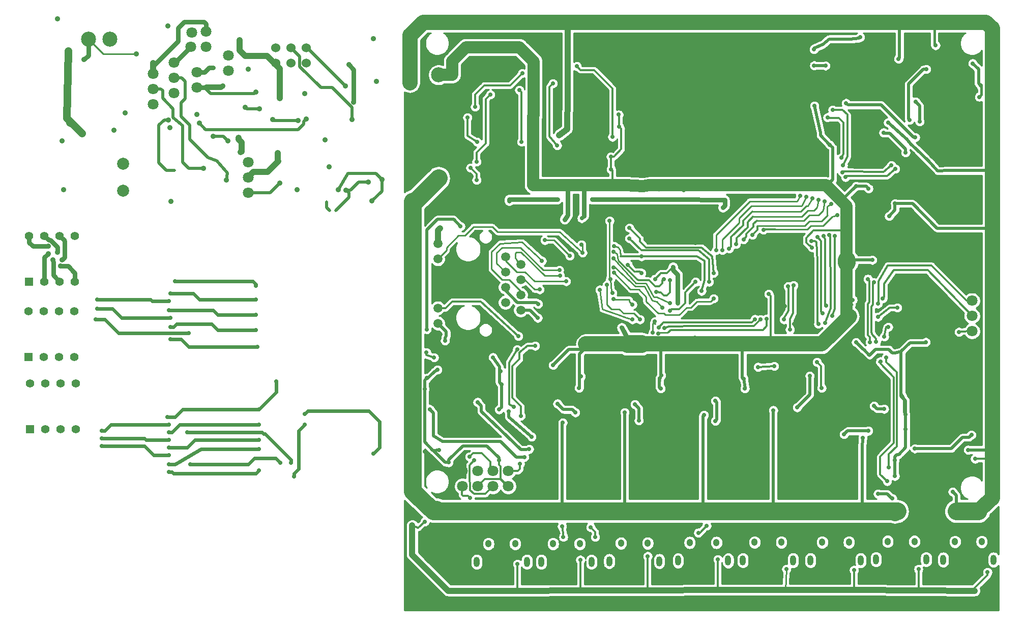
<source format=gbl>
G04 #@! TF.GenerationSoftware,KiCad,Pcbnew,5.1.5-52549c5~86~ubuntu18.04.1*
G04 #@! TF.CreationDate,2020-12-07T22:29:05-08:00*
G04 #@! TF.ProjectId,multiple_PCBs,6d756c74-6970-46c6-955f-504342732e6b,rev?*
G04 #@! TF.SameCoordinates,Original*
G04 #@! TF.FileFunction,Copper,L2,Bot*
G04 #@! TF.FilePolarity,Positive*
%FSLAX46Y46*%
G04 Gerber Fmt 4.6, Leading zero omitted, Abs format (unit mm)*
G04 Created by KiCad (PCBNEW 5.1.5-52549c5~86~ubuntu18.04.1) date 2020-12-07 22:29:05*
%MOMM*%
%LPD*%
G04 APERTURE LIST*
%ADD10R,1.397000X1.397000*%
%ADD11C,1.397000*%
%ADD12C,1.800000*%
%ADD13C,2.500000*%
%ADD14C,1.998980*%
%ADD15C,1.524000*%
%ADD16C,0.300000*%
%ADD17R,3.400000X5.000000*%
%ADD18R,3.000000X3.000000*%
%ADD19R,5.000000X3.400000*%
%ADD20C,0.600000*%
%ADD21R,2.499360X2.499360*%
%ADD22C,1.500000*%
%ADD23O,1.000000X1.700000*%
%ADD24O,1.050000X1.250000*%
%ADD25C,0.889000*%
%ADD26C,0.700000*%
%ADD27C,0.762000*%
%ADD28C,0.600000*%
%ADD29C,0.508000*%
%ADD30C,0.254000*%
%ADD31C,1.016000*%
%ADD32C,1.270000*%
%ADD33C,0.500000*%
%ADD34C,0.250000*%
%ADD35C,0.300000*%
%ADD36C,2.500000*%
%ADD37C,3.000000*%
%ADD38C,0.450000*%
%ADD39C,1.000000*%
%ADD40C,0.800000*%
%ADD41C,2.000000*%
G04 APERTURE END LIST*
D10*
X140090000Y-103710000D03*
D11*
X142630000Y-103710000D03*
X145170000Y-103710000D03*
X147710000Y-103710000D03*
X147710000Y-96090000D03*
X145170000Y-96090000D03*
X142630000Y-96090000D03*
X140090000Y-96090000D03*
D10*
X140208000Y-128270000D03*
D11*
X142748000Y-128270000D03*
X145288000Y-128270000D03*
X147828000Y-128270000D03*
X147828000Y-120650000D03*
X145288000Y-120650000D03*
X142748000Y-120650000D03*
X140208000Y-120650000D03*
D10*
X139990000Y-116210000D03*
D11*
X142530000Y-116210000D03*
X145070000Y-116210000D03*
X147610000Y-116210000D03*
X147610000Y-108590000D03*
X145070000Y-108590000D03*
X142530000Y-108590000D03*
X139990000Y-108590000D03*
D12*
X167113000Y-62229000D03*
X166970000Y-64626000D03*
X169510000Y-64626000D03*
X169510000Y-62086000D03*
X167990000Y-68846160D03*
X167990000Y-71386160D03*
X173228000Y-68569840D03*
X173228000Y-66029840D03*
X160740000Y-69066000D03*
X160740000Y-71606000D03*
X160740000Y-74146000D03*
D13*
X149989940Y-63356000D03*
X153490060Y-63356000D03*
D12*
X164190000Y-67216000D03*
X164190000Y-69756000D03*
X164190000Y-72296000D03*
D14*
X155702000Y-84089240D03*
X155702000Y-88590120D03*
D15*
X186230000Y-64786000D03*
X183690000Y-64786000D03*
X181150000Y-64786000D03*
X181150000Y-67326000D03*
X183690000Y-67326000D03*
X186230000Y-67326000D03*
D12*
X176530000Y-88900000D03*
X176530000Y-86360000D03*
X176530000Y-83820000D03*
D16*
X233686000Y-75850000D03*
X231486000Y-75850000D03*
X232586000Y-75850000D03*
D17*
X232586000Y-75850000D03*
D16*
X232586000Y-76950000D03*
X231486000Y-76950000D03*
X233686000Y-76950000D03*
X233686000Y-74750000D03*
X231486000Y-74750000D03*
X232586000Y-74750000D03*
X232586000Y-73650000D03*
X231486000Y-73650000D03*
X233686000Y-73650000D03*
X233686000Y-78050000D03*
X231486000Y-78050000D03*
X232586000Y-78050000D03*
D18*
X232586000Y-75850000D03*
D16*
X219970000Y-85248000D03*
X217770000Y-85248000D03*
X218870000Y-85248000D03*
D17*
X218870000Y-85248000D03*
D16*
X218870000Y-86348000D03*
X217770000Y-86348000D03*
X219970000Y-86348000D03*
X219970000Y-84148000D03*
X217770000Y-84148000D03*
X218870000Y-84148000D03*
X218870000Y-83048000D03*
X217770000Y-83048000D03*
X219970000Y-83048000D03*
X219970000Y-87448000D03*
X217770000Y-87448000D03*
X218870000Y-87448000D03*
D18*
X218870000Y-85248000D03*
D16*
X233538000Y-83033000D03*
X231338000Y-83033000D03*
X232438000Y-83033000D03*
D17*
X232438000Y-83033000D03*
D16*
X232438000Y-84133000D03*
X231338000Y-84133000D03*
X233538000Y-84133000D03*
X233538000Y-81933000D03*
X231338000Y-81933000D03*
X232438000Y-81933000D03*
X232438000Y-80833000D03*
X231338000Y-80833000D03*
X233538000Y-80833000D03*
X233538000Y-85233000D03*
X231338000Y-85233000D03*
X232438000Y-85233000D03*
D18*
X232438000Y-83033000D03*
D16*
X219716000Y-76358000D03*
X217516000Y-76358000D03*
X218616000Y-76358000D03*
D17*
X218616000Y-76358000D03*
D16*
X218616000Y-77458000D03*
X217516000Y-77458000D03*
X219716000Y-77458000D03*
X219716000Y-75258000D03*
X217516000Y-75258000D03*
X218616000Y-75258000D03*
X218616000Y-74158000D03*
X217516000Y-74158000D03*
X219716000Y-74158000D03*
X219716000Y-78558000D03*
X217516000Y-78558000D03*
X218616000Y-78558000D03*
D18*
X218616000Y-76358000D03*
D16*
X280250000Y-96850000D03*
X280250000Y-94650000D03*
X280250000Y-95750000D03*
D19*
X280250000Y-95750000D03*
D16*
X279150000Y-95750000D03*
X279150000Y-94650000D03*
X279150000Y-96850000D03*
X281350000Y-96850000D03*
X281350000Y-94650000D03*
X281350000Y-95750000D03*
X282450000Y-95750000D03*
X282450000Y-94650000D03*
X282450000Y-96850000D03*
X278050000Y-96850000D03*
X278050000Y-94650000D03*
X278050000Y-95750000D03*
D18*
X280250000Y-95750000D03*
D16*
X279750000Y-84350000D03*
X279750000Y-82150000D03*
X279750000Y-83250000D03*
D19*
X279750000Y-83250000D03*
D16*
X278650000Y-83250000D03*
X278650000Y-82150000D03*
X278650000Y-84350000D03*
X280850000Y-84350000D03*
X280850000Y-82150000D03*
X280850000Y-83250000D03*
X281950000Y-83250000D03*
X281950000Y-82150000D03*
X281950000Y-84350000D03*
X277550000Y-84350000D03*
X277550000Y-82150000D03*
X277550000Y-83250000D03*
D18*
X279750000Y-83250000D03*
D16*
X295100000Y-71000000D03*
X292900000Y-71000000D03*
X294000000Y-71000000D03*
D17*
X294000000Y-71000000D03*
D16*
X294000000Y-72100000D03*
X292900000Y-72100000D03*
X295100000Y-72100000D03*
X295100000Y-69900000D03*
X292900000Y-69900000D03*
X294000000Y-69900000D03*
X294000000Y-68800000D03*
X292900000Y-68800000D03*
X295100000Y-68800000D03*
X295100000Y-73200000D03*
X292900000Y-73200000D03*
X294000000Y-73200000D03*
D18*
X294000000Y-71000000D03*
D16*
X275850000Y-67570000D03*
X278050000Y-67570000D03*
X276950000Y-67570000D03*
D17*
X276950000Y-67570000D03*
D16*
X276950000Y-66470000D03*
X278050000Y-66470000D03*
X275850000Y-66470000D03*
X275850000Y-68670000D03*
X278050000Y-68670000D03*
X276950000Y-68670000D03*
X276950000Y-69770000D03*
X278050000Y-69770000D03*
X275850000Y-69770000D03*
X275850000Y-65370000D03*
X278050000Y-65370000D03*
X276950000Y-65370000D03*
D18*
X276950000Y-67570000D03*
D16*
X262500000Y-121800000D03*
X264700000Y-121800000D03*
X263600000Y-121800000D03*
D17*
X263600000Y-121800000D03*
D16*
X263600000Y-120700000D03*
X264700000Y-120700000D03*
X262500000Y-120700000D03*
X262500000Y-122900000D03*
X264700000Y-122900000D03*
X263600000Y-122900000D03*
X263600000Y-124000000D03*
X264700000Y-124000000D03*
X262500000Y-124000000D03*
X262500000Y-119600000D03*
X264700000Y-119600000D03*
X263600000Y-119600000D03*
D18*
X263600000Y-121800000D03*
D16*
X275300000Y-121500000D03*
X277500000Y-121500000D03*
X276400000Y-121500000D03*
D17*
X276400000Y-121500000D03*
D16*
X276400000Y-120400000D03*
X277500000Y-120400000D03*
X275300000Y-120400000D03*
X275300000Y-122600000D03*
X277500000Y-122600000D03*
X276400000Y-122600000D03*
X276400000Y-123700000D03*
X277500000Y-123700000D03*
X275300000Y-123700000D03*
X275300000Y-119300000D03*
X277500000Y-119300000D03*
X276400000Y-119300000D03*
D18*
X276400000Y-121500000D03*
D16*
X287925000Y-135975000D03*
X290125000Y-135975000D03*
X289025000Y-135975000D03*
D17*
X289025000Y-135975000D03*
D16*
X289025000Y-134875000D03*
X290125000Y-134875000D03*
X287925000Y-134875000D03*
X287925000Y-137075000D03*
X290125000Y-137075000D03*
X289025000Y-137075000D03*
X289025000Y-138175000D03*
X290125000Y-138175000D03*
X287925000Y-138175000D03*
X287925000Y-133775000D03*
X290125000Y-133775000D03*
X289025000Y-133775000D03*
D18*
X289025000Y-135975000D03*
D16*
X289610000Y-127960000D03*
X291810000Y-127960000D03*
X290710000Y-127960000D03*
D17*
X290710000Y-127960000D03*
D16*
X290710000Y-126860000D03*
X291810000Y-126860000D03*
X289610000Y-126860000D03*
X289610000Y-129060000D03*
X291810000Y-129060000D03*
X290710000Y-129060000D03*
X290710000Y-130160000D03*
X291810000Y-130160000D03*
X289610000Y-130160000D03*
X289610000Y-125760000D03*
X291810000Y-125760000D03*
X290710000Y-125760000D03*
D18*
X290710000Y-127960000D03*
D16*
X222000000Y-120800000D03*
X224200000Y-120800000D03*
X223100000Y-120800000D03*
D17*
X223100000Y-120800000D03*
D16*
X223100000Y-119700000D03*
X224200000Y-119700000D03*
X222000000Y-119700000D03*
X222000000Y-121900000D03*
X224200000Y-121900000D03*
X223100000Y-121900000D03*
X223100000Y-123000000D03*
X224200000Y-123000000D03*
X222000000Y-123000000D03*
X222000000Y-118600000D03*
X224200000Y-118600000D03*
X223100000Y-118600000D03*
D18*
X223100000Y-120800000D03*
D16*
X235200000Y-121300000D03*
X237400000Y-121300000D03*
X236300000Y-121300000D03*
D17*
X236300000Y-121300000D03*
D16*
X236300000Y-120200000D03*
X237400000Y-120200000D03*
X235200000Y-120200000D03*
X235200000Y-122400000D03*
X237400000Y-122400000D03*
X236300000Y-122400000D03*
X236300000Y-123500000D03*
X237400000Y-123500000D03*
X235200000Y-123500000D03*
X235200000Y-119100000D03*
X237400000Y-119100000D03*
X236300000Y-119100000D03*
D18*
X236300000Y-121300000D03*
D16*
X248500000Y-121500000D03*
X250700000Y-121500000D03*
X249600000Y-121500000D03*
D17*
X249600000Y-121500000D03*
D16*
X249600000Y-120400000D03*
X250700000Y-120400000D03*
X248500000Y-120400000D03*
X248500000Y-122600000D03*
X250700000Y-122600000D03*
X249600000Y-122600000D03*
X249600000Y-123700000D03*
X250700000Y-123700000D03*
X248500000Y-123700000D03*
X248500000Y-119300000D03*
X250700000Y-119300000D03*
X249600000Y-119300000D03*
D18*
X249600000Y-121500000D03*
D16*
X209430000Y-121760000D03*
X211630000Y-121760000D03*
X210530000Y-121760000D03*
D17*
X210530000Y-121760000D03*
D16*
X210530000Y-120660000D03*
X211630000Y-120660000D03*
X209430000Y-120660000D03*
X209430000Y-122860000D03*
X211630000Y-122860000D03*
X210530000Y-122860000D03*
X210530000Y-123960000D03*
X211630000Y-123960000D03*
X209430000Y-123960000D03*
X209430000Y-119560000D03*
X211630000Y-119560000D03*
X210530000Y-119560000D03*
D18*
X210530000Y-121760000D03*
D20*
X233000000Y-102000000D03*
X233762000Y-101238000D03*
X232238000Y-101238000D03*
X233762000Y-102762000D03*
X232238000Y-102762000D03*
D21*
X233000000Y-102000000D03*
D22*
X208100000Y-97375000D03*
X208100000Y-99915000D03*
X208100000Y-108085000D03*
X208100000Y-110625000D03*
X219350000Y-99560000D03*
X219350000Y-104630000D03*
X219350000Y-102100000D03*
X219350000Y-107170000D03*
X221890000Y-100820000D03*
X221890000Y-105900000D03*
X221890000Y-103360000D03*
X221890000Y-108440000D03*
D13*
X208202000Y-81478000D03*
X208202000Y-86478000D03*
D12*
X297000000Y-111950000D03*
X297000000Y-109410000D03*
X297000000Y-104340160D03*
X297000000Y-106880160D03*
X217270000Y-137770000D03*
X219810000Y-137770000D03*
X214730000Y-137770000D03*
X212190000Y-137770000D03*
X212190000Y-135230000D03*
X214730000Y-135230000D03*
X219810000Y-135230000D03*
X217270000Y-135230000D03*
D13*
X208202000Y-74286000D03*
X208202000Y-69286000D03*
D23*
X222925000Y-150350000D03*
X214575000Y-150350000D03*
D24*
X220975000Y-147350000D03*
X216525000Y-147350000D03*
X294175000Y-147000000D03*
X298625000Y-147000000D03*
D23*
X292225000Y-150000000D03*
X300575000Y-150000000D03*
D24*
X227275000Y-147350000D03*
X231725000Y-147350000D03*
D23*
X225325000Y-150350000D03*
X233675000Y-150350000D03*
X289375000Y-149950000D03*
X281025000Y-149950000D03*
D24*
X287425000Y-146950000D03*
X282975000Y-146950000D03*
D23*
X244975000Y-150250000D03*
X236625000Y-150250000D03*
D24*
X243025000Y-147250000D03*
X238575000Y-147250000D03*
D23*
X278475000Y-150100000D03*
X270125000Y-150100000D03*
D24*
X276525000Y-147100000D03*
X272075000Y-147100000D03*
X250025000Y-147150000D03*
X254475000Y-147150000D03*
D23*
X248075000Y-150150000D03*
X256425000Y-150150000D03*
D24*
X260825000Y-147100000D03*
X265275000Y-147100000D03*
D23*
X258875000Y-150100000D03*
X267225000Y-150100000D03*
D25*
X143256000Y-99060000D03*
X144018000Y-100076000D03*
X145288000Y-101092000D03*
X145542000Y-100090500D03*
X144780000Y-98806000D03*
X143256000Y-97790000D03*
D26*
X163576000Y-111252000D03*
X177800000Y-111760000D03*
X163576000Y-113284000D03*
X178054000Y-114554000D03*
X151130000Y-109982000D03*
X166624000Y-112268000D03*
X151384000Y-106680000D03*
X163322000Y-106934000D03*
X151384000Y-108204000D03*
X163576000Y-109728000D03*
X163322000Y-108458000D03*
X177800000Y-109220000D03*
X163576000Y-105664000D03*
X177800000Y-106680000D03*
X164338000Y-103632000D03*
X177800000Y-104394000D03*
X163068000Y-126238000D03*
X178308000Y-124968000D03*
X181196000Y-120338000D03*
X163322000Y-128778000D03*
X178308000Y-127508000D03*
X185928000Y-125730000D03*
X197358000Y-132334000D03*
X163322000Y-131318000D03*
X178308000Y-130048000D03*
X152146000Y-129794000D03*
X163322000Y-130048000D03*
X183642000Y-133858000D03*
X166370000Y-128778000D03*
X152146000Y-128524000D03*
X163322000Y-127508000D03*
X152146000Y-131064000D03*
X163322000Y-132588000D03*
X181864000Y-133858000D03*
X166878000Y-134112000D03*
X184150000Y-136144000D03*
X185928000Y-127508000D03*
X163322000Y-135382000D03*
X178308000Y-135128000D03*
X163322000Y-134112000D03*
X178308000Y-131572000D03*
D25*
X172280000Y-71086000D03*
X177800000Y-72136000D03*
X157910000Y-65776000D03*
X149240000Y-66756000D03*
X169060000Y-84848500D03*
X176022000Y-74676000D03*
X178372500Y-74930000D03*
X194112625Y-73857375D03*
X193294000Y-67564000D03*
X148844000Y-78994000D03*
X146558000Y-65278000D03*
X156090000Y-75586000D03*
X163640000Y-90356000D03*
X163150000Y-61126000D03*
X163490000Y-78056000D03*
X154224858Y-78453500D03*
X168040000Y-75856000D03*
X163280265Y-76796265D03*
X184658000Y-88392000D03*
X192840000Y-88482000D03*
X196515000Y-87156000D03*
X189330000Y-80056000D03*
X189992000Y-84582000D03*
X144780000Y-59944000D03*
X145542000Y-80264000D03*
X145796000Y-88392000D03*
X197358000Y-63246000D03*
X197866000Y-70358000D03*
X185928000Y-72390000D03*
X175139940Y-63456000D03*
X176530000Y-68326000D03*
D26*
X244900000Y-93750000D03*
X252250000Y-91350000D03*
X270400000Y-102100000D03*
X268100000Y-100900000D03*
X268200000Y-106000000D03*
X267400000Y-110700000D03*
X265850000Y-107800000D03*
X241250000Y-106000000D03*
X243300000Y-102000000D03*
X251000000Y-97250000D03*
X251250000Y-100750000D03*
X251250000Y-106250000D03*
X256750000Y-106750000D03*
X263000000Y-99750000D03*
X241250000Y-100750000D03*
X232200000Y-107350000D03*
X212160000Y-92530000D03*
X257732000Y-90074000D03*
X261542000Y-82200000D03*
X259256000Y-82200000D03*
X252398000Y-81692000D03*
X254938000Y-81946000D03*
X257478000Y-82454000D03*
X214400000Y-147250000D03*
X213000000Y-148800000D03*
X249050000Y-145250000D03*
X236400000Y-147300000D03*
X224750000Y-147550000D03*
X205950000Y-131950000D03*
X212680000Y-127220000D03*
D25*
X172940000Y-86756000D03*
X173140000Y-80226000D03*
X170688000Y-79502000D03*
X180580000Y-76726000D03*
X184815000Y-76856000D03*
X197140000Y-90281000D03*
X191516000Y-88392000D03*
X198815000Y-86656000D03*
X192715000Y-71156000D03*
X193802000Y-76708000D03*
X181815000Y-87256000D03*
X181490000Y-82306000D03*
X181640000Y-83631000D03*
X186190000Y-76631000D03*
X168388967Y-77337798D03*
D26*
X232000000Y-97550000D03*
X232200000Y-98850000D03*
X222050000Y-80422000D03*
X221664000Y-71786000D03*
X214552000Y-83724000D03*
X216838000Y-72548000D03*
X214298000Y-74580000D03*
X222150009Y-68992000D03*
X275720000Y-129120000D03*
X279760000Y-128550000D03*
X237150000Y-79600000D03*
X231250000Y-67850000D03*
X227250000Y-70700000D03*
X227960000Y-81000000D03*
X287580000Y-79680000D03*
X276070000Y-73980000D03*
X288280000Y-77050000D03*
X287610000Y-73730000D03*
X289390000Y-68330000D03*
X286610000Y-76790000D03*
X285960000Y-82220000D03*
X282270000Y-78870000D03*
X287500000Y-131510000D03*
X296910000Y-129230000D03*
X281350000Y-139050000D03*
X283750000Y-139775000D03*
X284790000Y-66600000D03*
X296370000Y-131700000D03*
X297510000Y-133210000D03*
X293800000Y-138700000D03*
X252400000Y-125900000D03*
X239200000Y-125500000D03*
X228900000Y-127200000D03*
X284200000Y-90700000D03*
X283200000Y-92800000D03*
X270000000Y-119400000D03*
X267900000Y-124650000D03*
X263950000Y-125100000D03*
X282400000Y-124900000D03*
X280700000Y-124400000D03*
X278820000Y-129710000D03*
X290960000Y-64360000D03*
X228300000Y-79300000D03*
X229691129Y-72558871D03*
X284150000Y-142050000D03*
X295600000Y-142050000D03*
X204970000Y-124500000D03*
X283030000Y-77240000D03*
X221500000Y-112750000D03*
X246750000Y-108500000D03*
X251000000Y-103750000D03*
X244240000Y-110340000D03*
X243900000Y-112200000D03*
X214552000Y-86772000D03*
X213536000Y-84740000D03*
X254300000Y-126900000D03*
X254300000Y-123550000D03*
X220000000Y-90250000D03*
X228000000Y-90000000D03*
X233750000Y-90000000D03*
X255550000Y-91350000D03*
X211890000Y-94490000D03*
X206240000Y-111640000D03*
X213028000Y-76358000D03*
X214630000Y-80440000D03*
X230050000Y-99400000D03*
X225900000Y-96800000D03*
X225050000Y-105000000D03*
X224800000Y-107400000D03*
X284575000Y-108025000D03*
X281340000Y-109570000D03*
X272750000Y-107675000D03*
X272300000Y-96100000D03*
X270300000Y-96900000D03*
X271425000Y-110725000D03*
X282420000Y-112860000D03*
X283080000Y-111250000D03*
X272175000Y-109000000D03*
X271300000Y-96300000D03*
X220750000Y-124500000D03*
X213450000Y-139675000D03*
X221300000Y-115000000D03*
X221800000Y-134000000D03*
X221900000Y-126040000D03*
X224300000Y-114400000D03*
X241550000Y-126800000D03*
X240900000Y-124150000D03*
X223700000Y-129500000D03*
X219900000Y-125300000D03*
X231000000Y-125500000D03*
X228000000Y-124000000D03*
X224750000Y-109750000D03*
X240500000Y-107500000D03*
X246750000Y-103500000D03*
X237380000Y-106630000D03*
X244490000Y-105430000D03*
X246750000Y-107250000D03*
X237300000Y-99830000D03*
X241750000Y-110000000D03*
X236250000Y-104250000D03*
X235050000Y-105050000D03*
X240500000Y-110000000D03*
X242000000Y-99500000D03*
X252000000Y-105250000D03*
X237430000Y-97780000D03*
X240000000Y-96500000D03*
X253250000Y-103750000D03*
X240000000Y-94750000D03*
X254000000Y-102250000D03*
X209300000Y-113500000D03*
X208430000Y-94810000D03*
X275300000Y-83050000D03*
X272950000Y-76350000D03*
X254430000Y-98456000D03*
X268420000Y-89380000D03*
X284250000Y-84900000D03*
X275950000Y-86300000D03*
X257750000Y-97450000D03*
X271448000Y-90074000D03*
X283600000Y-84350000D03*
X275475000Y-85475000D03*
X256600000Y-98200000D03*
X270432000Y-89820000D03*
X273800000Y-75100000D03*
X275550000Y-84350000D03*
X255446000Y-98456000D03*
X269416000Y-89566000D03*
X260450000Y-95900000D03*
X273538878Y-90777122D03*
X262300000Y-95050000D03*
X274628000Y-92614000D03*
X259000000Y-96650000D03*
X272464000Y-90328000D03*
X270740000Y-67710000D03*
X272610000Y-67750000D03*
X297140000Y-67360000D03*
X285950000Y-128290000D03*
X285910000Y-125840000D03*
X284190000Y-136070000D03*
X284170000Y-133460000D03*
X289300000Y-113775000D03*
X275450000Y-111350000D03*
X277700000Y-113800000D03*
X277175000Y-106725000D03*
X294850000Y-112075000D03*
X263425000Y-113700000D03*
X270790000Y-74430000D03*
X270690000Y-65030000D03*
X278400000Y-63000000D03*
X279800000Y-88200000D03*
X277700000Y-87800000D03*
X280400000Y-100100000D03*
X277400000Y-100100000D03*
X208300000Y-131750000D03*
X218300000Y-133400000D03*
X209900000Y-133800000D03*
X250850000Y-113050000D03*
X273350000Y-80900000D03*
X270400000Y-98000000D03*
X205900000Y-121600000D03*
X218300000Y-125000000D03*
X218700000Y-120800000D03*
X231600000Y-121400000D03*
X231900000Y-119500000D03*
X259200000Y-121500000D03*
X245200000Y-121500000D03*
X271200000Y-117100000D03*
X272000000Y-121400000D03*
X271960000Y-114080000D03*
X256000000Y-113250000D03*
X244250000Y-103250000D03*
X247750000Y-113250000D03*
X248000000Y-107250000D03*
X247250000Y-101250000D03*
X249000000Y-88500000D03*
X298450000Y-71040000D03*
X298220000Y-72940000D03*
X237158000Y-105568000D03*
X236800000Y-103250000D03*
X236700000Y-93575000D03*
X232050000Y-93150000D03*
X255425000Y-87660000D03*
X242238000Y-87788000D03*
X223353808Y-85218052D03*
X223696000Y-77120000D03*
X223678002Y-79406000D03*
X223762555Y-87877445D03*
X229200000Y-93350000D03*
X236950000Y-85000000D03*
X236900000Y-82900000D03*
X238300000Y-77900000D03*
X238200000Y-75900000D03*
X203850000Y-144250000D03*
X221350000Y-150700000D03*
X231800000Y-150000000D03*
X243050000Y-149400000D03*
X254700000Y-149950000D03*
X277350000Y-151700000D03*
X288100000Y-151550000D03*
X299600000Y-152050000D03*
X238700000Y-111350000D03*
X208050000Y-118370000D03*
X206260000Y-119750000D03*
X263190000Y-105750000D03*
X259010000Y-119860000D03*
X266114000Y-151542000D03*
X205916000Y-143668000D03*
X245286000Y-119284000D03*
X227300000Y-117600000D03*
X217300000Y-116300000D03*
X218585000Y-118600000D03*
X214175000Y-133450000D03*
X213375000Y-132850000D03*
X214700000Y-123750000D03*
X223300000Y-131600000D03*
X206750000Y-124950000D03*
X222500000Y-132900000D03*
X280020000Y-113750000D03*
X279680000Y-103250000D03*
X280650000Y-103800000D03*
X281060000Y-113730000D03*
X282760000Y-116320000D03*
X283170000Y-134640000D03*
X274130000Y-96070000D03*
X273740000Y-109410000D03*
X282890000Y-136940000D03*
X281750000Y-116990000D03*
X272525000Y-110600000D03*
X273200000Y-95900000D03*
X266700000Y-111700000D03*
X267300000Y-104300000D03*
X265700000Y-110000000D03*
X266400000Y-104500000D03*
X261400000Y-117900000D03*
X264082000Y-117760000D03*
X245500000Y-108000000D03*
X237300000Y-101350000D03*
X242000000Y-102250000D03*
X239750000Y-100900000D03*
X254000000Y-106500000D03*
X237390333Y-102220364D03*
X282170000Y-106480000D03*
X281330000Y-107390000D03*
X228776000Y-144430000D03*
X229000000Y-146208000D03*
X234300000Y-146200000D03*
X233550000Y-144600000D03*
X251450000Y-145500000D03*
X252850000Y-144350000D03*
X261800000Y-110000000D03*
X245794000Y-111410000D03*
X206210000Y-115500000D03*
X207480000Y-116320000D03*
X262812000Y-109886000D03*
X244800000Y-112370000D03*
X245750000Y-103250000D03*
X237360000Y-98720000D03*
X260900000Y-109950000D03*
X244850000Y-111300000D03*
X225425000Y-100225000D03*
X228325000Y-101775000D03*
X228425000Y-102725000D03*
X229450000Y-103650000D03*
D27*
X142630000Y-99686000D02*
X142630000Y-103710000D01*
X143256000Y-99060000D02*
X142630000Y-99686000D01*
X144081501Y-102621501D02*
X145170000Y-103710000D01*
X144018000Y-100076000D02*
X144081501Y-100520499D01*
X144081501Y-100520499D02*
X144081501Y-102621501D01*
X145288000Y-101092000D02*
X146558000Y-101092000D01*
X147710000Y-102244000D02*
X147710000Y-103710000D01*
X146558000Y-101092000D02*
X147710000Y-102244000D01*
X145868499Y-96788499D02*
X145170000Y-96090000D01*
X145986499Y-99646001D02*
X145986499Y-96906499D01*
X145986499Y-96906499D02*
X145868499Y-96788499D01*
X145542000Y-100090500D02*
X145986499Y-99646001D01*
X144780000Y-98806000D02*
X144780000Y-97944258D01*
X143328499Y-96788499D02*
X142630000Y-96090000D01*
X143624241Y-96788499D02*
X143328499Y-96788499D01*
X144780000Y-97944258D02*
X143624241Y-96788499D01*
X140090000Y-97164000D02*
X140090000Y-96090000D01*
X143256000Y-97790000D02*
X140716000Y-97790000D01*
X140716000Y-97790000D02*
X140090000Y-97164000D01*
D28*
X164070974Y-111252000D02*
X164578974Y-110744000D01*
X163576000Y-111252000D02*
X164070974Y-111252000D01*
X164578974Y-110744000D02*
X170434000Y-110744000D01*
X170434000Y-110744000D02*
X171450000Y-111760000D01*
X171450000Y-111760000D02*
X177800000Y-111760000D01*
X163576000Y-113284000D02*
X165354000Y-113284000D01*
X165354000Y-113284000D02*
X166624000Y-114554000D01*
X166624000Y-114554000D02*
X178054000Y-114554000D01*
X152654000Y-109982000D02*
X151130000Y-109982000D01*
X154940000Y-112268000D02*
X152654000Y-109982000D01*
X166624000Y-112268000D02*
X154940000Y-112268000D01*
X151384000Y-106680000D02*
X160274000Y-106680000D01*
X160274000Y-106680000D02*
X160528000Y-106934000D01*
X160528000Y-106934000D02*
X163322000Y-106934000D01*
X151384000Y-108204000D02*
X153924000Y-108204000D01*
X153924000Y-108204000D02*
X155448000Y-109728000D01*
X155448000Y-109728000D02*
X163576000Y-109728000D01*
X163322000Y-108458000D02*
X163816974Y-108458000D01*
X163816974Y-108458000D02*
X170688000Y-108458000D01*
X170688000Y-108458000D02*
X171450000Y-109220000D01*
X171450000Y-109220000D02*
X177800000Y-109220000D01*
X163576000Y-105664000D02*
X167386000Y-105664000D01*
X167386000Y-105664000D02*
X168402000Y-106680000D01*
X168402000Y-106680000D02*
X177800000Y-106680000D01*
X164338000Y-103632000D02*
X177292000Y-103632000D01*
X177292000Y-103632000D02*
X177800000Y-104140000D01*
X177800000Y-104140000D02*
X177800000Y-104394000D01*
X163068000Y-126238000D02*
X164338000Y-126238000D01*
X164338000Y-126238000D02*
X165608000Y-124968000D01*
X165608000Y-124968000D02*
X178308000Y-124968000D01*
X181196000Y-122080000D02*
X178308000Y-124968000D01*
X181196000Y-120338000D02*
X181196000Y-122080000D01*
X163816974Y-128778000D02*
X165086974Y-127508000D01*
X163322000Y-128778000D02*
X163816974Y-128778000D01*
X165086974Y-127508000D02*
X178308000Y-127508000D01*
X185928000Y-125730000D02*
X186436000Y-125222000D01*
X186436000Y-125222000D02*
X196596000Y-125222000D01*
X196596000Y-125222000D02*
X198374000Y-127000000D01*
X198374000Y-127000000D02*
X198374000Y-131318000D01*
X198374000Y-131318000D02*
X197358000Y-132334000D01*
X163322000Y-131318000D02*
X166370000Y-131318000D01*
X166370000Y-131318000D02*
X167640000Y-130048000D01*
X167640000Y-130048000D02*
X178308000Y-130048000D01*
X152146000Y-129794000D02*
X159258000Y-129794000D01*
X159258000Y-129794000D02*
X159512000Y-130048000D01*
X159512000Y-130048000D02*
X163322000Y-130048000D01*
X183642000Y-133363026D02*
X179324000Y-129045026D01*
X183642000Y-133858000D02*
X183642000Y-133363026D01*
X179324000Y-129045026D02*
X179083026Y-129045026D01*
X179083026Y-129045026D02*
X178816000Y-128778000D01*
X178816000Y-128778000D02*
X166370000Y-128778000D01*
X152640974Y-128524000D02*
X153656974Y-127508000D01*
X152146000Y-128524000D02*
X152640974Y-128524000D01*
X153656974Y-127508000D02*
X163322000Y-127508000D01*
X152146000Y-131064000D02*
X159258000Y-131064000D01*
X159258000Y-131064000D02*
X160782000Y-132588000D01*
X160782000Y-132588000D02*
X163322000Y-132588000D01*
X166878000Y-134112000D02*
X176530000Y-134112000D01*
X176530000Y-134112000D02*
X177546000Y-133096000D01*
X181102000Y-133096000D02*
X181864000Y-133858000D01*
X177546000Y-133096000D02*
X181102000Y-133096000D01*
X184150000Y-135649026D02*
X184912000Y-134887026D01*
X184150000Y-136144000D02*
X184150000Y-135649026D01*
X184912000Y-134887026D02*
X184912000Y-128524000D01*
X184912000Y-128524000D02*
X185928000Y-127508000D01*
X163816974Y-135382000D02*
X164070974Y-135636000D01*
X163322000Y-135382000D02*
X163816974Y-135382000D01*
X164070974Y-135636000D02*
X177800000Y-135636000D01*
X177800000Y-135636000D02*
X178308000Y-135128000D01*
X164338000Y-134112000D02*
X163322000Y-134112000D01*
X178308000Y-131572000D02*
X168656000Y-131572000D01*
X168656000Y-131572000D02*
X164338000Y-134112000D01*
D27*
X171979840Y-71386160D02*
X172280000Y-71086000D01*
X167990000Y-71386160D02*
X171979840Y-71386160D01*
D29*
X169550000Y-71086000D02*
X172280000Y-71086000D01*
X169260000Y-71376000D02*
X169550000Y-71086000D01*
X170280000Y-72396000D02*
X169260000Y-71376000D01*
X177800000Y-72136000D02*
X177601383Y-72396000D01*
X177601383Y-72396000D02*
X170280000Y-72396000D01*
D30*
X152409940Y-65776000D02*
X151490000Y-64856060D01*
X157910000Y-65776000D02*
X152409940Y-65776000D01*
X151490000Y-64856060D02*
X149989940Y-63356000D01*
D27*
X149989940Y-63356000D02*
X149989940Y-66006060D01*
X149989940Y-66006060D02*
X149240000Y-66756000D01*
D31*
X160740000Y-67793208D02*
X160740000Y-69066000D01*
X160740000Y-67329208D02*
X160740000Y-67793208D01*
D27*
X169152792Y-60456000D02*
X169510000Y-60813208D01*
X165890000Y-60456000D02*
X169152792Y-60456000D01*
X164890000Y-61456000D02*
X165890000Y-60456000D01*
X169510000Y-60813208D02*
X169510000Y-62086000D01*
X164890000Y-63643208D02*
X164890000Y-61456000D01*
X160740000Y-67793208D02*
X164890000Y-63643208D01*
D29*
X169060000Y-84848500D02*
X166632500Y-84848500D01*
X165640000Y-83856000D02*
X165640000Y-77756000D01*
X166632500Y-84848500D02*
X165640000Y-83856000D01*
X162012792Y-71606000D02*
X162290000Y-71883208D01*
X160740000Y-71606000D02*
X162012792Y-71606000D01*
X162290000Y-71883208D02*
X162290000Y-73156000D01*
X162290000Y-73156000D02*
X164040000Y-74906000D01*
X164040000Y-74906000D02*
X164040000Y-76356000D01*
X165640000Y-77756000D02*
X164040000Y-76356000D01*
X176276000Y-74930000D02*
X176022000Y-74676000D01*
X178372500Y-74930000D02*
X176276000Y-74930000D01*
D27*
X194112625Y-73857375D02*
X194112625Y-68382625D01*
X194112625Y-68382625D02*
X193294000Y-67564000D01*
D32*
X146812000Y-77216000D02*
X147320000Y-77470000D01*
X147066000Y-77216000D02*
X146812000Y-77216000D01*
X148844000Y-78994000D02*
X147066000Y-77216000D01*
X146304000Y-76454000D02*
X148844000Y-78994000D01*
X146558000Y-65278000D02*
X146304000Y-76454000D01*
D27*
X169262792Y-68846160D02*
X170002952Y-68106000D01*
X167990000Y-68846160D02*
X169262792Y-68846160D01*
X170002952Y-68106000D02*
X170740000Y-68106000D01*
D31*
X175139940Y-65223766D02*
X176072174Y-66156000D01*
X176072174Y-66156000D02*
X179690000Y-66156000D01*
X179690000Y-66156000D02*
X181790000Y-68256000D01*
X181790000Y-68256000D02*
X181790000Y-73156000D01*
X175442501Y-82011201D02*
X175293851Y-82159851D01*
X175442501Y-80518501D02*
X175442501Y-82011201D01*
X174950000Y-79746000D02*
X174950000Y-80026000D01*
X174950000Y-80026000D02*
X175442501Y-80518501D01*
D29*
X162549735Y-76796265D02*
X163280265Y-76796265D01*
X161690000Y-77656000D02*
X162549735Y-76796265D01*
X161690000Y-83906000D02*
X161690000Y-77656000D01*
X164240000Y-85156000D02*
X162940000Y-85156000D01*
X162940000Y-85156000D02*
X161690000Y-83906000D01*
X189620501Y-91386501D02*
X189620501Y-90386501D01*
X190065000Y-91831000D02*
X189620501Y-91386501D01*
X192840000Y-88482000D02*
X193539000Y-88482000D01*
X193539000Y-88482000D02*
X194890000Y-87131000D01*
X196490000Y-87131000D02*
X196515000Y-87156000D01*
X194890000Y-87131000D02*
X196490000Y-87131000D01*
X193284499Y-88926499D02*
X193284499Y-89636501D01*
X192840000Y-88482000D02*
X193284499Y-88926499D01*
X193284499Y-89636501D02*
X191090000Y-91831000D01*
D31*
X175139940Y-63456000D02*
X175139940Y-65223766D01*
D33*
X236500000Y-121100000D02*
X236300000Y-121300000D01*
X235100000Y-123800000D02*
X236300000Y-121300000D01*
X236000000Y-121000000D02*
X236300000Y-121300000D01*
D34*
X241250000Y-100750000D02*
X241350000Y-100850000D01*
D35*
X214400000Y-147250000D02*
X214400000Y-147400000D01*
X214400000Y-147400000D02*
X213000000Y-148800000D01*
D34*
X205950000Y-132444974D02*
X206750000Y-133244974D01*
X205950000Y-131950000D02*
X205950000Y-132444974D01*
X206750000Y-133244974D02*
X207194974Y-133244974D01*
X209180000Y-135230000D02*
X212190000Y-135230000D01*
X207194974Y-133244974D02*
X209180000Y-135230000D01*
D27*
X164380000Y-67216000D02*
X166970000Y-64626000D01*
X164190000Y-67216000D02*
X164380000Y-67216000D01*
D29*
X165462792Y-69756000D02*
X164190000Y-69756000D01*
X166040000Y-73206000D02*
X166040000Y-70333208D01*
X165340000Y-73906000D02*
X166040000Y-73206000D01*
X166790000Y-77606000D02*
X165340000Y-76156000D01*
X165340000Y-76156000D02*
X165340000Y-73906000D01*
X173038501Y-85557499D02*
X171300000Y-83526000D01*
X172940000Y-86756000D02*
X173038501Y-85557499D01*
X171300000Y-83526000D02*
X169900000Y-83066000D01*
X166040000Y-70333208D02*
X165462792Y-69756000D01*
X169090000Y-82306000D02*
X166790000Y-80006000D01*
X166790000Y-80006000D02*
X166790000Y-77606000D01*
X169900000Y-83066000D02*
X169090000Y-82306000D01*
X172416000Y-79502000D02*
X173140000Y-80226000D01*
X170688000Y-79502000D02*
X172416000Y-79502000D01*
X180710000Y-76856000D02*
X180580000Y-76726000D01*
X184815000Y-76856000D02*
X180710000Y-76856000D01*
X198815000Y-88606000D02*
X197140000Y-90281000D01*
X197815000Y-85656000D02*
X198815000Y-86656000D01*
X191516000Y-88392000D02*
X193161383Y-85656000D01*
X193161383Y-85656000D02*
X197815000Y-85656000D01*
X198815000Y-86656000D02*
X198815000Y-88606000D01*
X186345000Y-64786000D02*
X186230000Y-64786000D01*
X192715000Y-71156000D02*
X186345000Y-64786000D01*
X185113999Y-67861681D02*
X188626318Y-71374000D01*
X183690000Y-64786000D02*
X185113999Y-66209999D01*
X185113999Y-66209999D02*
X185113999Y-67861681D01*
X188626318Y-71374000D02*
X190500000Y-71374000D01*
X190500000Y-71374000D02*
X193802000Y-74676000D01*
X193802000Y-74676000D02*
X193802000Y-76708000D01*
X181370501Y-87700499D02*
X181370501Y-87725499D01*
X181815000Y-87256000D02*
X181370501Y-87700499D01*
X180196000Y-88900000D02*
X176530000Y-88900000D01*
X181370501Y-87725499D02*
X180196000Y-88900000D01*
D31*
X177429999Y-85460001D02*
X179785999Y-85460001D01*
X176530000Y-86360000D02*
X177429999Y-85460001D01*
X179785999Y-85460001D02*
X181490000Y-83756000D01*
X181490000Y-83756000D02*
X181490000Y-82306000D01*
D29*
X185745501Y-77075499D02*
X185745501Y-77500499D01*
X186190000Y-76631000D02*
X185745501Y-77075499D01*
X184864990Y-78381010D02*
X185745501Y-77500499D01*
X168388967Y-77337798D02*
X169432179Y-78381010D01*
X169432179Y-78381010D02*
X184864990Y-78381010D01*
D34*
X232200000Y-98850000D02*
X232200000Y-97750000D01*
X232200000Y-97750000D02*
X232000000Y-97550000D01*
X209550000Y-98465000D02*
X208100000Y-99915000D01*
X209550000Y-98000000D02*
X209550000Y-98465000D01*
X211550000Y-96000000D02*
X209550000Y-98000000D01*
X212600000Y-96000000D02*
X211550000Y-96000000D01*
X214050000Y-94550000D02*
X212600000Y-96000000D01*
X217150000Y-94550000D02*
X214050000Y-94550000D01*
X218000000Y-95400000D02*
X217150000Y-94550000D01*
X228350000Y-95400000D02*
X218000000Y-95400000D01*
X232200000Y-98850000D02*
X228350000Y-95400000D01*
D35*
X222050000Y-80422000D02*
X222050000Y-72172000D01*
X222050000Y-72172000D02*
X221664000Y-71786000D01*
X214552000Y-83724000D02*
X214552000Y-82200000D01*
X214552000Y-82200000D02*
X216076000Y-80676000D01*
X216076000Y-80676000D02*
X216076000Y-73310000D01*
X216076000Y-73310000D02*
X216838000Y-72548000D01*
X214298000Y-74580000D02*
X214298000Y-72548000D01*
X214298000Y-72548000D02*
X215822000Y-71024000D01*
X215822000Y-71024000D02*
X220118009Y-71024000D01*
X220118009Y-71024000D02*
X222150009Y-68992000D01*
D33*
X279760000Y-128550000D02*
X276290000Y-128550000D01*
X276290000Y-128550000D02*
X275720000Y-129120000D01*
D35*
X237150000Y-79600000D02*
X237150000Y-71500000D01*
X237150000Y-71500000D02*
X234100000Y-68450000D01*
X234100000Y-68450000D02*
X231850000Y-68450000D01*
X231850000Y-68450000D02*
X231250000Y-67850000D01*
X226650000Y-79495116D02*
X226650000Y-71300000D01*
X226650000Y-71300000D02*
X227250000Y-70700000D01*
X227960000Y-81000000D02*
X226650000Y-79495116D01*
D33*
X287300000Y-79680000D02*
X287580000Y-79680000D01*
X281910000Y-74290000D02*
X287300000Y-79680000D01*
X276380000Y-74290000D02*
X281910000Y-74290000D01*
X276070000Y-73980000D02*
X276380000Y-74290000D01*
X288280000Y-74400000D02*
X288280000Y-77050000D01*
X287610000Y-73730000D02*
X288280000Y-74400000D01*
X288940000Y-68330000D02*
X289390000Y-68330000D01*
X286460000Y-70810000D02*
X288940000Y-68330000D01*
X286460000Y-76640000D02*
X286460000Y-70810000D01*
X286610000Y-76790000D02*
X286460000Y-76640000D01*
X285960000Y-81640000D02*
X285960000Y-82220000D01*
X283330000Y-79010000D02*
X285960000Y-81640000D01*
X282410000Y-79010000D02*
X283330000Y-79010000D01*
X282270000Y-78870000D02*
X282410000Y-79010000D01*
X293560000Y-131510000D02*
X287500000Y-131510000D01*
X295440000Y-129630000D02*
X293560000Y-131510000D01*
X296510000Y-129630000D02*
X295440000Y-129630000D01*
X296910000Y-129230000D02*
X296510000Y-129630000D01*
X283750000Y-139775000D02*
X283650000Y-139775000D01*
X282925000Y-139050000D02*
X281350000Y-139050000D01*
X283650000Y-139775000D02*
X282925000Y-139050000D01*
X284950000Y-66440000D02*
X284950000Y-60510000D01*
X284790000Y-66600000D02*
X284950000Y-66440000D01*
X296370000Y-131700000D02*
X300000000Y-131700000D01*
X300000000Y-131700000D02*
X300400000Y-131300000D01*
D35*
X297530000Y-133190000D02*
X300400000Y-133190000D01*
X297510000Y-133210000D02*
X297530000Y-133190000D01*
D33*
X294400000Y-139300000D02*
X294400000Y-141930000D01*
X293800000Y-138700000D02*
X294400000Y-139300000D01*
X263950000Y-125100000D02*
X263950000Y-141630000D01*
X263950000Y-141630000D02*
X264250000Y-141930000D01*
X252200000Y-126100000D02*
X252200000Y-141930000D01*
X252400000Y-125900000D02*
X252200000Y-126100000D01*
X239200000Y-125500000D02*
X239200000Y-141930000D01*
X239200000Y-141930000D02*
X239200000Y-141500000D01*
X239200000Y-141500000D02*
X239200000Y-141930000D01*
X228800000Y-127300000D02*
X228800000Y-141930000D01*
X228900000Y-127200000D02*
X228800000Y-127300000D01*
X281900000Y-61100000D02*
X281900000Y-60510000D01*
X281900000Y-60510000D02*
X281900000Y-61100000D01*
X281900000Y-61100000D02*
X281900000Y-60510000D01*
D36*
X285430000Y-60510000D02*
X284950000Y-60510000D01*
X284950000Y-60510000D02*
X281900000Y-60510000D01*
X281900000Y-60510000D02*
X267210000Y-60510000D01*
D33*
X284200000Y-90700000D02*
X287100000Y-90700000D01*
X291200000Y-94800000D02*
X300400000Y-94800000D01*
X287100000Y-90700000D02*
X291200000Y-94800000D01*
X249900000Y-141930000D02*
X250300000Y-141400000D01*
X250300000Y-141400000D02*
X249900000Y-141930000D01*
X284200000Y-91800000D02*
X284200000Y-90700000D01*
X283200000Y-92800000D02*
X284200000Y-91800000D01*
X270000000Y-122550000D02*
X270000000Y-119400000D01*
X267900000Y-124650000D02*
X270000000Y-122550000D01*
X268350000Y-141600000D02*
X268350000Y-141930000D01*
X268350000Y-141930000D02*
X268350000Y-141600000D01*
X268350000Y-141600000D02*
X268350000Y-141930000D01*
X240450000Y-141300000D02*
X240450000Y-141930000D01*
X240450000Y-141930000D02*
X240450000Y-141300000D01*
X240450000Y-141300000D02*
X240450000Y-141930000D01*
X282400000Y-124900000D02*
X282500000Y-124900000D01*
X281200000Y-124900000D02*
X282500000Y-124900000D01*
X280700000Y-124400000D02*
X281200000Y-124900000D01*
X278700000Y-131500000D02*
X278700000Y-141930000D01*
X278820000Y-129710000D02*
X278700000Y-131500000D01*
D37*
X226236000Y-141930000D02*
X216076000Y-141930000D01*
X216076000Y-141930000D02*
X208120000Y-141930000D01*
X228800000Y-141930000D02*
X226236000Y-141930000D01*
X231150000Y-141930000D02*
X228800000Y-141930000D01*
X239200000Y-141930000D02*
X237158000Y-141930000D01*
X237158000Y-141930000D02*
X231150000Y-141930000D01*
X208120000Y-141930000D02*
X207390000Y-141930000D01*
X207390000Y-141930000D02*
X203910000Y-138600000D01*
X208120000Y-141930000D02*
X207840000Y-141650000D01*
X203910000Y-138600000D02*
X203910000Y-125250000D01*
X240450000Y-141930000D02*
X239200000Y-141930000D01*
X246048000Y-141930000D02*
X240450000Y-141930000D01*
X251340000Y-141930000D02*
X250300000Y-141930000D01*
X252200000Y-141930000D02*
X251340000Y-141930000D01*
X250300000Y-141930000D02*
X246048000Y-141930000D01*
X259200000Y-141930000D02*
X252200000Y-141930000D01*
X298070000Y-141930000D02*
X294400000Y-141930000D01*
D36*
X300400000Y-114740000D02*
X300400000Y-121500000D01*
X300400000Y-121500000D02*
X300400000Y-125160000D01*
X300400000Y-125160000D02*
X300400000Y-131300000D01*
X300400000Y-94800000D02*
X300400000Y-104600000D01*
X300400000Y-104600000D02*
X300400000Y-114740000D01*
X300400000Y-131300000D02*
X300400000Y-133190000D01*
X300400000Y-133190000D02*
X300400000Y-139670000D01*
X300400000Y-139670000D02*
X298070000Y-141930000D01*
D37*
X282450000Y-141930000D02*
X278700000Y-141930000D01*
X278700000Y-141930000D02*
X273734000Y-141930000D01*
X273734000Y-141930000D02*
X268350000Y-141930000D01*
X268350000Y-141930000D02*
X264250000Y-141930000D01*
X264250000Y-141930000D02*
X259200000Y-141930000D01*
D36*
X300400000Y-85175000D02*
X300400000Y-85200000D01*
X300400000Y-85200000D02*
X300400000Y-94800000D01*
D38*
X290730000Y-64130000D02*
X290730000Y-60510000D01*
X290960000Y-64360000D02*
X290730000Y-64130000D01*
X300050000Y-85175000D02*
X300400000Y-85175000D01*
X300400000Y-85175000D02*
X300050000Y-85175000D01*
X300050000Y-85175000D02*
X300400000Y-85175000D01*
D36*
X203450000Y-62610000D02*
X203560000Y-62610000D01*
X203450000Y-70590000D02*
X203450000Y-62610000D01*
X300400000Y-61580000D02*
X299330000Y-60510000D01*
X300400000Y-61580000D02*
X300400000Y-61620000D01*
X299330000Y-60510000D02*
X290730000Y-60510000D01*
X290730000Y-60510000D02*
X285430000Y-60510000D01*
X267210000Y-60510000D02*
X263100000Y-60510000D01*
X263100000Y-60510000D02*
X254500000Y-60510000D01*
X254500000Y-60510000D02*
X252900000Y-60510000D01*
X252900000Y-60510000D02*
X244400000Y-60510000D01*
X244400000Y-60510000D02*
X233900000Y-60510000D01*
X233900000Y-60510000D02*
X232090000Y-60510000D01*
X232090000Y-60510000D02*
X228600000Y-60510000D01*
X228600000Y-60510000D02*
X224500000Y-60510000D01*
X224500000Y-60510000D02*
X208650000Y-60510000D01*
X205660000Y-60510000D02*
X208650000Y-60510000D01*
X203560000Y-62610000D02*
X205660000Y-60510000D01*
X300400000Y-61620000D02*
X300400000Y-79900000D01*
X300400000Y-79900000D02*
X300400000Y-85175000D01*
D37*
X208202000Y-86478000D02*
X204352000Y-90328000D01*
X204352000Y-90328000D02*
X203884000Y-90328000D01*
X203910000Y-125250000D02*
X203884000Y-90328000D01*
D39*
X229600000Y-78300000D02*
X228300000Y-79300000D01*
X229700000Y-60600000D02*
X229700000Y-72000000D01*
X229700000Y-72000000D02*
X229691129Y-72558871D01*
X229691129Y-72558871D02*
X229600000Y-78300000D01*
D37*
X284270000Y-141930000D02*
X284150000Y-142050000D01*
X284570000Y-141930000D02*
X284270000Y-141930000D01*
X284570000Y-141930000D02*
X282450000Y-141930000D01*
D33*
X205000000Y-125250000D02*
X203910000Y-125250000D01*
X204970000Y-124500000D02*
X205000000Y-125250000D01*
X293100000Y-85200000D02*
X300400000Y-85200000D01*
X291300000Y-85250000D02*
X293100000Y-85200000D01*
X283030000Y-77240000D02*
X286200000Y-80000000D01*
X286200000Y-80000000D02*
X286790000Y-80740000D01*
X286790000Y-80740000D02*
X287725000Y-81585000D01*
X289725000Y-83585000D02*
X291300000Y-85250000D01*
X287725000Y-81585000D02*
X289725000Y-83585000D01*
D35*
X208100000Y-108085000D02*
X209415000Y-108085000D01*
X215250000Y-107000000D02*
X221500000Y-112750000D01*
X210500000Y-107000000D02*
X215250000Y-107000000D01*
X209415000Y-108085000D02*
X210500000Y-107000000D01*
X249250000Y-107000000D02*
X249250000Y-107250000D01*
X247000000Y-108250000D02*
X246750000Y-108500000D01*
X248250000Y-108250000D02*
X247000000Y-108250000D01*
X249250000Y-107250000D02*
X248250000Y-108250000D01*
X249250000Y-105500000D02*
X251000000Y-103750000D01*
X249250000Y-107000000D02*
X249250000Y-105500000D01*
X244125000Y-110625000D02*
X244250000Y-110750000D01*
X244240000Y-110340000D02*
X244125000Y-110625000D01*
D34*
X243900000Y-110680000D02*
X244240000Y-110340000D01*
X243900000Y-112200000D02*
X243900000Y-110680000D01*
D35*
X214552000Y-86772000D02*
X214552000Y-85756000D01*
X214552000Y-85756000D02*
X213536000Y-84740000D01*
D33*
X254550000Y-126500000D02*
X254550000Y-126650000D01*
X254550000Y-126650000D02*
X254300000Y-126900000D01*
X254550000Y-123800000D02*
X254550000Y-126500000D01*
X254300000Y-123550000D02*
X254550000Y-123800000D01*
D40*
X255800000Y-90050000D02*
X247650000Y-90000000D01*
X255850000Y-90100000D02*
X255800000Y-90050000D01*
X247650000Y-90000000D02*
X233750000Y-90000000D01*
X220000000Y-90000000D02*
X220000000Y-90250000D01*
X228000000Y-90000000D02*
X220000000Y-90000000D01*
X255850000Y-90100000D02*
X255850000Y-91050000D01*
X255850000Y-91050000D02*
X255550000Y-91350000D01*
D33*
X211890000Y-94490000D02*
X210720000Y-93320000D01*
X210720000Y-93320000D02*
X208060000Y-93320000D01*
X208060000Y-93320000D02*
X206300000Y-95080000D01*
X206300000Y-95080000D02*
X206300000Y-111580000D01*
X206300000Y-111580000D02*
X206240000Y-111640000D01*
D35*
X213028000Y-79406000D02*
X213028000Y-76358000D01*
X214630000Y-80440000D02*
X213028000Y-79406000D01*
D34*
X230050000Y-99400000D02*
X227450000Y-96800000D01*
X227450000Y-96800000D02*
X225900000Y-96800000D01*
X221890000Y-103360000D02*
X222560000Y-103360000D01*
X222560000Y-103360000D02*
X224200000Y-105000000D01*
X224200000Y-105000000D02*
X225050000Y-105000000D01*
D33*
X219350000Y-104630000D02*
X219350000Y-105150000D01*
X219350000Y-105150000D02*
X221350000Y-107150000D01*
X221350000Y-107150000D02*
X224550000Y-107150000D01*
X224550000Y-107150000D02*
X224800000Y-107400000D01*
D35*
X272600000Y-107350000D02*
X272600000Y-107575000D01*
X283325000Y-108025000D02*
X284575000Y-108025000D01*
X281340000Y-109570000D02*
X283325000Y-108025000D01*
X272300000Y-96100000D02*
X272600000Y-96700000D01*
X272600000Y-96700000D02*
X272600000Y-107350000D01*
X271300000Y-109900000D02*
X271300000Y-100200000D01*
X270900000Y-96900000D02*
X271100000Y-97100000D01*
X271100000Y-97100000D02*
X271300000Y-100200000D01*
X270900000Y-96900000D02*
X270300000Y-96900000D01*
X271300000Y-110600000D02*
X271425000Y-110725000D01*
X271300000Y-109900000D02*
X271300000Y-110600000D01*
X282755000Y-111275000D02*
X282420000Y-112860000D01*
X283055000Y-111275000D02*
X282755000Y-111275000D01*
X283080000Y-111250000D02*
X283055000Y-111275000D01*
X271900000Y-108300000D02*
X271900000Y-108725000D01*
X271900000Y-108725000D02*
X272175000Y-109000000D01*
X271900000Y-96900000D02*
X271900000Y-108300000D01*
X271300000Y-96300000D02*
X271900000Y-96900000D01*
X212100000Y-139175000D02*
X212100000Y-137860000D01*
X212275000Y-139350000D02*
X212100000Y-139175000D01*
X213125000Y-139350000D02*
X212275000Y-139350000D01*
X213450000Y-139675000D02*
X213125000Y-139350000D01*
X212100000Y-137860000D02*
X212190000Y-137770000D01*
X219950000Y-117150000D02*
X219950000Y-124150000D01*
X219950000Y-124150000D02*
X220750000Y-124500000D01*
X221300000Y-115000000D02*
X219950000Y-117150000D01*
X221800000Y-134000000D02*
X221800000Y-134850000D01*
X221420000Y-135230000D02*
X219810000Y-135230000D01*
X221800000Y-134850000D02*
X221420000Y-135230000D01*
X221900000Y-124450000D02*
X221900000Y-126040000D01*
X223000000Y-114400000D02*
X221700000Y-115500000D01*
X224300000Y-114400000D02*
X223000000Y-114400000D01*
X220500000Y-117800000D02*
X220500000Y-123050000D01*
X220500000Y-123050000D02*
X221900000Y-124450000D01*
X221700000Y-115500000D02*
X221700000Y-116600000D01*
X221700000Y-116600000D02*
X220500000Y-117800000D01*
D33*
X241550000Y-124800000D02*
X241550000Y-126800000D01*
X240900000Y-124150000D02*
X241550000Y-124800000D01*
X219900000Y-125300000D02*
X219900000Y-126200000D01*
X219900000Y-126200000D02*
X223700000Y-129500000D01*
X230500000Y-125000000D02*
X231000000Y-125500000D01*
X229000000Y-125000000D02*
X230500000Y-125000000D01*
X228000000Y-124000000D02*
X229000000Y-125000000D01*
X223440000Y-108440000D02*
X221890000Y-108440000D01*
X224750000Y-109750000D02*
X223440000Y-108440000D01*
D34*
X240000000Y-107000000D02*
X240000000Y-106680000D01*
X240500000Y-107500000D02*
X240000000Y-107000000D01*
X237430000Y-106680000D02*
X240000000Y-106680000D01*
X237380000Y-106630000D02*
X237430000Y-106680000D01*
D35*
X245750000Y-106000000D02*
X246250000Y-106000000D01*
X246750000Y-105500000D02*
X246750000Y-103500000D01*
X246250000Y-106000000D02*
X246750000Y-105500000D01*
X245250000Y-105500000D02*
X245750000Y-106000000D01*
X244490000Y-105430000D02*
X245250000Y-105500000D01*
D34*
X241050000Y-104000000D02*
X242750000Y-104000000D01*
X244500000Y-106250000D02*
X246750000Y-107250000D01*
X244000000Y-106250000D02*
X244500000Y-106250000D01*
X242750000Y-104000000D02*
X244000000Y-106250000D01*
X237300000Y-99830000D02*
X241050000Y-104000000D01*
X237249966Y-108247090D02*
X238247090Y-108247090D01*
X240750000Y-109000000D02*
X241750000Y-110000000D01*
X239000000Y-109000000D02*
X240750000Y-109000000D01*
X238247090Y-108247090D02*
X239000000Y-109000000D01*
X236250000Y-104250000D02*
X236250000Y-107500000D01*
X237000000Y-108250000D02*
X237249966Y-108247090D01*
X236250000Y-107500000D02*
X237000000Y-108250000D01*
X235050000Y-105050000D02*
X235500000Y-108250000D01*
X235500000Y-108250000D02*
X237962099Y-109108674D01*
X237962099Y-109108674D02*
X239572292Y-109753032D01*
X239572292Y-109753032D02*
X240500000Y-110000000D01*
D35*
X252000000Y-105250000D02*
X252500000Y-103500000D01*
X252500000Y-103500000D02*
X252500000Y-100250000D01*
X252500000Y-100250000D02*
X251250000Y-99500000D01*
X251250000Y-99500000D02*
X242000000Y-99500000D01*
X238500000Y-99500000D02*
X238500000Y-99450000D01*
X242000000Y-99500000D02*
X238550000Y-99500000D01*
X238550000Y-99500000D02*
X238500000Y-99500000D01*
D34*
X238410000Y-98480000D02*
X238500000Y-99450000D01*
X237430000Y-97780000D02*
X238100000Y-97960000D01*
X238100000Y-97960000D02*
X238410000Y-98480000D01*
D35*
X253250000Y-100000000D02*
X253250000Y-103750000D01*
X251500000Y-98500000D02*
X253250000Y-100000000D01*
X242000000Y-98500000D02*
X251500000Y-98500000D01*
X240000000Y-96500000D02*
X242000000Y-98500000D01*
X253750000Y-99500000D02*
X254000000Y-102250000D01*
X252000000Y-98000000D02*
X253750000Y-99500000D01*
X242750000Y-98000000D02*
X252000000Y-98000000D01*
X241750000Y-97000000D02*
X242750000Y-98000000D01*
X241750000Y-96500000D02*
X241750000Y-97000000D01*
X241750000Y-96500000D02*
X240000000Y-94750000D01*
D33*
X209300000Y-113005026D02*
X209520000Y-112785026D01*
X209300000Y-113500000D02*
X209300000Y-113005026D01*
X209520000Y-112045000D02*
X208100000Y-110625000D01*
X209520000Y-112785026D02*
X209520000Y-112045000D01*
D39*
X208100000Y-95140000D02*
X208100000Y-97375000D01*
X208430000Y-94810000D02*
X208100000Y-95140000D01*
D35*
X275300000Y-83050000D02*
X275600000Y-82450000D01*
X275600000Y-82450000D02*
X275600000Y-77200000D01*
X275600000Y-77200000D02*
X274850000Y-76450000D01*
X274850000Y-76450000D02*
X273050000Y-76450000D01*
X273050000Y-76450000D02*
X272950000Y-76350000D01*
D34*
X267892000Y-90328000D02*
X260018000Y-90328000D01*
X260018000Y-90328000D02*
X254430000Y-95916000D01*
X268420000Y-89380000D02*
X267892000Y-90328000D01*
X254430000Y-95916000D02*
X254430000Y-98456000D01*
D35*
X282850000Y-86100000D02*
X284250000Y-84900000D01*
X276150000Y-86100000D02*
X282850000Y-86100000D01*
X275950000Y-86300000D02*
X276150000Y-86100000D01*
X259650000Y-94650000D02*
X259650000Y-93800000D01*
X257850000Y-96450000D02*
X259650000Y-94650000D01*
X257850000Y-97350000D02*
X257850000Y-96450000D01*
X257750000Y-97450000D02*
X257850000Y-97350000D01*
X259650000Y-93800000D02*
X260554000Y-92896000D01*
D34*
X271194000Y-91344000D02*
X270686000Y-91852000D01*
X271448000Y-90074000D02*
X271194000Y-91344000D01*
X268626000Y-92896000D02*
X260554000Y-92896000D01*
X270686000Y-91852000D02*
X269670000Y-91852000D01*
X269670000Y-91852000D02*
X268626000Y-92896000D01*
D35*
X282300000Y-85400000D02*
X283600000Y-84350000D01*
X275575000Y-85375000D02*
X282300000Y-85400000D01*
X275475000Y-85475000D02*
X275575000Y-85375000D01*
X258900000Y-94300000D02*
X258900000Y-93550000D01*
X256900000Y-96300000D02*
X258900000Y-94300000D01*
X256900000Y-97900000D02*
X256900000Y-96300000D01*
X256600000Y-98200000D02*
X256900000Y-97900000D01*
X258900000Y-93550000D02*
X260435000Y-92015000D01*
D34*
X268491000Y-92015000D02*
X260435000Y-92015000D01*
X270432000Y-89820000D02*
X269670000Y-91090000D01*
X269670000Y-91090000D02*
X269416000Y-91090000D01*
X269416000Y-91090000D02*
X268491000Y-92015000D01*
D35*
X276250000Y-76250000D02*
X276250000Y-75900000D01*
X275450000Y-75100000D02*
X273800000Y-75100000D01*
X276250000Y-75900000D02*
X275450000Y-75100000D01*
X276250000Y-82900000D02*
X276250000Y-76250000D01*
X275550000Y-84350000D02*
X276250000Y-82900000D01*
D34*
X255446000Y-96678000D02*
X255446000Y-98456000D01*
X258240000Y-93884000D02*
X255446000Y-96678000D01*
X260272000Y-91090000D02*
X258240000Y-93122000D01*
X258240000Y-93122000D02*
X258240000Y-93884000D01*
X269416000Y-89566000D02*
X268654000Y-91090000D01*
X268654000Y-91090000D02*
X260272000Y-91090000D01*
D35*
X261300000Y-95050000D02*
X261300000Y-94500000D01*
X260450000Y-95900000D02*
X261300000Y-95050000D01*
D34*
X261408000Y-94392000D02*
X261300000Y-94500000D01*
X269162000Y-94392000D02*
X261408000Y-94392000D01*
X271956000Y-93630000D02*
X269924000Y-93630000D01*
X273538878Y-90777122D02*
X272905440Y-91156560D01*
X269924000Y-93630000D02*
X269162000Y-94392000D01*
X272972000Y-92614000D02*
X271956000Y-93630000D01*
X272905440Y-91156560D02*
X272905440Y-92547440D01*
X272905440Y-92547440D02*
X272972000Y-92614000D01*
D35*
X262350000Y-95000000D02*
X264300000Y-95000000D01*
X262300000Y-95050000D02*
X262350000Y-95000000D01*
D34*
X274628000Y-92614000D02*
X273734000Y-92868000D01*
X273734000Y-92868000D02*
X272210000Y-94392000D01*
X272210000Y-94392000D02*
X270178000Y-94392000D01*
X270178000Y-94392000D02*
X269570000Y-95000000D01*
X269570000Y-95000000D02*
X264300000Y-95000000D01*
D35*
X260650000Y-94550000D02*
X260650000Y-94100000D01*
X259450000Y-95750000D02*
X260650000Y-94550000D01*
X259450000Y-96200000D02*
X259450000Y-95750000D01*
X259000000Y-96650000D02*
X259450000Y-96200000D01*
X260650000Y-94100000D02*
X261204000Y-93546000D01*
D34*
X268992000Y-93546000D02*
X261204000Y-93546000D01*
X269924000Y-92614000D02*
X268992000Y-93546000D01*
X272210000Y-91852000D02*
X271448000Y-92614000D01*
X272464000Y-90328000D02*
X272210000Y-91852000D01*
X271448000Y-92614000D02*
X269924000Y-92614000D01*
D33*
X272570000Y-67710000D02*
X270740000Y-67710000D01*
X272610000Y-67750000D02*
X272570000Y-67710000D01*
X298090000Y-70680000D02*
X298450000Y-71040000D01*
X298090000Y-68310000D02*
X298090000Y-70680000D01*
X297140000Y-67360000D02*
X298090000Y-68310000D01*
X285205000Y-115335000D02*
X285205000Y-122210000D01*
X285950000Y-128290000D02*
X285975000Y-128290000D01*
X285975000Y-128290000D02*
X285950000Y-128290000D01*
X285950000Y-128290000D02*
X285975000Y-128290000D01*
X285975000Y-125825000D02*
X285975000Y-125625000D01*
X285960000Y-125840000D02*
X285975000Y-125825000D01*
X285910000Y-125840000D02*
X285960000Y-125840000D01*
X285205000Y-122210000D02*
X285205000Y-122755000D01*
X285960000Y-126130000D02*
X285975000Y-126130000D01*
X285960000Y-123510000D02*
X285960000Y-126130000D01*
X285205000Y-122755000D02*
X285960000Y-123510000D01*
X284170000Y-133460000D02*
X284170000Y-136050000D01*
X284170000Y-136050000D02*
X284190000Y-136070000D01*
X285975000Y-125625000D02*
X285975000Y-126130000D01*
X285975000Y-126130000D02*
X285975000Y-128290000D01*
X285975000Y-128290000D02*
X285975000Y-131345000D01*
X284170000Y-132820000D02*
X284170000Y-133460000D01*
X284480000Y-132510000D02*
X284170000Y-132820000D01*
X284810000Y-132510000D02*
X284480000Y-132510000D01*
X285975000Y-131345000D02*
X284810000Y-132510000D01*
X285775000Y-123325000D02*
X285775000Y-125450000D01*
X285950000Y-125625000D02*
X285975000Y-125625000D01*
X285775000Y-125450000D02*
X285950000Y-125625000D01*
X285205000Y-122210000D02*
X285205000Y-122335000D01*
X285205000Y-122335000D02*
X285775000Y-123325000D01*
D35*
X218300000Y-133400000D02*
X218300000Y-134225000D01*
X218525000Y-136625000D02*
X219670000Y-137770000D01*
X218525000Y-134450000D02*
X218525000Y-136625000D01*
X218300000Y-134225000D02*
X218525000Y-134450000D01*
X219810000Y-137770000D02*
X218525000Y-136485000D01*
X218525000Y-136485000D02*
X218565000Y-136525000D01*
X215950000Y-136525000D02*
X218565000Y-136525000D01*
X215950000Y-136525000D02*
X214730000Y-137745000D01*
X214730000Y-137745000D02*
X214730000Y-137770000D01*
X219670000Y-137770000D02*
X219810000Y-137770000D01*
D33*
X284225000Y-115575000D02*
X284225000Y-115550000D01*
X285205000Y-115335000D02*
X284225000Y-115575000D01*
X286700000Y-113900000D02*
X285205000Y-115335000D01*
X289175000Y-113900000D02*
X286700000Y-113900000D01*
X289300000Y-113775000D02*
X289175000Y-113900000D01*
X280975000Y-114950000D02*
X279962500Y-115962500D01*
X284225000Y-115550000D02*
X283775000Y-115550000D01*
X283775000Y-115550000D02*
X283175000Y-114950000D01*
X283175000Y-114950000D02*
X280975000Y-114950000D01*
X279000000Y-115000000D02*
X278900000Y-115000000D01*
X275170000Y-111070000D02*
X275170000Y-110870000D01*
X275450000Y-111350000D02*
X275170000Y-111070000D01*
X278900000Y-115000000D02*
X277700000Y-113800000D01*
X277050000Y-106600000D02*
X276150000Y-106600000D01*
X277175000Y-106725000D02*
X277050000Y-106600000D01*
D35*
X294950000Y-111975000D02*
X297000000Y-111950000D01*
X294850000Y-112075000D02*
X294950000Y-111975000D01*
D41*
X276150000Y-103200000D02*
X276150000Y-106600000D01*
D35*
X263500506Y-113775506D02*
X263500506Y-114083946D01*
X263425000Y-113700000D02*
X263500506Y-113775506D01*
D36*
X267420449Y-114082117D02*
X263500506Y-114083946D01*
D33*
X270690000Y-64830000D02*
X270690000Y-65030000D01*
X271800000Y-78900000D02*
X270790000Y-74430000D01*
X270690000Y-64830000D02*
X272200000Y-64200000D01*
X272200000Y-64200000D02*
X273200000Y-63300000D01*
X273200000Y-63300000D02*
X276700000Y-63300000D01*
X278200000Y-63200000D02*
X276700000Y-63300000D01*
X278400000Y-63000000D02*
X278200000Y-63200000D01*
X279400000Y-87800000D02*
X277700000Y-87800000D01*
X279800000Y-88200000D02*
X279400000Y-87800000D01*
X275380000Y-90120000D02*
X275380000Y-90320000D01*
X277700000Y-87800000D02*
X275380000Y-90120000D01*
X280400000Y-100100000D02*
X277400000Y-100100000D01*
X277400000Y-100100000D02*
X276150000Y-100100000D01*
X276150000Y-100100000D02*
X277400000Y-100100000D01*
X277400000Y-100100000D02*
X276150000Y-100100000D01*
X218300000Y-133400000D02*
X218300000Y-133050000D01*
X209900000Y-133350000D02*
X209900000Y-133800000D01*
X212250000Y-131050000D02*
X209900000Y-133350000D01*
X216250000Y-131050000D02*
X212250000Y-131050000D01*
X218300000Y-133050000D02*
X216250000Y-131050000D01*
X209900000Y-133800000D02*
X209350000Y-133800000D01*
X209350000Y-133800000D02*
X207347619Y-131797619D01*
X205900000Y-121600000D02*
X205900000Y-130400000D01*
X205900000Y-130400000D02*
X207300000Y-131800000D01*
X207300000Y-131800000D02*
X207347619Y-131797619D01*
X207347619Y-131797619D02*
X208300000Y-131750000D01*
D40*
X250849615Y-113050385D02*
X250849615Y-114081117D01*
X250850000Y-113050000D02*
X250849615Y-113050385D01*
D33*
X273850000Y-86690000D02*
X272800000Y-87740000D01*
X273850000Y-81400000D02*
X273850000Y-83350000D01*
X273850000Y-83350000D02*
X273850000Y-86690000D01*
X273350000Y-80900000D02*
X273850000Y-81400000D01*
D35*
X270600000Y-95200000D02*
X276150000Y-95200000D01*
X269400000Y-96400000D02*
X270600000Y-95200000D01*
X269400000Y-97200000D02*
X269400000Y-96400000D01*
X269900000Y-97700000D02*
X269400000Y-97200000D01*
X270100000Y-97700000D02*
X269900000Y-97700000D01*
X270400000Y-98000000D02*
X270100000Y-97700000D01*
D33*
X218700000Y-124600000D02*
X218700000Y-120800000D01*
X218300000Y-125000000D02*
X218700000Y-124600000D01*
X231700000Y-121300000D02*
X231700000Y-119300000D01*
X231600000Y-121400000D02*
X231700000Y-121300000D01*
X231700000Y-115700000D02*
X232400000Y-115000000D01*
X232400000Y-115000000D02*
X233320000Y-114080000D01*
X231700000Y-119300000D02*
X231700000Y-115700000D01*
X231900000Y-119500000D02*
X231700000Y-119300000D01*
X245200000Y-121500000D02*
X245000000Y-121300000D01*
X245000000Y-121300000D02*
X245000000Y-120250000D01*
X245000000Y-120250000D02*
X245000000Y-119700000D01*
X279000000Y-115000000D02*
X279962500Y-115962500D01*
D35*
X271900000Y-121300000D02*
X272000000Y-121400000D01*
X271900000Y-117800000D02*
X271900000Y-121300000D01*
X271900000Y-117800000D02*
X271200000Y-117100000D01*
D40*
X255999689Y-113250311D02*
X255999689Y-114083042D01*
X256000000Y-113250000D02*
X255999689Y-113250311D01*
D35*
X246250000Y-102250000D02*
X247250000Y-101250000D01*
X245250000Y-102250000D02*
X246250000Y-102250000D01*
X244250000Y-103250000D02*
X245250000Y-102250000D01*
D40*
X247250000Y-101750000D02*
X247250000Y-101250000D01*
X247860000Y-113360000D02*
X247860000Y-114080000D01*
X247750000Y-113250000D02*
X247860000Y-113360000D01*
X248000000Y-102500000D02*
X248000000Y-107250000D01*
X247250000Y-101750000D02*
X248000000Y-102500000D01*
D35*
X236000000Y-88500000D02*
X236000000Y-87660000D01*
X236000000Y-87660000D02*
X236000000Y-88500000D01*
X236000000Y-88500000D02*
X236000000Y-87660000D01*
D33*
X249000000Y-88500000D02*
X249000000Y-87660000D01*
X249000000Y-87660000D02*
X249000000Y-88500000D01*
X249000000Y-88500000D02*
X249000000Y-87660000D01*
D41*
X260500000Y-87660000D02*
X262910000Y-87660000D01*
D35*
X260500000Y-87250000D02*
X259250000Y-87660000D01*
X259250000Y-87660000D02*
X260500000Y-87250000D01*
X260500000Y-87250000D02*
X259250000Y-87660000D01*
D36*
X276150000Y-109890000D02*
X276600000Y-109440000D01*
X276600000Y-109440000D02*
X275170000Y-110870000D01*
X273300000Y-112740000D02*
X271960000Y-114080000D01*
X275170000Y-110870000D02*
X273300000Y-112740000D01*
D41*
X276150000Y-106600000D02*
X276150000Y-109890000D01*
D38*
X276150000Y-110780000D02*
X276150000Y-109890000D01*
X276020000Y-110910000D02*
X276150000Y-110780000D01*
X276580000Y-109890000D02*
X276150000Y-109890000D01*
X276770000Y-110080000D02*
X276580000Y-109890000D01*
D34*
X276200000Y-106600000D02*
X276150000Y-106600000D01*
X277125000Y-107525000D02*
X276200000Y-106600000D01*
D41*
X276150000Y-93890000D02*
X276150000Y-95200000D01*
X276150000Y-95200000D02*
X276150000Y-100100000D01*
D37*
X276150000Y-100100000D02*
X276150000Y-100490000D01*
D41*
X276150000Y-100490000D02*
X276150000Y-103200000D01*
D34*
X275575000Y-102625000D02*
X276150000Y-103200000D01*
D38*
X243300000Y-87660000D02*
X243300000Y-87000000D01*
X243300000Y-87000000D02*
X243300000Y-87660000D01*
D40*
X255425000Y-88125000D02*
X255425000Y-87660000D01*
X255425000Y-87660000D02*
X255425000Y-88125000D01*
X255425000Y-88125000D02*
X255425000Y-87660000D01*
D34*
X244650000Y-88100000D02*
X244650000Y-87660000D01*
X244650000Y-87660000D02*
X244650000Y-88100000D01*
X244650000Y-88100000D02*
X244650000Y-87660000D01*
X244850000Y-88600000D02*
X244850000Y-87660000D01*
X244850000Y-87660000D02*
X244850000Y-88600000D01*
X244850000Y-88600000D02*
X244850000Y-87660000D01*
D41*
X272720000Y-87660000D02*
X272800000Y-87740000D01*
X272800000Y-87740000D02*
X275380000Y-90320000D01*
X275380000Y-90320000D02*
X276150000Y-91090000D01*
X263810000Y-87660000D02*
X272720000Y-87660000D01*
X243300000Y-87660000D02*
X244750000Y-87660000D01*
X244750000Y-87660000D02*
X246000000Y-87660000D01*
X246000000Y-87660000D02*
X246500000Y-87660000D01*
X246500000Y-87660000D02*
X245500000Y-87660000D01*
X245500000Y-87660000D02*
X244650000Y-87660000D01*
X244650000Y-87660000D02*
X244850000Y-87660000D01*
X244850000Y-87660000D02*
X247250000Y-87660000D01*
X247250000Y-87660000D02*
X249000000Y-87660000D01*
X249000000Y-87660000D02*
X251140000Y-87660000D01*
X251140000Y-87660000D02*
X251900000Y-87660000D01*
X251900000Y-87660000D02*
X252900000Y-87660000D01*
X252900000Y-87660000D02*
X255425000Y-87660000D01*
D38*
X270177587Y-114965587D02*
X270177587Y-114080831D01*
X270178000Y-114966000D02*
X270177587Y-114965587D01*
D34*
X267420449Y-113120449D02*
X267420449Y-114082117D01*
X267420000Y-113120000D02*
X267420449Y-113120449D01*
D36*
X263500506Y-114083946D02*
X261240000Y-114085000D01*
X261240000Y-114085000D02*
X258800380Y-114084089D01*
X258800380Y-114084089D02*
X257950391Y-114083771D01*
X257950391Y-114083771D02*
X255999689Y-114083042D01*
X255999689Y-114083042D02*
X253000250Y-114081921D01*
X253000250Y-114081921D02*
X250849615Y-114081117D01*
X271960000Y-114080000D02*
X270177587Y-114080831D01*
X270177587Y-114080831D02*
X267420449Y-114082117D01*
D38*
X276780000Y-93890000D02*
X276150000Y-93890000D01*
D41*
X276150000Y-91090000D02*
X276150000Y-93890000D01*
D36*
X250849615Y-114081117D02*
X252029585Y-114081558D01*
X252029585Y-114081558D02*
X247860000Y-114080000D01*
D34*
X247860000Y-113080000D02*
X247860000Y-114080000D01*
X247860000Y-114080000D02*
X247860000Y-113080000D01*
X247860000Y-113080000D02*
X247860000Y-114080000D01*
X247800000Y-113350000D02*
X248900000Y-114080000D01*
X248900000Y-114080000D02*
X247800000Y-113350000D01*
X247800000Y-113350000D02*
X248900000Y-114080000D01*
X261240000Y-112980000D02*
X259100000Y-114080000D01*
X259100000Y-114080000D02*
X261240000Y-112980000D01*
X261240000Y-112980000D02*
X259100000Y-114080000D01*
D36*
X247860000Y-114080000D02*
X247800000Y-114080000D01*
D37*
X241970000Y-114080000D02*
X239650000Y-114080000D01*
D36*
X247800000Y-114080000D02*
X245200000Y-114080000D01*
X245200000Y-114080000D02*
X241970000Y-114080000D01*
D34*
X252029585Y-112970415D02*
X252029585Y-114081558D01*
X252030000Y-112970000D02*
X252029585Y-112970415D01*
D38*
X298450000Y-71040000D02*
X298594998Y-71184998D01*
X298594998Y-72565002D02*
X298220000Y-72940000D01*
X298594998Y-71184998D02*
X298594998Y-72565002D01*
X239400000Y-87000000D02*
X239200000Y-87000000D01*
X239200000Y-87000000D02*
X239400000Y-87000000D01*
X239400000Y-87000000D02*
X239400000Y-87660000D01*
D34*
X232725000Y-114825000D02*
X232725000Y-114080000D01*
X232725000Y-114080000D02*
X232725000Y-114825000D01*
X232725000Y-114825000D02*
X232725000Y-114080000D01*
X237008000Y-105418000D02*
X236800000Y-103250000D01*
X237158000Y-105568000D02*
X237008000Y-105418000D01*
X236800000Y-103250000D02*
X236700000Y-103150000D01*
X236700000Y-103150000D02*
X236700000Y-102500000D01*
X236700000Y-102500000D02*
X236700000Y-93575000D01*
D40*
X232400000Y-92800000D02*
X232400000Y-87660000D01*
D34*
X232050000Y-93150000D02*
X232400000Y-92800000D01*
D36*
X239650000Y-114080000D02*
X233320000Y-114080000D01*
X233320000Y-114080000D02*
X232725000Y-114080000D01*
D41*
X229700000Y-87660000D02*
X232400000Y-87660000D01*
X233750000Y-87660000D02*
X236000000Y-87660000D01*
X236000000Y-87660000D02*
X237150000Y-87660000D01*
X237150000Y-87660000D02*
X239400000Y-87660000D01*
D34*
X239650000Y-113070000D02*
X239650000Y-114080000D01*
X239650000Y-114080000D02*
X239650000Y-113070000D01*
X239650000Y-113070000D02*
X239650000Y-114080000D01*
D35*
X214730000Y-137770000D02*
X214720000Y-137770000D01*
D41*
X262910000Y-87660000D02*
X263810000Y-87660000D01*
X255425000Y-87660000D02*
X257350000Y-87660000D01*
X257350000Y-87660000D02*
X260500000Y-87660000D01*
X239400000Y-87660000D02*
X242238000Y-87788000D01*
X242238000Y-87788000D02*
X243300000Y-87660000D01*
D33*
X271800000Y-79350000D02*
X273350000Y-80900000D01*
X271800000Y-78900000D02*
X271800000Y-79350000D01*
D41*
X232400000Y-87660000D02*
X233750000Y-87660000D01*
X210488000Y-66960000D02*
X210488000Y-69246000D01*
X224080009Y-67090009D02*
X221664000Y-64674000D01*
X212774000Y-64674000D02*
X210488000Y-66960000D01*
X210488000Y-69246000D02*
X208202000Y-69286000D01*
X223980000Y-76168684D02*
X224080009Y-76068675D01*
X224080009Y-76068675D02*
X224080009Y-67090009D01*
X223980000Y-87660000D02*
X229700000Y-87660000D01*
X221664000Y-64674000D02*
X212774000Y-64674000D01*
X223980000Y-87660000D02*
X223980000Y-76168684D01*
D40*
X229700000Y-92600000D02*
X229700000Y-87660000D01*
X229200000Y-93350000D02*
X229700000Y-92600000D01*
D35*
X237150000Y-87660000D02*
X237150000Y-85200000D01*
X237150000Y-85200000D02*
X236950000Y-85000000D01*
X236950000Y-85000000D02*
X236950000Y-82950000D01*
X236950000Y-82950000D02*
X236900000Y-82900000D01*
X237394974Y-82900000D02*
X238650000Y-81644974D01*
X236900000Y-82900000D02*
X237394974Y-82900000D01*
X238650000Y-81644974D02*
X238650000Y-78250000D01*
X238650000Y-78250000D02*
X238300000Y-77900000D01*
X238300000Y-77900000D02*
X238300000Y-76000000D01*
X238300000Y-76000000D02*
X238200000Y-75900000D01*
D39*
X203850000Y-144250000D02*
X203850000Y-149200000D01*
X203850000Y-149200000D02*
X209800000Y-155150000D01*
X209800000Y-155150000D02*
X221400000Y-155150000D01*
D35*
X221350000Y-155100000D02*
X221400000Y-155150000D01*
X221350000Y-150700000D02*
X221350000Y-155100000D01*
X231800000Y-155050000D02*
X231850000Y-155100000D01*
X231800000Y-150000000D02*
X231800000Y-155050000D01*
D39*
X221400000Y-155150000D02*
X231850000Y-155100000D01*
D35*
X243050000Y-155000000D02*
X243150000Y-155100000D01*
D39*
X231850000Y-155100000D02*
X243150000Y-155100000D01*
D35*
X243050000Y-149400000D02*
X243050000Y-155000000D01*
X254700000Y-154950000D02*
X254750000Y-155000000D01*
X254700000Y-149950000D02*
X254700000Y-154950000D01*
D39*
X243150000Y-155100000D02*
X254750000Y-155000000D01*
X254750000Y-155000000D02*
X265950000Y-155000000D01*
D35*
X277350000Y-152194974D02*
X277350000Y-155050000D01*
X277350000Y-151700000D02*
X277350000Y-152194974D01*
D39*
X265950000Y-155000000D02*
X277350000Y-155050000D01*
D35*
X288100000Y-151550000D02*
X288100000Y-155050000D01*
X288100000Y-155050000D02*
X288050000Y-155100000D01*
D39*
X277350000Y-155050000D02*
X288050000Y-155100000D01*
X288050000Y-155100000D02*
X297450000Y-155150000D01*
D35*
X297450000Y-154694974D02*
X297450000Y-155150000D01*
X299600000Y-152544974D02*
X297450000Y-154694974D01*
X299600000Y-152050000D02*
X299600000Y-152544974D01*
D40*
X239000000Y-111900000D02*
X239650000Y-113070000D01*
X238700000Y-111350000D02*
X239000000Y-111900000D01*
D33*
X207500000Y-118700000D02*
X208050000Y-118370000D01*
X206300000Y-119900000D02*
X207500000Y-118700000D01*
X206260000Y-119750000D02*
X205900000Y-120100000D01*
X206260000Y-119750000D02*
X206300000Y-119900000D01*
X205900000Y-120100000D02*
X205900000Y-121600000D01*
D35*
X263500506Y-106099494D02*
X263500506Y-114083946D01*
X263190000Y-105750000D02*
X263500506Y-106099494D01*
D33*
X259010000Y-119860000D02*
X259300000Y-121400000D01*
X259300000Y-121400000D02*
X259200000Y-121500000D01*
X259010000Y-119860000D02*
X258800380Y-119700380D01*
X258800380Y-119700380D02*
X258800380Y-114084089D01*
D34*
X265930000Y-154980000D02*
X265950000Y-155000000D01*
X266114000Y-151542000D02*
X265930000Y-154980000D01*
D35*
X205916000Y-143668000D02*
X204850000Y-144650000D01*
X204850000Y-144650000D02*
X203850000Y-144250000D01*
D33*
X245200000Y-119500000D02*
X245200000Y-114080000D01*
X245286000Y-119284000D02*
X245000000Y-120100000D01*
X245000000Y-120100000D02*
X245000000Y-120200000D01*
X245000000Y-120200000D02*
X245050000Y-120250000D01*
X245050000Y-120250000D02*
X245000000Y-120250000D01*
X245286000Y-119284000D02*
X245200000Y-119500000D01*
X227300000Y-117600000D02*
X229900000Y-115000000D01*
X229900000Y-115000000D02*
X232400000Y-115000000D01*
X218340000Y-120440000D02*
X218700000Y-120800000D01*
X218340000Y-117860000D02*
X218340000Y-120440000D01*
X217300000Y-116300000D02*
X218340000Y-117860000D01*
D35*
X216015000Y-139025000D02*
X217270000Y-137770000D01*
X214100000Y-139025000D02*
X216015000Y-139025000D01*
X213500000Y-138425000D02*
X214100000Y-139025000D01*
X213500000Y-137150000D02*
X213500000Y-138425000D01*
X213350000Y-137000000D02*
X213500000Y-137150000D01*
X213350000Y-134275000D02*
X213350000Y-137000000D01*
X214175000Y-133450000D02*
X213350000Y-134275000D01*
X216825000Y-133675000D02*
X216825000Y-134785000D01*
X215425000Y-132275000D02*
X216825000Y-133675000D01*
X213950000Y-132275000D02*
X215425000Y-132275000D01*
X213375000Y-132850000D02*
X213950000Y-132275000D01*
X216825000Y-134785000D02*
X217270000Y-135230000D01*
D33*
X221900000Y-131650000D02*
X222650000Y-131650000D01*
X215350000Y-125300000D02*
X221900000Y-131650000D01*
X214700000Y-123750000D02*
X215350000Y-124400000D01*
X215350000Y-124400000D02*
X215350000Y-125300000D01*
X222650000Y-131650000D02*
X223300000Y-131600000D01*
X222500000Y-132900000D02*
X221150000Y-132900000D01*
X221150000Y-132900000D02*
X218550000Y-130300000D01*
X209950000Y-130300000D02*
X218550000Y-130300000D01*
X208850000Y-130300000D02*
X209950000Y-130300000D01*
X207350000Y-129400000D02*
X208850000Y-130300000D01*
X207350000Y-125550000D02*
X207350000Y-129400000D01*
X206750000Y-124950000D02*
X207350000Y-125550000D01*
D35*
X280020000Y-112980000D02*
X280020000Y-113750000D01*
X279640000Y-112600000D02*
X280020000Y-112980000D01*
X279640000Y-107420000D02*
X279640000Y-112600000D01*
X279960000Y-107100000D02*
X279640000Y-107420000D01*
X279960000Y-103530000D02*
X279960000Y-107100000D01*
X279680000Y-103250000D02*
X279960000Y-103530000D01*
X280330000Y-112250000D02*
X280330000Y-112440000D01*
X280650000Y-103800000D02*
X280550000Y-103900000D01*
X280550000Y-103900000D02*
X280550000Y-107540000D01*
X280550000Y-107540000D02*
X280250000Y-107840000D01*
X280250000Y-107840000D02*
X280250000Y-112170000D01*
X280250000Y-112170000D02*
X280330000Y-112250000D01*
X281060000Y-113170000D02*
X281060000Y-113730000D01*
X280330000Y-112440000D02*
X281060000Y-113170000D01*
X282760000Y-116320000D02*
X282760000Y-117130000D01*
X283170000Y-132420000D02*
X283170000Y-134640000D01*
X284540000Y-131170000D02*
X283170000Y-132420000D01*
X284540000Y-118790000D02*
X284540000Y-131170000D01*
X282760000Y-117130000D02*
X284540000Y-118790000D01*
X274200000Y-108200000D02*
X274200000Y-96300000D01*
X273740000Y-109410000D02*
X274200000Y-108200000D01*
X274200000Y-96300000D02*
X274130000Y-96070000D01*
X281750000Y-116990000D02*
X281750000Y-117380000D01*
X281740000Y-135790000D02*
X282890000Y-136940000D01*
X281740000Y-132830000D02*
X281740000Y-135790000D01*
X283969998Y-130530002D02*
X281740000Y-132830000D01*
X283969998Y-119669998D02*
X283969998Y-130530002D01*
X281750000Y-117380000D02*
X283969998Y-119669998D01*
X281750000Y-116990000D02*
X281550000Y-117090000D01*
X273400000Y-96100000D02*
X273475000Y-106300000D01*
X273475000Y-106300000D02*
X273500000Y-108150000D01*
X273500000Y-108150000D02*
X272525000Y-110600000D01*
X273200000Y-95900000D02*
X273400000Y-96100000D01*
X266700000Y-110000000D02*
X266700000Y-111700000D01*
X267200000Y-108900000D02*
X266700000Y-110000000D01*
X267200000Y-104400000D02*
X267200000Y-108900000D01*
X267300000Y-104300000D02*
X267200000Y-104400000D01*
X265700000Y-109800000D02*
X265700000Y-110000000D01*
X266500000Y-108500000D02*
X265700000Y-109800000D01*
X266500000Y-104900000D02*
X266500000Y-108500000D01*
X266400000Y-104500000D02*
X266500000Y-104900000D01*
X261400000Y-117900000D02*
X264082000Y-117760000D01*
D34*
X237300000Y-101350000D02*
X237600000Y-101350000D01*
X242500000Y-104500000D02*
X243732433Y-106828725D01*
X243732433Y-106828725D02*
X244500000Y-107000000D01*
X244500000Y-107000000D02*
X245500000Y-108000000D01*
X237600000Y-101350000D02*
X241000000Y-104500000D01*
X241000000Y-104500000D02*
X242500000Y-104500000D01*
X242775000Y-107025000D02*
X242775000Y-106225000D01*
X242775000Y-106225000D02*
X241550000Y-105000000D01*
X244750000Y-109000000D02*
X245750000Y-109000000D01*
X246000000Y-109250000D02*
X248250000Y-109250000D01*
X245750000Y-109000000D02*
X246000000Y-109250000D01*
D35*
X241775000Y-102025000D02*
X242000000Y-102250000D01*
D34*
X241150000Y-102025000D02*
X240750000Y-101900000D01*
X240750000Y-101900000D02*
X239750000Y-100900000D01*
D35*
X241150000Y-102025000D02*
X241775000Y-102025000D01*
D34*
X240830071Y-101980071D02*
X239750000Y-100900000D01*
X241730071Y-101980071D02*
X240830071Y-101980071D01*
X242000000Y-102250000D02*
X241730071Y-101980071D01*
X254000000Y-106500000D02*
X253500000Y-107000000D01*
X253500000Y-107000000D02*
X251250000Y-107000000D01*
X251250000Y-107000000D02*
X250250000Y-108000000D01*
X250250000Y-108000000D02*
X249500000Y-108000000D01*
X249500000Y-108000000D02*
X248250000Y-109250000D01*
X237390333Y-102220364D02*
X240169969Y-105000000D01*
X240169969Y-105000000D02*
X241550000Y-105000000D01*
X242775000Y-107025000D02*
X244750000Y-109000000D01*
D35*
X289650000Y-101800000D02*
X297000000Y-109410000D01*
X285300000Y-101800000D02*
X289650000Y-101800000D01*
X283950000Y-101800000D02*
X285300000Y-101800000D01*
X282370000Y-104030000D02*
X283950000Y-101800000D01*
X282370000Y-106280000D02*
X282370000Y-104030000D01*
X281330000Y-107390000D02*
X281480000Y-107240000D01*
X281480000Y-107240000D02*
X281480000Y-103590000D01*
X281480000Y-103590000D02*
X282950000Y-101000000D01*
X282950000Y-101000000D02*
X290250000Y-101000000D01*
X290250000Y-101000000D02*
X296130160Y-106880160D01*
X296130160Y-106880160D02*
X297000000Y-106880160D01*
X229000000Y-145550000D02*
X228776000Y-144430000D01*
X229000000Y-146208000D02*
X229000000Y-145550000D01*
X234300000Y-146200000D02*
X234300000Y-145350000D01*
X234300000Y-145350000D02*
X233550000Y-144600000D01*
X251450000Y-145500000D02*
X251700000Y-145500000D01*
X251700000Y-145500000D02*
X252850000Y-144350000D01*
X260689255Y-111110745D02*
X261800000Y-110000000D01*
X251199130Y-111110745D02*
X260689255Y-111110745D01*
X251199130Y-111110745D02*
X246556000Y-111156000D01*
X246556000Y-111156000D02*
X245794000Y-111410000D01*
X251686000Y-111106000D02*
X251199130Y-111110745D01*
X206195366Y-115945366D02*
X206210000Y-115500000D01*
X207480000Y-116320000D02*
X206195366Y-115945366D01*
X262812000Y-111113000D02*
X262812000Y-109886000D01*
X262200000Y-111725000D02*
X262812000Y-111113000D01*
X246875000Y-111725000D02*
X262200000Y-111725000D01*
X246400000Y-112200000D02*
X246875000Y-111725000D01*
D34*
X246400000Y-112200000D02*
X244970000Y-112200000D01*
X244970000Y-112200000D02*
X244800000Y-112370000D01*
D35*
X241450000Y-103500000D02*
X241250000Y-103300000D01*
X243250000Y-103500000D02*
X241450000Y-103500000D01*
X244250000Y-104500000D02*
X243250000Y-103500000D01*
X245000000Y-104500000D02*
X244250000Y-104500000D01*
X245500000Y-104000000D02*
X245000000Y-104500000D01*
X245500000Y-103500000D02*
X245500000Y-104000000D01*
X245750000Y-103250000D02*
X245500000Y-103500000D01*
X241250000Y-103300000D02*
X241250000Y-103250000D01*
X241250000Y-103250000D02*
X241250000Y-103300000D01*
D34*
X241250000Y-103300000D02*
X241350000Y-103400000D01*
X238110000Y-100120000D02*
X241250000Y-103300000D01*
X237360000Y-98720000D02*
X237910000Y-99070000D01*
X237910000Y-99070000D02*
X238110000Y-100120000D01*
D35*
X260900000Y-109950000D02*
X260350000Y-110500000D01*
X260350000Y-110500000D02*
X245650000Y-110500000D01*
X245650000Y-110500000D02*
X244850000Y-111300000D01*
D34*
X225300000Y-100100000D02*
X225425000Y-100225000D01*
X222125000Y-97125000D02*
X225300000Y-100100000D01*
X218450000Y-97350000D02*
X222125000Y-97125000D01*
X221890000Y-105290000D02*
X219950000Y-103350000D01*
X221890000Y-105900000D02*
X221890000Y-105290000D01*
X219950000Y-103350000D02*
X218800000Y-103350000D01*
X218800000Y-103350000D02*
X217050000Y-101600000D01*
X217050000Y-101600000D02*
X217050000Y-98750000D01*
X217050000Y-98750000D02*
X218450000Y-97350000D01*
X219350000Y-102100000D02*
X219350000Y-102700000D01*
X217900000Y-100650000D02*
X217900000Y-98925000D01*
X219350000Y-102100000D02*
X217900000Y-100650000D01*
X217900000Y-98925000D02*
X218800000Y-98025000D01*
X218800000Y-98025000D02*
X221875000Y-98025000D01*
X221875000Y-98025000D02*
X225625000Y-101775000D01*
X225625000Y-101775000D02*
X228325000Y-101775000D01*
X221140001Y-100070001D02*
X221140001Y-99940001D01*
X221890000Y-100820000D02*
X221140001Y-100070001D01*
X221140001Y-99940001D02*
X221025000Y-99825000D01*
X221025000Y-99825000D02*
X221025000Y-98975000D01*
X221025000Y-98975000D02*
X221200000Y-98800000D01*
X221200000Y-98800000D02*
X221950000Y-98800000D01*
X221950000Y-98800000D02*
X225875000Y-102725000D01*
X225875000Y-102725000D02*
X228425000Y-102725000D01*
X219350000Y-99560000D02*
X219350000Y-100200000D01*
X219350000Y-100200000D02*
X221250000Y-102100000D01*
X224200000Y-103650000D02*
X229450000Y-103650000D01*
X222650000Y-102100000D02*
X224200000Y-103650000D01*
X221250000Y-102100000D02*
X222650000Y-102100000D01*
D30*
G36*
X206707863Y-62425526D02*
G01*
X206425526Y-62707863D01*
X206203696Y-63039855D01*
X206050896Y-63408746D01*
X205973000Y-63800358D01*
X205973000Y-64199642D01*
X206050896Y-64591254D01*
X206203696Y-64960145D01*
X206425526Y-65292137D01*
X206707863Y-65574474D01*
X207039855Y-65796304D01*
X207408746Y-65949104D01*
X207800358Y-66027000D01*
X208199642Y-66027000D01*
X208591254Y-65949104D01*
X208960145Y-65796304D01*
X209292137Y-65574474D01*
X209574474Y-65292137D01*
X209796304Y-64960145D01*
X209949104Y-64591254D01*
X210027000Y-64199642D01*
X210027000Y-63800358D01*
X209949104Y-63408746D01*
X209796304Y-63039855D01*
X209574474Y-62707863D01*
X209292137Y-62425526D01*
X209084818Y-62287000D01*
X228673000Y-62287000D01*
X228673001Y-71991844D01*
X228663458Y-72593016D01*
X228663458Y-72593022D01*
X228580996Y-77788153D01*
X227633839Y-78516736D01*
X227523311Y-78620505D01*
X227405672Y-78785086D01*
X227327000Y-78959275D01*
X227327000Y-71580422D01*
X227330422Y-71577000D01*
X227336377Y-71577000D01*
X227505811Y-71543297D01*
X227665415Y-71477187D01*
X227809055Y-71381210D01*
X227931210Y-71259055D01*
X228027187Y-71115415D01*
X228093297Y-70955811D01*
X228127000Y-70786377D01*
X228127000Y-70613623D01*
X228093297Y-70444189D01*
X228027187Y-70284585D01*
X227931210Y-70140945D01*
X227809055Y-70018790D01*
X227665415Y-69922813D01*
X227505811Y-69856703D01*
X227336377Y-69823000D01*
X227163623Y-69823000D01*
X226994189Y-69856703D01*
X226834585Y-69922813D01*
X226690945Y-70018790D01*
X226568790Y-70140945D01*
X226472813Y-70284585D01*
X226406703Y-70444189D01*
X226373000Y-70613623D01*
X226373000Y-70619578D01*
X226194800Y-70797778D01*
X226168974Y-70818973D01*
X226147779Y-70844799D01*
X226147776Y-70844802D01*
X226084372Y-70922060D01*
X226021508Y-71039671D01*
X225982796Y-71167286D01*
X225969726Y-71300000D01*
X225973001Y-71333255D01*
X225973000Y-79438360D01*
X225971350Y-79448131D01*
X225973000Y-79504920D01*
X225973000Y-79528367D01*
X225973966Y-79538178D01*
X225975223Y-79581431D01*
X225980487Y-79604388D01*
X225982796Y-79627830D01*
X225995359Y-79669245D01*
X226005029Y-79711415D01*
X226014670Y-79732903D01*
X226021508Y-79755445D01*
X226041905Y-79793605D01*
X226059619Y-79833087D01*
X226073269Y-79852284D01*
X226084372Y-79873056D01*
X226111825Y-79906508D01*
X226117536Y-79914539D01*
X226132921Y-79932213D01*
X226168973Y-79976142D01*
X226176635Y-79982431D01*
X227083000Y-81023633D01*
X227083000Y-81086377D01*
X227116703Y-81255811D01*
X227182813Y-81415415D01*
X227278790Y-81559055D01*
X227400945Y-81681210D01*
X227544585Y-81777187D01*
X227704189Y-81843297D01*
X227873623Y-81877000D01*
X228046377Y-81877000D01*
X228215811Y-81843297D01*
X228375415Y-81777187D01*
X228519055Y-81681210D01*
X228641210Y-81559055D01*
X228737187Y-81415415D01*
X228803297Y-81255811D01*
X228837000Y-81086377D01*
X228837000Y-80913623D01*
X228803297Y-80744189D01*
X228737187Y-80584585D01*
X228641210Y-80440945D01*
X228519055Y-80318790D01*
X228502138Y-80307486D01*
X228568286Y-80296484D01*
X228757536Y-80224997D01*
X228886184Y-80144785D01*
X230152432Y-79170749D01*
X230159640Y-79167042D01*
X230232481Y-79109172D01*
X230266161Y-79083265D01*
X230272046Y-79077740D01*
X230318038Y-79041201D01*
X230345597Y-79008687D01*
X230376689Y-78979496D01*
X230410864Y-78931684D01*
X230448843Y-78886876D01*
X230469531Y-78849608D01*
X230494328Y-78814915D01*
X230518515Y-78761362D01*
X230547027Y-78709998D01*
X230560049Y-78669402D01*
X230577598Y-78630546D01*
X230590870Y-78573315D01*
X230608817Y-78517365D01*
X230613669Y-78475004D01*
X230623300Y-78433474D01*
X230625152Y-78374750D01*
X230626069Y-78366744D01*
X230626742Y-78324326D01*
X230629677Y-78231273D01*
X230628346Y-78223273D01*
X230718800Y-72524727D01*
X230718800Y-72524722D01*
X230726199Y-72058583D01*
X230727000Y-72050451D01*
X230727000Y-72008126D01*
X230727671Y-71965856D01*
X230727000Y-71957722D01*
X230727000Y-68555301D01*
X230834585Y-68627187D01*
X230994189Y-68693297D01*
X231163623Y-68727000D01*
X231169578Y-68727000D01*
X231347774Y-68905196D01*
X231368973Y-68931027D01*
X231472059Y-69015628D01*
X231589670Y-69078492D01*
X231717285Y-69117204D01*
X231816748Y-69127000D01*
X231816757Y-69127000D01*
X231849999Y-69130274D01*
X231883241Y-69127000D01*
X233819578Y-69127000D01*
X236473001Y-71780423D01*
X236473000Y-79036735D01*
X236468790Y-79040945D01*
X236372813Y-79184585D01*
X236306703Y-79344189D01*
X236273000Y-79513623D01*
X236273000Y-79686377D01*
X236306703Y-79855811D01*
X236372813Y-80015415D01*
X236468790Y-80159055D01*
X236590945Y-80281210D01*
X236734585Y-80377187D01*
X236894189Y-80443297D01*
X237063623Y-80477000D01*
X237236377Y-80477000D01*
X237405811Y-80443297D01*
X237565415Y-80377187D01*
X237709055Y-80281210D01*
X237831210Y-80159055D01*
X237927187Y-80015415D01*
X237973001Y-79904811D01*
X237973000Y-81364551D01*
X237244226Y-82093326D01*
X237155811Y-82056703D01*
X236986377Y-82023000D01*
X236813623Y-82023000D01*
X236644189Y-82056703D01*
X236484585Y-82122813D01*
X236340945Y-82218790D01*
X236218790Y-82340945D01*
X236122813Y-82484585D01*
X236056703Y-82644189D01*
X236023000Y-82813623D01*
X236023000Y-82986377D01*
X236056703Y-83155811D01*
X236122813Y-83315415D01*
X236218790Y-83459055D01*
X236273001Y-83513266D01*
X236273000Y-84436735D01*
X236268790Y-84440945D01*
X236172813Y-84584585D01*
X236106703Y-84744189D01*
X236073000Y-84913623D01*
X236073000Y-85086377D01*
X236106703Y-85255811D01*
X236172813Y-85415415D01*
X236268790Y-85559055D01*
X236390945Y-85681210D01*
X236473001Y-85736038D01*
X236473001Y-86133000D01*
X225507000Y-86133000D01*
X225507000Y-76624869D01*
X225584914Y-76368019D01*
X225607009Y-76143686D01*
X225607009Y-76143677D01*
X225614396Y-76068676D01*
X225607009Y-75993675D01*
X225607009Y-67165013D01*
X225614396Y-67090009D01*
X225607009Y-67015005D01*
X225607009Y-67014998D01*
X225586614Y-66807921D01*
X225584914Y-66790664D01*
X225497599Y-66502824D01*
X225389837Y-66301217D01*
X225355806Y-66237549D01*
X225307678Y-66178905D01*
X225212802Y-66063297D01*
X225212797Y-66063292D01*
X225164985Y-66005033D01*
X225106726Y-65957221D01*
X222796796Y-63647293D01*
X222748976Y-63589024D01*
X222516460Y-63398203D01*
X222251185Y-63256410D01*
X221963344Y-63169095D01*
X221739011Y-63147000D01*
X221739001Y-63147000D01*
X221664000Y-63139613D01*
X221588999Y-63147000D01*
X212849000Y-63147000D01*
X212773999Y-63139613D01*
X212698998Y-63147000D01*
X212698989Y-63147000D01*
X212474656Y-63169095D01*
X212186815Y-63256410D01*
X211921540Y-63398203D01*
X211689024Y-63589024D01*
X211641208Y-63647288D01*
X209461294Y-65827203D01*
X209403024Y-65875024D01*
X209212203Y-66107541D01*
X209070410Y-66372816D01*
X208983095Y-66660657D01*
X208961000Y-66884990D01*
X208961000Y-66884999D01*
X208953613Y-66960000D01*
X208961000Y-67035002D01*
X208961000Y-67676977D01*
X208720332Y-67577289D01*
X208377019Y-67509000D01*
X208026981Y-67509000D01*
X207683668Y-67577289D01*
X207360275Y-67711243D01*
X207069229Y-67905714D01*
X206821714Y-68153229D01*
X206627243Y-68444275D01*
X206493289Y-68767668D01*
X206425000Y-69110981D01*
X206425000Y-69461019D01*
X206493289Y-69804332D01*
X206627243Y-70127725D01*
X206821714Y-70418771D01*
X207069229Y-70666286D01*
X207360275Y-70860757D01*
X207683668Y-70994711D01*
X208026981Y-71063000D01*
X208377019Y-71063000D01*
X208720332Y-70994711D01*
X209043725Y-70860757D01*
X209139398Y-70796831D01*
X210426312Y-70774312D01*
X210488000Y-70780388D01*
X210576342Y-70771687D01*
X210589714Y-70771453D01*
X210650914Y-70764342D01*
X210787344Y-70750905D01*
X210800244Y-70746992D01*
X210813626Y-70745437D01*
X210944017Y-70703379D01*
X211075185Y-70663590D01*
X211087071Y-70657237D01*
X211099896Y-70653100D01*
X211219576Y-70586411D01*
X211340460Y-70521797D01*
X211350882Y-70513244D01*
X211362649Y-70506687D01*
X211467005Y-70417944D01*
X211572976Y-70330976D01*
X211581528Y-70320556D01*
X211591791Y-70311828D01*
X211676836Y-70204422D01*
X211763797Y-70098460D01*
X211770152Y-70086571D01*
X211778515Y-70076009D01*
X211840968Y-69954084D01*
X211905590Y-69833185D01*
X211909503Y-69820284D01*
X211915645Y-69808294D01*
X211953111Y-69676528D01*
X211992905Y-69545344D01*
X211994226Y-69531927D01*
X211997911Y-69518969D01*
X212008953Y-69382406D01*
X212015000Y-69321011D01*
X212015000Y-69307621D01*
X212022153Y-69219156D01*
X212015000Y-69157594D01*
X212015000Y-67592503D01*
X213406504Y-66201000D01*
X221031497Y-66201000D01*
X222553010Y-67722515D01*
X222553010Y-68209671D01*
X222405820Y-68148703D01*
X222236386Y-68115000D01*
X222063632Y-68115000D01*
X221894198Y-68148703D01*
X221734594Y-68214813D01*
X221590954Y-68310790D01*
X221468799Y-68432945D01*
X221372822Y-68576585D01*
X221306712Y-68736189D01*
X221273009Y-68905623D01*
X221273009Y-68911577D01*
X219837587Y-70347000D01*
X215855241Y-70347000D01*
X215821999Y-70343726D01*
X215788757Y-70347000D01*
X215788748Y-70347000D01*
X215689285Y-70356796D01*
X215561670Y-70395508D01*
X215444059Y-70458372D01*
X215340973Y-70542973D01*
X215319776Y-70568802D01*
X213842802Y-72045776D01*
X213816974Y-72066973D01*
X213795779Y-72092799D01*
X213795776Y-72092802D01*
X213732372Y-72170060D01*
X213669508Y-72287671D01*
X213630796Y-72415286D01*
X213617726Y-72548000D01*
X213621001Y-72581254D01*
X213621000Y-74016735D01*
X213616790Y-74020945D01*
X213520813Y-74164585D01*
X213454703Y-74324189D01*
X213421000Y-74493623D01*
X213421000Y-74666377D01*
X213454703Y-74835811D01*
X213520813Y-74995415D01*
X213616790Y-75139055D01*
X213738945Y-75261210D01*
X213882585Y-75357187D01*
X214042189Y-75423297D01*
X214211623Y-75457000D01*
X214384377Y-75457000D01*
X214553811Y-75423297D01*
X214713415Y-75357187D01*
X214857055Y-75261210D01*
X214979210Y-75139055D01*
X215075187Y-74995415D01*
X215141297Y-74835811D01*
X215175000Y-74666377D01*
X215175000Y-74493623D01*
X215141297Y-74324189D01*
X215075187Y-74164585D01*
X214979210Y-74020945D01*
X214975000Y-74016735D01*
X214975000Y-72828422D01*
X216102422Y-71701000D01*
X216600805Y-71701000D01*
X216582189Y-71704703D01*
X216422585Y-71770813D01*
X216278945Y-71866790D01*
X216156790Y-71988945D01*
X216060813Y-72132585D01*
X215994703Y-72292189D01*
X215961000Y-72461623D01*
X215961000Y-72467578D01*
X215620800Y-72807778D01*
X215594974Y-72828973D01*
X215573779Y-72854799D01*
X215573776Y-72854802D01*
X215510372Y-72932060D01*
X215447508Y-73049671D01*
X215408796Y-73177286D01*
X215395726Y-73310000D01*
X215399001Y-73343255D01*
X215399000Y-80012332D01*
X215311210Y-79880945D01*
X215189055Y-79758790D01*
X215045415Y-79662813D01*
X214885811Y-79596703D01*
X214716377Y-79563000D01*
X214543623Y-79563000D01*
X214525293Y-79566646D01*
X213705000Y-79037194D01*
X213705000Y-76921265D01*
X213709210Y-76917055D01*
X213805187Y-76773415D01*
X213871297Y-76613811D01*
X213905000Y-76444377D01*
X213905000Y-76271623D01*
X213871297Y-76102189D01*
X213805187Y-75942585D01*
X213709210Y-75798945D01*
X213587055Y-75676790D01*
X213443415Y-75580813D01*
X213283811Y-75514703D01*
X213114377Y-75481000D01*
X212941623Y-75481000D01*
X212772189Y-75514703D01*
X212612585Y-75580813D01*
X212468945Y-75676790D01*
X212346790Y-75798945D01*
X212250813Y-75942585D01*
X212184703Y-76102189D01*
X212151000Y-76271623D01*
X212151000Y-76444377D01*
X212184703Y-76613811D01*
X212250813Y-76773415D01*
X212346790Y-76917055D01*
X212351001Y-76921266D01*
X212351000Y-79378141D01*
X212347811Y-79416805D01*
X212354785Y-79477681D01*
X212360796Y-79538714D01*
X212362372Y-79543909D01*
X212362989Y-79549295D01*
X212381708Y-79607652D01*
X212399508Y-79666329D01*
X212402065Y-79671112D01*
X212403722Y-79676279D01*
X212433468Y-79729864D01*
X212462372Y-79783940D01*
X212465816Y-79788137D01*
X212468447Y-79792876D01*
X212508072Y-79839626D01*
X212546973Y-79887026D01*
X212551166Y-79890467D01*
X212554674Y-79894606D01*
X212602664Y-79932731D01*
X212650059Y-79971628D01*
X212684282Y-79989921D01*
X213789903Y-80703536D01*
X213852813Y-80855415D01*
X213948790Y-80999055D01*
X214070945Y-81121210D01*
X214214585Y-81217187D01*
X214374189Y-81283297D01*
X214488536Y-81306042D01*
X214096800Y-81697778D01*
X214070974Y-81718973D01*
X214049779Y-81744799D01*
X214049776Y-81744802D01*
X213986372Y-81822060D01*
X213923508Y-81939671D01*
X213884796Y-82067286D01*
X213871726Y-82200000D01*
X213875001Y-82233254D01*
X213875000Y-83160735D01*
X213870790Y-83164945D01*
X213774813Y-83308585D01*
X213708703Y-83468189D01*
X213675000Y-83637623D01*
X213675000Y-83810377D01*
X213688067Y-83876067D01*
X213622377Y-83863000D01*
X213449623Y-83863000D01*
X213280189Y-83896703D01*
X213120585Y-83962813D01*
X212976945Y-84058790D01*
X212854790Y-84180945D01*
X212758813Y-84324585D01*
X212692703Y-84484189D01*
X212659000Y-84653623D01*
X212659000Y-84826377D01*
X212692703Y-84995811D01*
X212758813Y-85155415D01*
X212854790Y-85299055D01*
X212976945Y-85421210D01*
X213120585Y-85517187D01*
X213280189Y-85583297D01*
X213449623Y-85617000D01*
X213455578Y-85617000D01*
X213875001Y-86036424D01*
X213875001Y-86208734D01*
X213870790Y-86212945D01*
X213774813Y-86356585D01*
X213708703Y-86516189D01*
X213675000Y-86685623D01*
X213675000Y-86858377D01*
X213708703Y-87027811D01*
X213774813Y-87187415D01*
X213870790Y-87331055D01*
X213992945Y-87453210D01*
X214136585Y-87549187D01*
X214296189Y-87615297D01*
X214465623Y-87649000D01*
X214638377Y-87649000D01*
X214807811Y-87615297D01*
X214967415Y-87549187D01*
X215111055Y-87453210D01*
X215233210Y-87331055D01*
X215329187Y-87187415D01*
X215395297Y-87027811D01*
X215429000Y-86858377D01*
X215429000Y-86685623D01*
X215395297Y-86516189D01*
X215329187Y-86356585D01*
X215233210Y-86212945D01*
X215229000Y-86208735D01*
X215229000Y-85789245D01*
X215232274Y-85756000D01*
X215229000Y-85722755D01*
X215229000Y-85722748D01*
X215219204Y-85623285D01*
X215180492Y-85495670D01*
X215117628Y-85378059D01*
X215076576Y-85328037D01*
X215054224Y-85300801D01*
X215054222Y-85300799D01*
X215033027Y-85274973D01*
X215007201Y-85253778D01*
X214413000Y-84659578D01*
X214413000Y-84653623D01*
X214399933Y-84587933D01*
X214465623Y-84601000D01*
X214638377Y-84601000D01*
X214807811Y-84567297D01*
X214967415Y-84501187D01*
X215111055Y-84405210D01*
X215233210Y-84283055D01*
X215329187Y-84139415D01*
X215395297Y-83979811D01*
X215429000Y-83810377D01*
X215429000Y-83637623D01*
X215395297Y-83468189D01*
X215329187Y-83308585D01*
X215233210Y-83164945D01*
X215229000Y-83160735D01*
X215229000Y-82480422D01*
X216531200Y-81178222D01*
X216557026Y-81157027D01*
X216641628Y-81053941D01*
X216704492Y-80936330D01*
X216743204Y-80808715D01*
X216753000Y-80709252D01*
X216753000Y-80709243D01*
X216756274Y-80676001D01*
X216753000Y-80642759D01*
X216753000Y-73590422D01*
X216918422Y-73425000D01*
X216924377Y-73425000D01*
X217093811Y-73391297D01*
X217253415Y-73325187D01*
X217397055Y-73229210D01*
X217519210Y-73107055D01*
X217615187Y-72963415D01*
X217681297Y-72803811D01*
X217715000Y-72634377D01*
X217715000Y-72461623D01*
X217681297Y-72292189D01*
X217615187Y-72132585D01*
X217519210Y-71988945D01*
X217397055Y-71866790D01*
X217253415Y-71770813D01*
X217093811Y-71704703D01*
X217075195Y-71701000D01*
X220084764Y-71701000D01*
X220118009Y-71704274D01*
X220151254Y-71701000D01*
X220151261Y-71701000D01*
X220250724Y-71691204D01*
X220378339Y-71652492D01*
X220495950Y-71589628D01*
X220599036Y-71505027D01*
X220620235Y-71479196D01*
X222230432Y-69869000D01*
X222236386Y-69869000D01*
X222405820Y-69835297D01*
X222553010Y-69774329D01*
X222553009Y-71717759D01*
X222541000Y-71703125D01*
X222541000Y-71699623D01*
X222507297Y-71530189D01*
X222441187Y-71370585D01*
X222345210Y-71226945D01*
X222223055Y-71104790D01*
X222079415Y-71008813D01*
X221919811Y-70942703D01*
X221750377Y-70909000D01*
X221577623Y-70909000D01*
X221408189Y-70942703D01*
X221248585Y-71008813D01*
X221104945Y-71104790D01*
X220982790Y-71226945D01*
X220886813Y-71370585D01*
X220820703Y-71530189D01*
X220787000Y-71699623D01*
X220787000Y-71872377D01*
X220820703Y-72041811D01*
X220886813Y-72201415D01*
X220982790Y-72345055D01*
X221104945Y-72467210D01*
X221248585Y-72563187D01*
X221373001Y-72614722D01*
X221373000Y-79858735D01*
X221368790Y-79862945D01*
X221272813Y-80006585D01*
X221206703Y-80166189D01*
X221173000Y-80335623D01*
X221173000Y-80508377D01*
X221206703Y-80677811D01*
X221272813Y-80837415D01*
X221368790Y-80981055D01*
X221490945Y-81103210D01*
X221634585Y-81199187D01*
X221794189Y-81265297D01*
X221963623Y-81299000D01*
X222136377Y-81299000D01*
X222305811Y-81265297D01*
X222453001Y-81204329D01*
X222453000Y-87584989D01*
X222445612Y-87660000D01*
X222475095Y-87959344D01*
X222562410Y-88247185D01*
X222704203Y-88512460D01*
X222839238Y-88677000D01*
X222895024Y-88744976D01*
X223127540Y-88935797D01*
X223384228Y-89073000D01*
X220045537Y-89073000D01*
X220000000Y-89068515D01*
X219954462Y-89073000D01*
X219818276Y-89086413D01*
X219643536Y-89139420D01*
X219482495Y-89225499D01*
X219341341Y-89341341D01*
X219225499Y-89482495D01*
X219139420Y-89643536D01*
X219086413Y-89818276D01*
X219068515Y-90000000D01*
X219073000Y-90045538D01*
X219073000Y-90295538D01*
X219086413Y-90431724D01*
X219139420Y-90606464D01*
X219225499Y-90767505D01*
X219341341Y-90908659D01*
X219482496Y-91024501D01*
X219643537Y-91110580D01*
X219818277Y-91163587D01*
X220000000Y-91181485D01*
X220181724Y-91163587D01*
X220356464Y-91110580D01*
X220517505Y-91024501D01*
X220636310Y-90927000D01*
X228045538Y-90927000D01*
X228181724Y-90913587D01*
X228356464Y-90860580D01*
X228517505Y-90774501D01*
X228658659Y-90658659D01*
X228773000Y-90519333D01*
X228773000Y-92319328D01*
X228403430Y-92873683D01*
X228339048Y-92994437D01*
X228286224Y-93169233D01*
X228268517Y-93350974D01*
X228286605Y-93532679D01*
X228339794Y-93707363D01*
X228426041Y-93868315D01*
X228542030Y-94009347D01*
X228683306Y-94125042D01*
X228844437Y-94210952D01*
X229019233Y-94263776D01*
X229200974Y-94281483D01*
X229382679Y-94263395D01*
X229557363Y-94210206D01*
X229718315Y-94123959D01*
X229859347Y-94007970D01*
X229946050Y-93902096D01*
X230445784Y-93152497D01*
X230474501Y-93117505D01*
X230496298Y-93076726D01*
X230496570Y-93076318D01*
X230517861Y-93036385D01*
X230560580Y-92956464D01*
X230560722Y-92955995D01*
X230560952Y-92955564D01*
X230587098Y-92869046D01*
X230613587Y-92781724D01*
X230613635Y-92781234D01*
X230613776Y-92780768D01*
X230622531Y-92690910D01*
X230627000Y-92645538D01*
X230627000Y-92645047D01*
X230631484Y-92599026D01*
X230627000Y-92553984D01*
X230627000Y-89187000D01*
X231473001Y-89187000D01*
X231473000Y-92486735D01*
X231368790Y-92590945D01*
X231272813Y-92734585D01*
X231206703Y-92894189D01*
X231173000Y-93063623D01*
X231173000Y-93236377D01*
X231206703Y-93405811D01*
X231272813Y-93565415D01*
X231368790Y-93709055D01*
X231490945Y-93831210D01*
X231634585Y-93927187D01*
X231794189Y-93993297D01*
X231963623Y-94027000D01*
X232136377Y-94027000D01*
X232305811Y-93993297D01*
X232465415Y-93927187D01*
X232609055Y-93831210D01*
X232731210Y-93709055D01*
X232767565Y-93654646D01*
X232917504Y-93574501D01*
X233058659Y-93458659D01*
X233174501Y-93317505D01*
X233260580Y-93156464D01*
X233313587Y-92981724D01*
X233327000Y-92845538D01*
X233327000Y-90825015D01*
X233393536Y-90860580D01*
X233568276Y-90913587D01*
X233704462Y-90927000D01*
X247647188Y-90927000D01*
X254701851Y-90970280D01*
X254689420Y-90993537D01*
X254636414Y-91168277D01*
X254618516Y-91350000D01*
X254636414Y-91531723D01*
X254689420Y-91706463D01*
X254775499Y-91867505D01*
X254891341Y-92008659D01*
X255032495Y-92124501D01*
X255193537Y-92210580D01*
X255368277Y-92263586D01*
X255550000Y-92281484D01*
X255731723Y-92263586D01*
X255906463Y-92210580D01*
X256067505Y-92124501D01*
X256173287Y-92037688D01*
X256473287Y-91737688D01*
X256508659Y-91708659D01*
X256624501Y-91567505D01*
X256710580Y-91406464D01*
X256763587Y-91231724D01*
X256777000Y-91095538D01*
X256777000Y-91095528D01*
X256781484Y-91050001D01*
X256777000Y-91004474D01*
X256777000Y-90145527D01*
X256781484Y-90100000D01*
X256777000Y-90054473D01*
X256777000Y-90054462D01*
X256763587Y-89918276D01*
X256710580Y-89743536D01*
X256666518Y-89661102D01*
X256624502Y-89582495D01*
X256537688Y-89476713D01*
X256508659Y-89441341D01*
X256482576Y-89419935D01*
X256462687Y-89395395D01*
X256425309Y-89364334D01*
X256423287Y-89362312D01*
X256390168Y-89335132D01*
X256322246Y-89278689D01*
X256319727Y-89277323D01*
X256317505Y-89275499D01*
X256239376Y-89233738D01*
X256161736Y-89191624D01*
X256158998Y-89190775D01*
X256156463Y-89189420D01*
X256148485Y-89187000D01*
X267564209Y-89187000D01*
X267543000Y-89293623D01*
X267543000Y-89466377D01*
X267564733Y-89575635D01*
X267508833Y-89676000D01*
X260050014Y-89676000D01*
X260017999Y-89672847D01*
X259985985Y-89676000D01*
X259985978Y-89676000D01*
X259902827Y-89684190D01*
X259890185Y-89685435D01*
X259792096Y-89715190D01*
X259767283Y-89722717D01*
X259654016Y-89783259D01*
X259554736Y-89864736D01*
X259534320Y-89889613D01*
X253991619Y-95432315D01*
X253966736Y-95452736D01*
X253885259Y-95552017D01*
X253831124Y-95653297D01*
X253824717Y-95665284D01*
X253787435Y-95788186D01*
X253774846Y-95916000D01*
X253778000Y-95948022D01*
X253778001Y-97867734D01*
X253748790Y-97896945D01*
X253652813Y-98040585D01*
X253586703Y-98200189D01*
X253553000Y-98369623D01*
X253553000Y-98439482D01*
X252485665Y-97524624D01*
X252481027Y-97518973D01*
X252435062Y-97481250D01*
X252415338Y-97464344D01*
X252409399Y-97460189D01*
X252377941Y-97434372D01*
X252354867Y-97422039D01*
X252333445Y-97407052D01*
X252296214Y-97390688D01*
X252260330Y-97371508D01*
X252235297Y-97363914D01*
X252211359Y-97353393D01*
X252171650Y-97344607D01*
X252132715Y-97332796D01*
X252106682Y-97330232D01*
X252081151Y-97324583D01*
X252040487Y-97323713D01*
X252033252Y-97323000D01*
X252007201Y-97323000D01*
X251947826Y-97321729D01*
X251940635Y-97323000D01*
X243030423Y-97323000D01*
X242427000Y-96719578D01*
X242427000Y-96533252D01*
X242430275Y-96500000D01*
X242417204Y-96367285D01*
X242378492Y-96239670D01*
X242315628Y-96122059D01*
X242252224Y-96044801D01*
X242252218Y-96044795D01*
X242231026Y-96018973D01*
X242205206Y-95997783D01*
X240877000Y-94669578D01*
X240877000Y-94663623D01*
X240843297Y-94494189D01*
X240777187Y-94334585D01*
X240681210Y-94190945D01*
X240559055Y-94068790D01*
X240415415Y-93972813D01*
X240255811Y-93906703D01*
X240086377Y-93873000D01*
X239913623Y-93873000D01*
X239744189Y-93906703D01*
X239584585Y-93972813D01*
X239440945Y-94068790D01*
X239318790Y-94190945D01*
X239222813Y-94334585D01*
X239156703Y-94494189D01*
X239123000Y-94663623D01*
X239123000Y-94836377D01*
X239156703Y-95005811D01*
X239222813Y-95165415D01*
X239318790Y-95309055D01*
X239440945Y-95431210D01*
X239584585Y-95527187D01*
X239744189Y-95593297D01*
X239903568Y-95625000D01*
X239744189Y-95656703D01*
X239584585Y-95722813D01*
X239440945Y-95818790D01*
X239318790Y-95940945D01*
X239222813Y-96084585D01*
X239156703Y-96244189D01*
X239123000Y-96413623D01*
X239123000Y-96586377D01*
X239156703Y-96755811D01*
X239222813Y-96915415D01*
X239318790Y-97059055D01*
X239440945Y-97181210D01*
X239584585Y-97277187D01*
X239744189Y-97343297D01*
X239913623Y-97377000D01*
X239919578Y-97377000D01*
X241365578Y-98823000D01*
X239096625Y-98823000D01*
X239060589Y-98434612D01*
X239058289Y-98385408D01*
X239046942Y-98339649D01*
X239038008Y-98293369D01*
X239031518Y-98277448D01*
X239027378Y-98260750D01*
X239007319Y-98218077D01*
X238989531Y-98174436D01*
X238962402Y-98133333D01*
X238678883Y-97657754D01*
X238667596Y-97632798D01*
X238646086Y-97602739D01*
X238643636Y-97598629D01*
X238627463Y-97576714D01*
X238592856Y-97528352D01*
X238589338Y-97525053D01*
X238586480Y-97521180D01*
X238542550Y-97481174D01*
X238499175Y-97440496D01*
X238495086Y-97437949D01*
X238491522Y-97434704D01*
X238440589Y-97404011D01*
X238390154Y-97372602D01*
X238385648Y-97370903D01*
X238381520Y-97368415D01*
X238325563Y-97348243D01*
X238300091Y-97338637D01*
X238295477Y-97337397D01*
X238260698Y-97324860D01*
X238233609Y-97320776D01*
X238165730Y-97302540D01*
X238111210Y-97220945D01*
X237989055Y-97098790D01*
X237845415Y-97002813D01*
X237685811Y-96936703D01*
X237516377Y-96903000D01*
X237352000Y-96903000D01*
X237352000Y-94163265D01*
X237381210Y-94134055D01*
X237477187Y-93990415D01*
X237543297Y-93830811D01*
X237577000Y-93661377D01*
X237577000Y-93488623D01*
X237543297Y-93319189D01*
X237477187Y-93159585D01*
X237381210Y-93015945D01*
X237259055Y-92893790D01*
X237115415Y-92797813D01*
X236955811Y-92731703D01*
X236786377Y-92698000D01*
X236613623Y-92698000D01*
X236444189Y-92731703D01*
X236284585Y-92797813D01*
X236140945Y-92893790D01*
X236018790Y-93015945D01*
X235922813Y-93159585D01*
X235856703Y-93319189D01*
X235823000Y-93488623D01*
X235823000Y-93661377D01*
X235856703Y-93830811D01*
X235922813Y-93990415D01*
X236018790Y-94134055D01*
X236048001Y-94163266D01*
X236048000Y-102467978D01*
X236048000Y-102796890D01*
X236022813Y-102834585D01*
X235956703Y-102994189D01*
X235923000Y-103163623D01*
X235923000Y-103336377D01*
X235941343Y-103428592D01*
X235834585Y-103472813D01*
X235690945Y-103568790D01*
X235568790Y-103690945D01*
X235472813Y-103834585D01*
X235406703Y-103994189D01*
X235373000Y-104163623D01*
X235373000Y-104234534D01*
X235305811Y-104206703D01*
X235136377Y-104173000D01*
X234963623Y-104173000D01*
X234794189Y-104206703D01*
X234634585Y-104272813D01*
X234490945Y-104368790D01*
X234368790Y-104490945D01*
X234272813Y-104634585D01*
X234206703Y-104794189D01*
X234173000Y-104963623D01*
X234173000Y-105136377D01*
X234206703Y-105305811D01*
X234272813Y-105465415D01*
X234368790Y-105609055D01*
X234486797Y-105727062D01*
X234846126Y-108282293D01*
X234845916Y-108287410D01*
X234855047Y-108345730D01*
X234858812Y-108372504D01*
X234860017Y-108377472D01*
X234865782Y-108414296D01*
X234875112Y-108439724D01*
X234881495Y-108466049D01*
X234897180Y-108499870D01*
X234910021Y-108534869D01*
X234924133Y-108557990D01*
X234935529Y-108582563D01*
X234957508Y-108612671D01*
X234976932Y-108644495D01*
X234995285Y-108664420D01*
X235011254Y-108686295D01*
X235038690Y-108711542D01*
X235063945Y-108738960D01*
X235085822Y-108754914D01*
X235105761Y-108773262D01*
X235137608Y-108792679D01*
X235167716Y-108814635D01*
X235192281Y-108826013D01*
X235215420Y-108840120D01*
X235250443Y-108852950D01*
X235255058Y-108855088D01*
X235280464Y-108863948D01*
X235336014Y-108884299D01*
X235341084Y-108885090D01*
X237733524Y-109719472D01*
X239277251Y-110337232D01*
X239283478Y-110341090D01*
X239336745Y-110361040D01*
X239359783Y-110370259D01*
X239366794Y-110372294D01*
X239373619Y-110374850D01*
X239397562Y-110381224D01*
X239452224Y-110397089D01*
X239459526Y-110397720D01*
X239765397Y-110479146D01*
X239818790Y-110559055D01*
X239940945Y-110681210D01*
X240084585Y-110777187D01*
X240244189Y-110843297D01*
X240413623Y-110877000D01*
X240586377Y-110877000D01*
X240755811Y-110843297D01*
X240915415Y-110777187D01*
X241059055Y-110681210D01*
X241125000Y-110615265D01*
X241190945Y-110681210D01*
X241334585Y-110777187D01*
X241494189Y-110843297D01*
X241663623Y-110877000D01*
X241836377Y-110877000D01*
X242005811Y-110843297D01*
X242165415Y-110777187D01*
X242309055Y-110681210D01*
X242431210Y-110559055D01*
X242527187Y-110415415D01*
X242593297Y-110255811D01*
X242627000Y-110086377D01*
X242627000Y-109913623D01*
X242593297Y-109744189D01*
X242527187Y-109584585D01*
X242431210Y-109440945D01*
X242309055Y-109318790D01*
X242165415Y-109222813D01*
X242005811Y-109156703D01*
X241836377Y-109123000D01*
X241795067Y-109123000D01*
X241233685Y-108561618D01*
X241213264Y-108536736D01*
X241113984Y-108455259D01*
X241000717Y-108394717D01*
X240877814Y-108357435D01*
X240782022Y-108348000D01*
X240750000Y-108344846D01*
X240746085Y-108345232D01*
X240755811Y-108343297D01*
X240915415Y-108277187D01*
X241059055Y-108181210D01*
X241181210Y-108059055D01*
X241277187Y-107915415D01*
X241343297Y-107755811D01*
X241377000Y-107586377D01*
X241377000Y-107413623D01*
X241343297Y-107244189D01*
X241277187Y-107084585D01*
X241181210Y-106940945D01*
X241059055Y-106818790D01*
X240915415Y-106722813D01*
X240755811Y-106656703D01*
X240650802Y-106635815D01*
X240642565Y-106552186D01*
X240605283Y-106429283D01*
X240544741Y-106316016D01*
X240463264Y-106216736D01*
X240363984Y-106135259D01*
X240250717Y-106074717D01*
X240127814Y-106037435D01*
X240032022Y-106028000D01*
X240000000Y-106024846D01*
X239967978Y-106028000D01*
X238018265Y-106028000D01*
X237946461Y-105956196D01*
X238001297Y-105823811D01*
X238035000Y-105654377D01*
X238035000Y-105481623D01*
X238001297Y-105312189D01*
X237935187Y-105152585D01*
X237839210Y-105008945D01*
X237717055Y-104886790D01*
X237604835Y-104811807D01*
X237505187Y-103773171D01*
X237577187Y-103665415D01*
X237643297Y-103505811D01*
X237661617Y-103413714D01*
X239686289Y-105438387D01*
X239706705Y-105463264D01*
X239805985Y-105544741D01*
X239919252Y-105605283D01*
X239980704Y-105623924D01*
X240042154Y-105642565D01*
X240169969Y-105655154D01*
X240201991Y-105652000D01*
X241279934Y-105652000D01*
X242123000Y-106495067D01*
X242123000Y-106992978D01*
X242119846Y-107025000D01*
X242132435Y-107152814D01*
X242161699Y-107249284D01*
X242169717Y-107275716D01*
X242230259Y-107388983D01*
X242311736Y-107488264D01*
X242336619Y-107508685D01*
X244266320Y-109438387D01*
X244286519Y-109463000D01*
X244153623Y-109463000D01*
X243984189Y-109496703D01*
X243824585Y-109562813D01*
X243680945Y-109658790D01*
X243558790Y-109780945D01*
X243462813Y-109924585D01*
X243396703Y-110084189D01*
X243363000Y-110253623D01*
X243363000Y-110306585D01*
X243355260Y-110316016D01*
X243338667Y-110347060D01*
X243294717Y-110429284D01*
X243257435Y-110552186D01*
X243244846Y-110680000D01*
X243248001Y-110712032D01*
X243248000Y-111611735D01*
X243218790Y-111640945D01*
X243122813Y-111784585D01*
X243056703Y-111944189D01*
X243023000Y-112113623D01*
X243023000Y-112286377D01*
X243026307Y-112303000D01*
X242945452Y-112303000D01*
X242749452Y-112198236D01*
X242367361Y-112082330D01*
X242069571Y-112053000D01*
X240145450Y-112053000D01*
X239812138Y-111453041D01*
X239492003Y-110866127D01*
X239415015Y-110752993D01*
X239284805Y-110624972D01*
X239132122Y-110524814D01*
X238962833Y-110456366D01*
X238783443Y-110422261D01*
X238600848Y-110423808D01*
X238422062Y-110460948D01*
X238253957Y-110532254D01*
X238102993Y-110634985D01*
X237974972Y-110765195D01*
X237874814Y-110917878D01*
X237806366Y-111087167D01*
X237772261Y-111266557D01*
X237773808Y-111449152D01*
X237810948Y-111627938D01*
X237864385Y-111753918D01*
X238163884Y-112303000D01*
X232637704Y-112303000D01*
X232376647Y-112328712D01*
X232041681Y-112430323D01*
X231732975Y-112595330D01*
X231462392Y-112817392D01*
X231240330Y-113087975D01*
X231075323Y-113396681D01*
X230973712Y-113731647D01*
X230939402Y-114080000D01*
X230953486Y-114223000D01*
X229938155Y-114223000D01*
X229899999Y-114219242D01*
X229861843Y-114223000D01*
X229861834Y-114223000D01*
X229747681Y-114234243D01*
X229617989Y-114273585D01*
X229601216Y-114278673D01*
X229466233Y-114350823D01*
X229385348Y-114417204D01*
X229347920Y-114447920D01*
X229323592Y-114477564D01*
X227044520Y-116756637D01*
X227044189Y-116756703D01*
X226884585Y-116822813D01*
X226740945Y-116918790D01*
X226618790Y-117040945D01*
X226522813Y-117184585D01*
X226456703Y-117344189D01*
X226423000Y-117513623D01*
X226423000Y-117686377D01*
X226456703Y-117855811D01*
X226522813Y-118015415D01*
X226618790Y-118159055D01*
X226740945Y-118281210D01*
X226884585Y-118377187D01*
X227044189Y-118443297D01*
X227213623Y-118477000D01*
X227386377Y-118477000D01*
X227555811Y-118443297D01*
X227715415Y-118377187D01*
X227859055Y-118281210D01*
X227981210Y-118159055D01*
X228077187Y-118015415D01*
X228143297Y-117855811D01*
X228143363Y-117855480D01*
X230221844Y-115777000D01*
X230923001Y-115777000D01*
X230923000Y-119261834D01*
X230919241Y-119300000D01*
X230923000Y-119338163D01*
X230923000Y-119338165D01*
X230923001Y-119338175D01*
X230923000Y-120836735D01*
X230918790Y-120840945D01*
X230822813Y-120984585D01*
X230756703Y-121144189D01*
X230723000Y-121313623D01*
X230723000Y-121486377D01*
X230756703Y-121655811D01*
X230822813Y-121815415D01*
X230918790Y-121959055D01*
X231040945Y-122081210D01*
X231184585Y-122177187D01*
X231344189Y-122243297D01*
X231513623Y-122277000D01*
X231686377Y-122277000D01*
X231855811Y-122243297D01*
X232015415Y-122177187D01*
X232159055Y-122081210D01*
X232281210Y-121959055D01*
X232377187Y-121815415D01*
X232443297Y-121655811D01*
X232477000Y-121486377D01*
X232477000Y-121338156D01*
X232480758Y-121300001D01*
X232477000Y-121261845D01*
X232477000Y-120163265D01*
X232581210Y-120059055D01*
X232677187Y-119915415D01*
X232743297Y-119755811D01*
X232777000Y-119586377D01*
X232777000Y-119413623D01*
X232743297Y-119244189D01*
X232677187Y-119084585D01*
X232581210Y-118940945D01*
X232477000Y-118836735D01*
X232477000Y-116021843D01*
X232641844Y-115857000D01*
X238674548Y-115857000D01*
X238870548Y-115961764D01*
X239252639Y-116077670D01*
X239550429Y-116107000D01*
X242069571Y-116107000D01*
X242367361Y-116077670D01*
X242749452Y-115961764D01*
X242945452Y-115857000D01*
X244423001Y-115857000D01*
X244423000Y-119127241D01*
X244409598Y-119194617D01*
X244350824Y-119266234D01*
X244278673Y-119401216D01*
X244234243Y-119547681D01*
X244223000Y-119661834D01*
X244223000Y-120083479D01*
X244220448Y-120143378D01*
X244223000Y-120159844D01*
X244223000Y-120161837D01*
X244219241Y-120200000D01*
X244221703Y-120224999D01*
X244219241Y-120250000D01*
X244223001Y-120288176D01*
X244223000Y-121261836D01*
X244219241Y-121300000D01*
X244223000Y-121338163D01*
X244223000Y-121338165D01*
X244234243Y-121452318D01*
X244277640Y-121595377D01*
X244278673Y-121598783D01*
X244350823Y-121733766D01*
X244352796Y-121736170D01*
X244356703Y-121755811D01*
X244422813Y-121915415D01*
X244518790Y-122059055D01*
X244640945Y-122181210D01*
X244784585Y-122277187D01*
X244944189Y-122343297D01*
X245113623Y-122377000D01*
X245286377Y-122377000D01*
X245455811Y-122343297D01*
X245615415Y-122277187D01*
X245759055Y-122181210D01*
X245881210Y-122059055D01*
X245977187Y-121915415D01*
X246043297Y-121755811D01*
X246077000Y-121586377D01*
X246077000Y-121413623D01*
X246043297Y-121244189D01*
X245977187Y-121084585D01*
X245881210Y-120940945D01*
X245777000Y-120836735D01*
X245777000Y-120530083D01*
X245815757Y-120402319D01*
X245830759Y-120250000D01*
X245817599Y-120116385D01*
X245884361Y-119925904D01*
X245967210Y-119843055D01*
X246063187Y-119699415D01*
X246129297Y-119539811D01*
X246163000Y-119370377D01*
X246163000Y-119197623D01*
X246129297Y-119028189D01*
X246063187Y-118868585D01*
X245977000Y-118739597D01*
X245977000Y-115857000D01*
X247860370Y-115857000D01*
X250761654Y-115858084D01*
X250761655Y-115858084D01*
X252912287Y-115858888D01*
X252912290Y-115858888D01*
X255911727Y-115860009D01*
X255911729Y-115860009D01*
X257862429Y-115860738D01*
X257862431Y-115860738D01*
X258023381Y-115860798D01*
X258023380Y-119638123D01*
X258021110Y-119652195D01*
X258023380Y-119714496D01*
X258023380Y-119738545D01*
X258024771Y-119752666D01*
X258026683Y-119805148D01*
X258032254Y-119828650D01*
X258034623Y-119852698D01*
X258049875Y-119902977D01*
X258061989Y-119954076D01*
X258072039Y-119976040D01*
X258079053Y-119999163D01*
X258103816Y-120045490D01*
X258125670Y-120093254D01*
X258139816Y-120112842D01*
X258151203Y-120134145D01*
X258184522Y-120174744D01*
X258199980Y-120196150D01*
X258232813Y-120275415D01*
X258322984Y-120410365D01*
X258443981Y-121052904D01*
X258422813Y-121084585D01*
X258356703Y-121244189D01*
X258323000Y-121413623D01*
X258323000Y-121586377D01*
X258356703Y-121755811D01*
X258422813Y-121915415D01*
X258518790Y-122059055D01*
X258640945Y-122181210D01*
X258784585Y-122277187D01*
X258944189Y-122343297D01*
X259113623Y-122377000D01*
X259286377Y-122377000D01*
X259455811Y-122343297D01*
X259615415Y-122277187D01*
X259759055Y-122181210D01*
X259881210Y-122059055D01*
X259977187Y-121915415D01*
X260043297Y-121755811D01*
X260077000Y-121586377D01*
X260077000Y-121442143D01*
X260080718Y-121407977D01*
X260080366Y-121403983D01*
X260080758Y-121400001D01*
X260073655Y-121327883D01*
X260070642Y-121293715D01*
X260069904Y-121289794D01*
X260065756Y-121247682D01*
X260055781Y-121214799D01*
X259850225Y-120123227D01*
X259853297Y-120115811D01*
X259887000Y-119946377D01*
X259887000Y-119773623D01*
X259853297Y-119604189D01*
X259787187Y-119444585D01*
X259691210Y-119300945D01*
X259577380Y-119187115D01*
X259577380Y-117813623D01*
X260523000Y-117813623D01*
X260523000Y-117986377D01*
X260556703Y-118155811D01*
X260622813Y-118315415D01*
X260718790Y-118459055D01*
X260840945Y-118581210D01*
X260984585Y-118677187D01*
X261144189Y-118743297D01*
X261313623Y-118777000D01*
X261486377Y-118777000D01*
X261655811Y-118743297D01*
X261815415Y-118677187D01*
X261959055Y-118581210D01*
X261993315Y-118546950D01*
X263558890Y-118465228D01*
X263666585Y-118537187D01*
X263826189Y-118603297D01*
X263995623Y-118637000D01*
X264168377Y-118637000D01*
X264337811Y-118603297D01*
X264497415Y-118537187D01*
X264641055Y-118441210D01*
X264763210Y-118319055D01*
X264859187Y-118175415D01*
X264925297Y-118015811D01*
X264959000Y-117846377D01*
X264959000Y-117673623D01*
X264925297Y-117504189D01*
X264859187Y-117344585D01*
X264763210Y-117200945D01*
X264641055Y-117078790D01*
X264543526Y-117013623D01*
X270323000Y-117013623D01*
X270323000Y-117186377D01*
X270356703Y-117355811D01*
X270422813Y-117515415D01*
X270518790Y-117659055D01*
X270640945Y-117781210D01*
X270784585Y-117877187D01*
X270944189Y-117943297D01*
X271113623Y-117977000D01*
X271119578Y-117977000D01*
X271223000Y-118080422D01*
X271223001Y-120984304D01*
X271222813Y-120984585D01*
X271156703Y-121144189D01*
X271123000Y-121313623D01*
X271123000Y-121486377D01*
X271156703Y-121655811D01*
X271222813Y-121815415D01*
X271318790Y-121959055D01*
X271440945Y-122081210D01*
X271584585Y-122177187D01*
X271744189Y-122243297D01*
X271913623Y-122277000D01*
X272086377Y-122277000D01*
X272255811Y-122243297D01*
X272415415Y-122177187D01*
X272559055Y-122081210D01*
X272681210Y-121959055D01*
X272777187Y-121815415D01*
X272843297Y-121655811D01*
X272877000Y-121486377D01*
X272877000Y-121313623D01*
X272843297Y-121144189D01*
X272777187Y-120984585D01*
X272681210Y-120840945D01*
X272577000Y-120736735D01*
X272577000Y-117833241D01*
X272580274Y-117799999D01*
X272577000Y-117766757D01*
X272577000Y-117766748D01*
X272567204Y-117667285D01*
X272528492Y-117539670D01*
X272465628Y-117422059D01*
X272381026Y-117318973D01*
X272355200Y-117297778D01*
X272077000Y-117019578D01*
X272077000Y-117013623D01*
X272043297Y-116844189D01*
X271977187Y-116684585D01*
X271881210Y-116540945D01*
X271759055Y-116418790D01*
X271615415Y-116322813D01*
X271455811Y-116256703D01*
X271286377Y-116223000D01*
X271113623Y-116223000D01*
X270944189Y-116256703D01*
X270784585Y-116322813D01*
X270640945Y-116418790D01*
X270518790Y-116540945D01*
X270422813Y-116684585D01*
X270356703Y-116844189D01*
X270323000Y-117013623D01*
X264543526Y-117013623D01*
X264497415Y-116982813D01*
X264337811Y-116916703D01*
X264168377Y-116883000D01*
X263995623Y-116883000D01*
X263826189Y-116916703D01*
X263666585Y-116982813D01*
X263522945Y-117078790D01*
X263488685Y-117113050D01*
X261923110Y-117194772D01*
X261815415Y-117122813D01*
X261655811Y-117056703D01*
X261486377Y-117023000D01*
X261313623Y-117023000D01*
X261144189Y-117056703D01*
X260984585Y-117122813D01*
X260840945Y-117218790D01*
X260718790Y-117340945D01*
X260622813Y-117484585D01*
X260556703Y-117644189D01*
X260523000Y-117813623D01*
X259577380Y-117813623D01*
X259577380Y-115861379D01*
X261152789Y-115861967D01*
X261153533Y-115862040D01*
X261240049Y-115862000D01*
X261326632Y-115862032D01*
X261327376Y-115861959D01*
X263588630Y-115860905D01*
X263588634Y-115860905D01*
X267508573Y-115859076D01*
X267508577Y-115859076D01*
X270265711Y-115857790D01*
X270265715Y-115857790D01*
X271873126Y-115857041D01*
X271960000Y-115865597D01*
X272047700Y-115856959D01*
X272048124Y-115856959D01*
X272136231Y-115848240D01*
X272308352Y-115831287D01*
X272308749Y-115831167D01*
X272309169Y-115831125D01*
X272476729Y-115780211D01*
X272643318Y-115729677D01*
X272643688Y-115729479D01*
X272644087Y-115729358D01*
X272797503Y-115647263D01*
X272952024Y-115564670D01*
X272952349Y-115564404D01*
X272952716Y-115564207D01*
X273086659Y-115454178D01*
X273154801Y-115398256D01*
X273155100Y-115397957D01*
X273223196Y-115342019D01*
X273278544Y-115274513D01*
X274618256Y-113934802D01*
X274618260Y-113934797D01*
X274839434Y-113713623D01*
X276823000Y-113713623D01*
X276823000Y-113886377D01*
X276856703Y-114055811D01*
X276922813Y-114215415D01*
X277018790Y-114359055D01*
X277140945Y-114481210D01*
X277284585Y-114577187D01*
X277444189Y-114643297D01*
X277444519Y-114643363D01*
X278323590Y-115522434D01*
X278347920Y-115552080D01*
X278377564Y-115576408D01*
X278377565Y-115576409D01*
X278466233Y-115649177D01*
X278590795Y-115715757D01*
X278601216Y-115721327D01*
X278631745Y-115730588D01*
X279386099Y-116484943D01*
X279410421Y-116514579D01*
X279440056Y-116538900D01*
X279440065Y-116538909D01*
X279528734Y-116611678D01*
X279663717Y-116683827D01*
X279810181Y-116728256D01*
X279962500Y-116743259D01*
X280114818Y-116728256D01*
X280261283Y-116683827D01*
X280294568Y-116666036D01*
X280396266Y-116611678D01*
X280514580Y-116514580D01*
X280538914Y-116484929D01*
X281296844Y-115727000D01*
X282112735Y-115727000D01*
X282078790Y-115760945D01*
X281982813Y-115904585D01*
X281916703Y-116064189D01*
X281904306Y-116126512D01*
X281836377Y-116113000D01*
X281663623Y-116113000D01*
X281494189Y-116146703D01*
X281334585Y-116212813D01*
X281190945Y-116308790D01*
X281068790Y-116430945D01*
X280972813Y-116574585D01*
X280906703Y-116734189D01*
X280873000Y-116903623D01*
X280873000Y-117076377D01*
X280873107Y-117076912D01*
X280871437Y-117138223D01*
X280893883Y-117269678D01*
X280941544Y-117394228D01*
X281012587Y-117507086D01*
X281104283Y-117603916D01*
X281111349Y-117608921D01*
X281117544Y-117630544D01*
X281119968Y-117635254D01*
X281121508Y-117640330D01*
X281150480Y-117694533D01*
X281178575Y-117749117D01*
X281181872Y-117753264D01*
X281184372Y-117757941D01*
X281223362Y-117805449D01*
X281240773Y-117827349D01*
X281244434Y-117831125D01*
X281268974Y-117861027D01*
X281290733Y-117878884D01*
X283292998Y-119944285D01*
X283292999Y-130255687D01*
X281280747Y-132331104D01*
X281258973Y-132348974D01*
X281234454Y-132378851D01*
X281230803Y-132382616D01*
X281213346Y-132404570D01*
X281174372Y-132452060D01*
X281171885Y-132456712D01*
X281168600Y-132460844D01*
X281140468Y-132515491D01*
X281111508Y-132569671D01*
X281109976Y-132574720D01*
X281107561Y-132579412D01*
X281090641Y-132638460D01*
X281072796Y-132697286D01*
X281072278Y-132702541D01*
X281070826Y-132707610D01*
X281065752Y-132768803D01*
X281063000Y-132796749D01*
X281063000Y-132801999D01*
X281059807Y-132840510D01*
X281063000Y-132868491D01*
X281063001Y-135756746D01*
X281059726Y-135790000D01*
X281072796Y-135922714D01*
X281111508Y-136050329D01*
X281174372Y-136167940D01*
X281237776Y-136245198D01*
X281237779Y-136245201D01*
X281258974Y-136271027D01*
X281284800Y-136292222D01*
X282013000Y-137020423D01*
X282013000Y-137026377D01*
X282046703Y-137195811D01*
X282112813Y-137355415D01*
X282208790Y-137499055D01*
X282330945Y-137621210D01*
X282474585Y-137717187D01*
X282634189Y-137783297D01*
X282803623Y-137817000D01*
X282976377Y-137817000D01*
X283145811Y-137783297D01*
X283305415Y-137717187D01*
X283449055Y-137621210D01*
X283571210Y-137499055D01*
X283667187Y-137355415D01*
X283733297Y-137195811D01*
X283767000Y-137026377D01*
X283767000Y-136853623D01*
X283764361Y-136840355D01*
X283774585Y-136847187D01*
X283934189Y-136913297D01*
X284103623Y-136947000D01*
X284276377Y-136947000D01*
X284445811Y-136913297D01*
X284605415Y-136847187D01*
X284749055Y-136751210D01*
X284871210Y-136629055D01*
X284967187Y-136485415D01*
X285033297Y-136325811D01*
X285067000Y-136156377D01*
X285067000Y-135983623D01*
X285033297Y-135814189D01*
X284967187Y-135654585D01*
X284947000Y-135624373D01*
X284947000Y-133875695D01*
X284947187Y-133875415D01*
X285013297Y-133715811D01*
X285047000Y-133546377D01*
X285047000Y-133373623D01*
X285023822Y-133257100D01*
X285108784Y-133231327D01*
X285243766Y-133159177D01*
X285362080Y-133062080D01*
X285386412Y-133032431D01*
X286497436Y-131921408D01*
X286527080Y-131897080D01*
X286556835Y-131860823D01*
X286624177Y-131778767D01*
X286649760Y-131730905D01*
X286656703Y-131765811D01*
X286722813Y-131925415D01*
X286818790Y-132069055D01*
X286940945Y-132191210D01*
X287084585Y-132287187D01*
X287244189Y-132353297D01*
X287413623Y-132387000D01*
X287586377Y-132387000D01*
X287755811Y-132353297D01*
X287915415Y-132287187D01*
X287915695Y-132287000D01*
X293521837Y-132287000D01*
X293560000Y-132290759D01*
X293598163Y-132287000D01*
X293598166Y-132287000D01*
X293712319Y-132275757D01*
X293858784Y-132231327D01*
X293993766Y-132159177D01*
X294112080Y-132062080D01*
X294136412Y-132032431D01*
X295761844Y-130407000D01*
X296471837Y-130407000D01*
X296510000Y-130410759D01*
X296548163Y-130407000D01*
X296548166Y-130407000D01*
X296662319Y-130395757D01*
X296808784Y-130351327D01*
X296943766Y-130279177D01*
X297062080Y-130182080D01*
X297086413Y-130152430D01*
X297165480Y-130073363D01*
X297165811Y-130073297D01*
X297325415Y-130007187D01*
X297469055Y-129911210D01*
X297591210Y-129789055D01*
X297687187Y-129645415D01*
X297753297Y-129485811D01*
X297787000Y-129316377D01*
X297787000Y-129143623D01*
X297753297Y-128974189D01*
X297687187Y-128814585D01*
X297591210Y-128670945D01*
X297469055Y-128548790D01*
X297325415Y-128452813D01*
X297165811Y-128386703D01*
X296996377Y-128353000D01*
X296823623Y-128353000D01*
X296654189Y-128386703D01*
X296494585Y-128452813D01*
X296350945Y-128548790D01*
X296228790Y-128670945D01*
X296132813Y-128814585D01*
X296116901Y-128853000D01*
X295478152Y-128853000D01*
X295439999Y-128849242D01*
X295401846Y-128853000D01*
X295401834Y-128853000D01*
X295287681Y-128864243D01*
X295141216Y-128908673D01*
X295006233Y-128980823D01*
X294942335Y-129033263D01*
X294887920Y-129077920D01*
X294863592Y-129107564D01*
X293238157Y-130733000D01*
X287915695Y-130733000D01*
X287915415Y-130732813D01*
X287755811Y-130666703D01*
X287586377Y-130633000D01*
X287413623Y-130633000D01*
X287244189Y-130666703D01*
X287084585Y-130732813D01*
X286940945Y-130828790D01*
X286818790Y-130950945D01*
X286752000Y-131050903D01*
X286752000Y-128645511D01*
X286793297Y-128545811D01*
X286827000Y-128376377D01*
X286827000Y-128203623D01*
X286793297Y-128034189D01*
X286752000Y-127934489D01*
X286752000Y-126168166D01*
X286755759Y-126130000D01*
X286752566Y-126097577D01*
X286753297Y-126095811D01*
X286787000Y-125926377D01*
X286787000Y-125753623D01*
X286753297Y-125584189D01*
X286751254Y-125579256D01*
X286740757Y-125472681D01*
X286737000Y-125460296D01*
X286737000Y-123548155D01*
X286740758Y-123509999D01*
X286737000Y-123471843D01*
X286737000Y-123471834D01*
X286725757Y-123357681D01*
X286681327Y-123211216D01*
X286660730Y-123172682D01*
X286609177Y-123076233D01*
X286536409Y-122987565D01*
X286536408Y-122987564D01*
X286512080Y-122957920D01*
X286482437Y-122933593D01*
X286397089Y-122848245D01*
X285982000Y-122127302D01*
X285982000Y-115666202D01*
X287012564Y-114677000D01*
X289136837Y-114677000D01*
X289175000Y-114680759D01*
X289213163Y-114677000D01*
X289213166Y-114677000D01*
X289327319Y-114665757D01*
X289372669Y-114652000D01*
X289386377Y-114652000D01*
X289555811Y-114618297D01*
X289715415Y-114552187D01*
X289859055Y-114456210D01*
X289981210Y-114334055D01*
X290077187Y-114190415D01*
X290143297Y-114030811D01*
X290177000Y-113861377D01*
X290177000Y-113688623D01*
X290143297Y-113519189D01*
X290077187Y-113359585D01*
X289981210Y-113215945D01*
X289859055Y-113093790D01*
X289715415Y-112997813D01*
X289555811Y-112931703D01*
X289386377Y-112898000D01*
X289213623Y-112898000D01*
X289044189Y-112931703D01*
X288884585Y-112997813D01*
X288740945Y-113093790D01*
X288711735Y-113123000D01*
X286746140Y-113123000D01*
X286715984Y-113119405D01*
X286669812Y-113123000D01*
X286661834Y-113123000D01*
X286631727Y-113125965D01*
X286563390Y-113131286D01*
X286555670Y-113133456D01*
X286547681Y-113134243D01*
X286482042Y-113154154D01*
X286416047Y-113172707D01*
X286408895Y-113176344D01*
X286401216Y-113178673D01*
X286340753Y-113210991D01*
X286279615Y-113242078D01*
X286273306Y-113247043D01*
X286266234Y-113250823D01*
X286213245Y-113294309D01*
X286189475Y-113313016D01*
X286183721Y-113318539D01*
X286147920Y-113347920D01*
X286128653Y-113371397D01*
X284817489Y-114629940D01*
X284241886Y-114770904D01*
X284225000Y-114769241D01*
X284186834Y-114773000D01*
X284096844Y-114773000D01*
X283751412Y-114427569D01*
X283727080Y-114397920D01*
X283608766Y-114300823D01*
X283473784Y-114228673D01*
X283327319Y-114184243D01*
X283213166Y-114173000D01*
X283213163Y-114173000D01*
X283175000Y-114169241D01*
X283136837Y-114173000D01*
X281818755Y-114173000D01*
X281837187Y-114145415D01*
X281903297Y-113985811D01*
X281937000Y-113816377D01*
X281937000Y-113643623D01*
X281925164Y-113584120D01*
X282004585Y-113637187D01*
X282164189Y-113703297D01*
X282333623Y-113737000D01*
X282506377Y-113737000D01*
X282675811Y-113703297D01*
X282835415Y-113637187D01*
X282979055Y-113541210D01*
X283101210Y-113419055D01*
X283197187Y-113275415D01*
X283263297Y-113115811D01*
X283297000Y-112946377D01*
X283297000Y-112773623D01*
X283263297Y-112604189D01*
X283198888Y-112448693D01*
X283271291Y-112106131D01*
X283335811Y-112093297D01*
X283495415Y-112027187D01*
X283639055Y-111931210D01*
X283761210Y-111809055D01*
X283857187Y-111665415D01*
X283923297Y-111505811D01*
X283957000Y-111336377D01*
X283957000Y-111163623D01*
X283923297Y-110994189D01*
X283857187Y-110834585D01*
X283761210Y-110690945D01*
X283639055Y-110568790D01*
X283495415Y-110472813D01*
X283335811Y-110406703D01*
X283166377Y-110373000D01*
X282993623Y-110373000D01*
X282824189Y-110406703D01*
X282664585Y-110472813D01*
X282520945Y-110568790D01*
X282398790Y-110690945D01*
X282392454Y-110700428D01*
X282383841Y-110704900D01*
X282380661Y-110707446D01*
X282377059Y-110709372D01*
X282328573Y-110749164D01*
X282279752Y-110788264D01*
X282277130Y-110791382D01*
X282273973Y-110793973D01*
X282234176Y-110842465D01*
X282193926Y-110890333D01*
X282191964Y-110893901D01*
X282189372Y-110897059D01*
X282159817Y-110952352D01*
X282129661Y-111007185D01*
X282128431Y-111011073D01*
X282126508Y-111014670D01*
X282108319Y-111074630D01*
X282099509Y-111102472D01*
X282098672Y-111106432D01*
X282087796Y-111142285D01*
X282084918Y-111171508D01*
X281873844Y-112170171D01*
X281860945Y-112178790D01*
X281738790Y-112300945D01*
X281642813Y-112444585D01*
X281576703Y-112604189D01*
X281556168Y-112707423D01*
X281541026Y-112688973D01*
X281515205Y-112667782D01*
X281000754Y-112153332D01*
X280997204Y-112117285D01*
X280958492Y-111989670D01*
X280927000Y-111930752D01*
X280927000Y-110348187D01*
X281084189Y-110413297D01*
X281253623Y-110447000D01*
X281426377Y-110447000D01*
X281595811Y-110413297D01*
X281755415Y-110347187D01*
X281899055Y-110251210D01*
X282021210Y-110129055D01*
X282117187Y-109985415D01*
X282183297Y-109825811D01*
X282196073Y-109761584D01*
X283557416Y-108702000D01*
X284011735Y-108702000D01*
X284015945Y-108706210D01*
X284159585Y-108802187D01*
X284319189Y-108868297D01*
X284488623Y-108902000D01*
X284661377Y-108902000D01*
X284830811Y-108868297D01*
X284990415Y-108802187D01*
X285134055Y-108706210D01*
X285256210Y-108584055D01*
X285352187Y-108440415D01*
X285418297Y-108280811D01*
X285452000Y-108111377D01*
X285452000Y-107938623D01*
X285418297Y-107769189D01*
X285352187Y-107609585D01*
X285256210Y-107465945D01*
X285134055Y-107343790D01*
X284990415Y-107247813D01*
X284830811Y-107181703D01*
X284661377Y-107148000D01*
X284488623Y-107148000D01*
X284319189Y-107181703D01*
X284159585Y-107247813D01*
X284015945Y-107343790D01*
X284011735Y-107348000D01*
X283333721Y-107348000D01*
X283275830Y-107346504D01*
X283234261Y-107353662D01*
X283192285Y-107357796D01*
X283168698Y-107364951D01*
X283144406Y-107369134D01*
X283105028Y-107384265D01*
X283064670Y-107396508D01*
X283042936Y-107408125D01*
X283019923Y-107416968D01*
X282984256Y-107439490D01*
X282947059Y-107459372D01*
X282902289Y-107496114D01*
X281364543Y-108693000D01*
X281253623Y-108693000D01*
X281084189Y-108726703D01*
X280927000Y-108791813D01*
X280927000Y-108172329D01*
X281074189Y-108233297D01*
X281243623Y-108267000D01*
X281416377Y-108267000D01*
X281585811Y-108233297D01*
X281745415Y-108167187D01*
X281889055Y-108071210D01*
X282011210Y-107949055D01*
X282107187Y-107805415D01*
X282173297Y-107645811D01*
X282207000Y-107476377D01*
X282207000Y-107357000D01*
X282256377Y-107357000D01*
X282425811Y-107323297D01*
X282585415Y-107257187D01*
X282729055Y-107161210D01*
X282851210Y-107039055D01*
X282947187Y-106895415D01*
X283013297Y-106735811D01*
X283047000Y-106566377D01*
X283047000Y-106393623D01*
X283041706Y-106367007D01*
X283047000Y-106313252D01*
X283047000Y-104245526D01*
X284300037Y-102477000D01*
X289362661Y-102477000D01*
X295636522Y-108972794D01*
X295627838Y-108993759D01*
X295573000Y-109269453D01*
X295573000Y-109550547D01*
X295627838Y-109826241D01*
X295735409Y-110085938D01*
X295891576Y-110319660D01*
X296090340Y-110518424D01*
X296324062Y-110674591D01*
X296337120Y-110680000D01*
X296324062Y-110685409D01*
X296090340Y-110841576D01*
X295891576Y-111040340D01*
X295735409Y-111274062D01*
X295729452Y-111288444D01*
X295256715Y-111294209D01*
X295105811Y-111231703D01*
X294936377Y-111198000D01*
X294763623Y-111198000D01*
X294594189Y-111231703D01*
X294434585Y-111297813D01*
X294290945Y-111393790D01*
X294168790Y-111515945D01*
X294072813Y-111659585D01*
X294006703Y-111819189D01*
X293973000Y-111988623D01*
X293973000Y-112161377D01*
X294006703Y-112330811D01*
X294072813Y-112490415D01*
X294168790Y-112634055D01*
X294290945Y-112756210D01*
X294434585Y-112852187D01*
X294594189Y-112918297D01*
X294763623Y-112952000D01*
X294936377Y-112952000D01*
X295105811Y-112918297D01*
X295265415Y-112852187D01*
X295409055Y-112756210D01*
X295520168Y-112645097D01*
X295746367Y-112642338D01*
X295891576Y-112859660D01*
X296090340Y-113058424D01*
X296324062Y-113214591D01*
X296583759Y-113322162D01*
X296859453Y-113377000D01*
X297140547Y-113377000D01*
X297416241Y-113322162D01*
X297675938Y-113214591D01*
X297909660Y-113058424D01*
X298108424Y-112859660D01*
X298264591Y-112625938D01*
X298372162Y-112366241D01*
X298427000Y-112090547D01*
X298427000Y-111809453D01*
X298372162Y-111533759D01*
X298264591Y-111274062D01*
X298108424Y-111040340D01*
X297909660Y-110841576D01*
X297675938Y-110685409D01*
X297662880Y-110680000D01*
X297675938Y-110674591D01*
X297909660Y-110518424D01*
X298108424Y-110319660D01*
X298264591Y-110085938D01*
X298372162Y-109826241D01*
X298427000Y-109550547D01*
X298427000Y-109269453D01*
X298372162Y-108993759D01*
X298264591Y-108734062D01*
X298108424Y-108500340D01*
X297909660Y-108301576D01*
X297675938Y-108145409D01*
X297675144Y-108145080D01*
X297675938Y-108144751D01*
X297909660Y-107988584D01*
X298108424Y-107789820D01*
X298264591Y-107556098D01*
X298372162Y-107296401D01*
X298427000Y-107020707D01*
X298427000Y-106739613D01*
X298372162Y-106463919D01*
X298264591Y-106204222D01*
X298108424Y-105970500D01*
X297909660Y-105771736D01*
X297675938Y-105615569D01*
X297416241Y-105507998D01*
X297140547Y-105453160D01*
X296859453Y-105453160D01*
X296583759Y-105507998D01*
X296324062Y-105615569D01*
X296090340Y-105771736D01*
X296034749Y-105827327D01*
X290752226Y-100544804D01*
X290731027Y-100518973D01*
X290627941Y-100434372D01*
X290510330Y-100371508D01*
X290382715Y-100332796D01*
X290283252Y-100323000D01*
X290283245Y-100323000D01*
X290250000Y-100319726D01*
X290216755Y-100323000D01*
X282958548Y-100323000D01*
X282900507Y-100321528D01*
X282859105Y-100328677D01*
X282817285Y-100332796D01*
X282793541Y-100339999D01*
X282769095Y-100344220D01*
X282729879Y-100359311D01*
X282689670Y-100371508D01*
X282667791Y-100383202D01*
X282644635Y-100392113D01*
X282609117Y-100414564D01*
X282572059Y-100434372D01*
X282552879Y-100450113D01*
X282531909Y-100463368D01*
X282501453Y-100492317D01*
X282468973Y-100518973D01*
X282453235Y-100538150D01*
X282435251Y-100555244D01*
X282411028Y-100589579D01*
X282384372Y-100622059D01*
X282357000Y-100673268D01*
X281031459Y-103008748D01*
X280905811Y-102956703D01*
X280736377Y-102923000D01*
X280563623Y-102923000D01*
X280499124Y-102935830D01*
X280457187Y-102834585D01*
X280361210Y-102690945D01*
X280239055Y-102568790D01*
X280095415Y-102472813D01*
X279935811Y-102406703D01*
X279766377Y-102373000D01*
X279593623Y-102373000D01*
X279424189Y-102406703D01*
X279264585Y-102472813D01*
X279120945Y-102568790D01*
X278998790Y-102690945D01*
X278902813Y-102834585D01*
X278836703Y-102994189D01*
X278803000Y-103163623D01*
X278803000Y-103336377D01*
X278836703Y-103505811D01*
X278902813Y-103665415D01*
X278998790Y-103809055D01*
X279120945Y-103931210D01*
X279264585Y-104027187D01*
X279283000Y-104034815D01*
X279283001Y-106819577D01*
X279184801Y-106917777D01*
X279158973Y-106938974D01*
X279137778Y-106964800D01*
X279137776Y-106964802D01*
X279098324Y-107012874D01*
X279074372Y-107042060D01*
X279011508Y-107159671D01*
X278972796Y-107287286D01*
X278963000Y-107386749D01*
X278963000Y-107386755D01*
X278959726Y-107420000D01*
X278963000Y-107453245D01*
X278963001Y-112566745D01*
X278959726Y-112600000D01*
X278972796Y-112732714D01*
X279011508Y-112860329D01*
X279074372Y-112977940D01*
X279137776Y-113055198D01*
X279137779Y-113055201D01*
X279158974Y-113081027D01*
X279184800Y-113102222D01*
X279312648Y-113230069D01*
X279242813Y-113334585D01*
X279176703Y-113494189D01*
X279143000Y-113663623D01*
X279143000Y-113836377D01*
X279176703Y-114005811D01*
X279242813Y-114165415D01*
X279329437Y-114295058D01*
X279298784Y-114278673D01*
X279268256Y-114269412D01*
X278543363Y-113544519D01*
X278543297Y-113544189D01*
X278477187Y-113384585D01*
X278381210Y-113240945D01*
X278259055Y-113118790D01*
X278115415Y-113022813D01*
X277955811Y-112956703D01*
X277786377Y-112923000D01*
X277613623Y-112923000D01*
X277444189Y-112956703D01*
X277284585Y-113022813D01*
X277140945Y-113118790D01*
X277018790Y-113240945D01*
X276922813Y-113384585D01*
X276856703Y-113544189D01*
X276823000Y-113713623D01*
X274839434Y-113713623D01*
X276488256Y-112064802D01*
X276488260Y-112064797D01*
X277918256Y-110634802D01*
X278084670Y-110432026D01*
X278249677Y-110123319D01*
X278351287Y-109788353D01*
X278385597Y-109440001D01*
X278351287Y-109091648D01*
X278249677Y-108756682D01*
X278084670Y-108447976D01*
X277862608Y-108177392D01*
X277677000Y-108025068D01*
X277677000Y-107875401D01*
X277730283Y-107775716D01*
X277767565Y-107652814D01*
X277780154Y-107525000D01*
X277767565Y-107397185D01*
X277761866Y-107378399D01*
X277856210Y-107284055D01*
X277952187Y-107140415D01*
X278018297Y-106980811D01*
X278052000Y-106811377D01*
X278052000Y-106638623D01*
X278018297Y-106469189D01*
X277952187Y-106309585D01*
X277856210Y-106165945D01*
X277734055Y-106043790D01*
X277677000Y-106005667D01*
X277677000Y-101824522D01*
X277843543Y-101621589D01*
X278031764Y-101269452D01*
X278147670Y-100887360D01*
X278148690Y-100877000D01*
X279984305Y-100877000D01*
X279984585Y-100877187D01*
X280144189Y-100943297D01*
X280313623Y-100977000D01*
X280486377Y-100977000D01*
X280655811Y-100943297D01*
X280815415Y-100877187D01*
X280959055Y-100781210D01*
X281081210Y-100659055D01*
X281177187Y-100515415D01*
X281243297Y-100355811D01*
X281277000Y-100186377D01*
X281277000Y-100013623D01*
X281243297Y-99844189D01*
X281177187Y-99684585D01*
X281081210Y-99540945D01*
X280959055Y-99418790D01*
X280815415Y-99322813D01*
X280655811Y-99256703D01*
X280486377Y-99223000D01*
X280313623Y-99223000D01*
X280144189Y-99256703D01*
X279984585Y-99322813D01*
X279984305Y-99323000D01*
X278032508Y-99323000D01*
X278031764Y-99320548D01*
X277843543Y-98968411D01*
X277677000Y-98765478D01*
X277677000Y-91165000D01*
X277684387Y-91089999D01*
X277677000Y-91014998D01*
X277677000Y-91014989D01*
X277654905Y-90790656D01*
X277567590Y-90502815D01*
X277425797Y-90237540D01*
X277234976Y-90005024D01*
X277176707Y-89957204D01*
X276909173Y-89689670D01*
X277955481Y-88643363D01*
X277955811Y-88643297D01*
X278115415Y-88577187D01*
X278115695Y-88577000D01*
X279006901Y-88577000D01*
X279022813Y-88615415D01*
X279118790Y-88759055D01*
X279240945Y-88881210D01*
X279384585Y-88977187D01*
X279544189Y-89043297D01*
X279713623Y-89077000D01*
X279886377Y-89077000D01*
X280055811Y-89043297D01*
X280215415Y-88977187D01*
X280359055Y-88881210D01*
X280481210Y-88759055D01*
X280577187Y-88615415D01*
X280643297Y-88455811D01*
X280677000Y-88286377D01*
X280677000Y-88113623D01*
X280643297Y-87944189D01*
X280577187Y-87784585D01*
X280481210Y-87640945D01*
X280359055Y-87518790D01*
X280215415Y-87422813D01*
X280055811Y-87356703D01*
X280055480Y-87356637D01*
X279976413Y-87277570D01*
X279952080Y-87247920D01*
X279833766Y-87150823D01*
X279698784Y-87078673D01*
X279552319Y-87034243D01*
X279438166Y-87023000D01*
X279438163Y-87023000D01*
X279400000Y-87019241D01*
X279361837Y-87023000D01*
X278115695Y-87023000D01*
X278115415Y-87022813D01*
X277955811Y-86956703D01*
X277786377Y-86923000D01*
X277613623Y-86923000D01*
X277444189Y-86956703D01*
X277284585Y-87022813D01*
X277140945Y-87118790D01*
X277018790Y-87240945D01*
X276922813Y-87384585D01*
X276856703Y-87544189D01*
X276856637Y-87544519D01*
X275810330Y-88590826D01*
X274428901Y-87209398D01*
X274450789Y-87182728D01*
X274499177Y-87123767D01*
X274571327Y-86988784D01*
X274586528Y-86938673D01*
X274615757Y-86842319D01*
X274627000Y-86728166D01*
X274627000Y-86728157D01*
X274630758Y-86690001D01*
X274627000Y-86651845D01*
X274627000Y-85707168D01*
X274631703Y-85730811D01*
X274697813Y-85890415D01*
X274793790Y-86034055D01*
X274915945Y-86156210D01*
X275059585Y-86252187D01*
X275073000Y-86257744D01*
X275073000Y-86386377D01*
X275106703Y-86555811D01*
X275172813Y-86715415D01*
X275268790Y-86859055D01*
X275390945Y-86981210D01*
X275534585Y-87077187D01*
X275694189Y-87143297D01*
X275863623Y-87177000D01*
X276036377Y-87177000D01*
X276205811Y-87143297D01*
X276365415Y-87077187D01*
X276509055Y-86981210D01*
X276631210Y-86859055D01*
X276686037Y-86777000D01*
X282790635Y-86777000D01*
X282797826Y-86778271D01*
X282857201Y-86777000D01*
X282883252Y-86777000D01*
X282890487Y-86776287D01*
X282931151Y-86775417D01*
X282956682Y-86769768D01*
X282982715Y-86767204D01*
X283021650Y-86755393D01*
X283061359Y-86746607D01*
X283085297Y-86736086D01*
X283110330Y-86728492D01*
X283146214Y-86709312D01*
X283183445Y-86692948D01*
X283204867Y-86677961D01*
X283227941Y-86665628D01*
X283259399Y-86639811D01*
X283265338Y-86635656D01*
X283285062Y-86618750D01*
X283331027Y-86581027D01*
X283335665Y-86575376D01*
X284267105Y-85777000D01*
X284336377Y-85777000D01*
X284505811Y-85743297D01*
X284665415Y-85677187D01*
X284809055Y-85581210D01*
X284931210Y-85459055D01*
X285027187Y-85315415D01*
X285093297Y-85155811D01*
X285127000Y-84986377D01*
X285127000Y-84813623D01*
X285093297Y-84644189D01*
X285027187Y-84484585D01*
X284931210Y-84340945D01*
X284809055Y-84218790D01*
X284665415Y-84122813D01*
X284505811Y-84056703D01*
X284420762Y-84039786D01*
X284377187Y-83934585D01*
X284281210Y-83790945D01*
X284159055Y-83668790D01*
X284015415Y-83572813D01*
X283855811Y-83506703D01*
X283686377Y-83473000D01*
X283513623Y-83473000D01*
X283344189Y-83506703D01*
X283184585Y-83572813D01*
X283040945Y-83668790D01*
X282918790Y-83790945D01*
X282822813Y-83934585D01*
X282756703Y-84094189D01*
X282740898Y-84173645D01*
X282061845Y-84722111D01*
X276353913Y-84700892D01*
X276393297Y-84605811D01*
X276427000Y-84436377D01*
X276427000Y-84263623D01*
X276402623Y-84141072D01*
X276853627Y-83206849D01*
X276878492Y-83160330D01*
X276892240Y-83115009D01*
X276908549Y-83070550D01*
X276911556Y-83051333D01*
X276917204Y-83032715D01*
X276921847Y-82985572D01*
X276929167Y-82938796D01*
X276927000Y-82886116D01*
X276927000Y-75933252D01*
X276930275Y-75900000D01*
X276917204Y-75767285D01*
X276878492Y-75639670D01*
X276815628Y-75522059D01*
X276752224Y-75444801D01*
X276752222Y-75444799D01*
X276731027Y-75418973D01*
X276705199Y-75397776D01*
X276377982Y-75070559D01*
X276379999Y-75070758D01*
X276418155Y-75067000D01*
X281588157Y-75067000D01*
X282894023Y-76372866D01*
X282774189Y-76396703D01*
X282614585Y-76462813D01*
X282470945Y-76558790D01*
X282348790Y-76680945D01*
X282252813Y-76824585D01*
X282186703Y-76984189D01*
X282153000Y-77153623D01*
X282153000Y-77326377D01*
X282186703Y-77495811D01*
X282252813Y-77655415D01*
X282348790Y-77799055D01*
X282470945Y-77921210D01*
X282614585Y-78017187D01*
X282774189Y-78083297D01*
X282827462Y-78093894D01*
X282987233Y-78233000D01*
X282873265Y-78233000D01*
X282829055Y-78188790D01*
X282685415Y-78092813D01*
X282525811Y-78026703D01*
X282356377Y-77993000D01*
X282183623Y-77993000D01*
X282014189Y-78026703D01*
X281854585Y-78092813D01*
X281710945Y-78188790D01*
X281588790Y-78310945D01*
X281492813Y-78454585D01*
X281426703Y-78614189D01*
X281393000Y-78783623D01*
X281393000Y-78956377D01*
X281426703Y-79125811D01*
X281492813Y-79285415D01*
X281588790Y-79429055D01*
X281710945Y-79551210D01*
X281854585Y-79647187D01*
X282014189Y-79713297D01*
X282123378Y-79735016D01*
X282257681Y-79775757D01*
X282371834Y-79787000D01*
X282371837Y-79787000D01*
X282410000Y-79790759D01*
X282448163Y-79787000D01*
X283008157Y-79787000D01*
X285136808Y-81915652D01*
X285116703Y-81964189D01*
X285083000Y-82133623D01*
X285083000Y-82306377D01*
X285116703Y-82475811D01*
X285182813Y-82635415D01*
X285278790Y-82779055D01*
X285400945Y-82901210D01*
X285544585Y-82997187D01*
X285704189Y-83063297D01*
X285873623Y-83097000D01*
X286046377Y-83097000D01*
X286215811Y-83063297D01*
X286375415Y-82997187D01*
X286519055Y-82901210D01*
X286641210Y-82779055D01*
X286737187Y-82635415D01*
X286803297Y-82475811D01*
X286837000Y-82306377D01*
X286837000Y-82133623D01*
X286803297Y-81964189D01*
X286737187Y-81804585D01*
X286737000Y-81804305D01*
X286737000Y-81739396D01*
X287189464Y-82148307D01*
X289167976Y-84126820D01*
X290724175Y-85771946D01*
X290763463Y-85817196D01*
X290806874Y-85850849D01*
X290848375Y-85886883D01*
X290867256Y-85897660D01*
X290884427Y-85910971D01*
X290933573Y-85935511D01*
X290981303Y-85962753D01*
X291001920Y-85969638D01*
X291021361Y-85979345D01*
X291074367Y-85993830D01*
X291126477Y-86011231D01*
X291148033Y-86013960D01*
X291169003Y-86019691D01*
X291223815Y-86023556D01*
X291278320Y-86030458D01*
X291338115Y-86026241D01*
X293110765Y-85977000D01*
X298623000Y-85977000D01*
X298623001Y-94023000D01*
X291521844Y-94023000D01*
X287676413Y-90177570D01*
X287652080Y-90147920D01*
X287533766Y-90050823D01*
X287398784Y-89978673D01*
X287252319Y-89934243D01*
X287138166Y-89923000D01*
X287138163Y-89923000D01*
X287100000Y-89919241D01*
X287061837Y-89923000D01*
X284615695Y-89923000D01*
X284615415Y-89922813D01*
X284455811Y-89856703D01*
X284286377Y-89823000D01*
X284113623Y-89823000D01*
X283944189Y-89856703D01*
X283784585Y-89922813D01*
X283640945Y-90018790D01*
X283518790Y-90140945D01*
X283422813Y-90284585D01*
X283356703Y-90444189D01*
X283323000Y-90613623D01*
X283323000Y-90786377D01*
X283356703Y-90955811D01*
X283422813Y-91115415D01*
X283423001Y-91115696D01*
X283423000Y-91478156D01*
X282944519Y-91956637D01*
X282944189Y-91956703D01*
X282784585Y-92022813D01*
X282640945Y-92118790D01*
X282518790Y-92240945D01*
X282422813Y-92384585D01*
X282356703Y-92544189D01*
X282323000Y-92713623D01*
X282323000Y-92886377D01*
X282356703Y-93055811D01*
X282422813Y-93215415D01*
X282518790Y-93359055D01*
X282640945Y-93481210D01*
X282784585Y-93577187D01*
X282944189Y-93643297D01*
X283113623Y-93677000D01*
X283286377Y-93677000D01*
X283455811Y-93643297D01*
X283615415Y-93577187D01*
X283759055Y-93481210D01*
X283881210Y-93359055D01*
X283977187Y-93215415D01*
X284043297Y-93055811D01*
X284043363Y-93055481D01*
X284722437Y-92376407D01*
X284752080Y-92352080D01*
X284781424Y-92316324D01*
X284849178Y-92233766D01*
X284907581Y-92124501D01*
X284921327Y-92098784D01*
X284965757Y-91952319D01*
X284977000Y-91838166D01*
X284977000Y-91838164D01*
X284980759Y-91800000D01*
X284977000Y-91761837D01*
X284977000Y-91477000D01*
X286778157Y-91477000D01*
X290623592Y-95322436D01*
X290647920Y-95352080D01*
X290677564Y-95376408D01*
X290677565Y-95376409D01*
X290766234Y-95449178D01*
X290845496Y-95491544D01*
X290901216Y-95521327D01*
X291047681Y-95565757D01*
X291161834Y-95577000D01*
X291161836Y-95577000D01*
X291200000Y-95580759D01*
X291238163Y-95577000D01*
X298623000Y-95577000D01*
X298623001Y-104512695D01*
X298623000Y-104512705D01*
X298623001Y-114652695D01*
X298623000Y-114652705D01*
X298623001Y-121412695D01*
X298623000Y-121412705D01*
X298623001Y-125072695D01*
X298623000Y-125072705D01*
X298623001Y-130923000D01*
X296785695Y-130923000D01*
X296785415Y-130922813D01*
X296625811Y-130856703D01*
X296456377Y-130823000D01*
X296283623Y-130823000D01*
X296114189Y-130856703D01*
X295954585Y-130922813D01*
X295810945Y-131018790D01*
X295688790Y-131140945D01*
X295592813Y-131284585D01*
X295526703Y-131444189D01*
X295493000Y-131613623D01*
X295493000Y-131786377D01*
X295526703Y-131955811D01*
X295592813Y-132115415D01*
X295688790Y-132259055D01*
X295810945Y-132381210D01*
X295954585Y-132477187D01*
X296114189Y-132543297D01*
X296283623Y-132577000D01*
X296456377Y-132577000D01*
X296625811Y-132543297D01*
X296785415Y-132477187D01*
X296785695Y-132477000D01*
X297028454Y-132477000D01*
X296950945Y-132528790D01*
X296828790Y-132650945D01*
X296732813Y-132794585D01*
X296666703Y-132954189D01*
X296633000Y-133123623D01*
X296633000Y-133296377D01*
X296666703Y-133465811D01*
X296732813Y-133625415D01*
X296828790Y-133769055D01*
X296950945Y-133891210D01*
X297094585Y-133987187D01*
X297254189Y-134053297D01*
X297423623Y-134087000D01*
X297596377Y-134087000D01*
X297765811Y-134053297D01*
X297925415Y-133987187D01*
X298069055Y-133891210D01*
X298093265Y-133867000D01*
X298623000Y-133867000D01*
X298623001Y-136780488D01*
X298574474Y-136707863D01*
X298292137Y-136425526D01*
X297960145Y-136203696D01*
X297591254Y-136050896D01*
X297199642Y-135973000D01*
X296800358Y-135973000D01*
X296408746Y-136050896D01*
X296039855Y-136203696D01*
X295707863Y-136425526D01*
X295425526Y-136707863D01*
X295203696Y-137039855D01*
X295050896Y-137408746D01*
X294973000Y-137800358D01*
X294973000Y-138199642D01*
X295050896Y-138591254D01*
X295203696Y-138960145D01*
X295425526Y-139292137D01*
X295707863Y-139574474D01*
X296039855Y-139796304D01*
X296297441Y-139903000D01*
X295177000Y-139903000D01*
X295177000Y-139338155D01*
X295180758Y-139299999D01*
X295177000Y-139261843D01*
X295177000Y-139261834D01*
X295165757Y-139147681D01*
X295121327Y-139001216D01*
X295097057Y-138955811D01*
X295049177Y-138866233D01*
X294976409Y-138777565D01*
X294976408Y-138777564D01*
X294952080Y-138747920D01*
X294922437Y-138723593D01*
X294643363Y-138444519D01*
X294643297Y-138444189D01*
X294577187Y-138284585D01*
X294481210Y-138140945D01*
X294359055Y-138018790D01*
X294215415Y-137922813D01*
X294055811Y-137856703D01*
X293886377Y-137823000D01*
X293713623Y-137823000D01*
X293544189Y-137856703D01*
X293384585Y-137922813D01*
X293240945Y-138018790D01*
X293118790Y-138140945D01*
X293022813Y-138284585D01*
X292956703Y-138444189D01*
X292923000Y-138613623D01*
X292923000Y-138786377D01*
X292956703Y-138955811D01*
X293022813Y-139115415D01*
X293118790Y-139259055D01*
X293240945Y-139381210D01*
X293384585Y-139477187D01*
X293544189Y-139543297D01*
X293544519Y-139543363D01*
X293623000Y-139621844D01*
X293623000Y-140047492D01*
X293620548Y-140048236D01*
X293268411Y-140236457D01*
X292959760Y-140489760D01*
X292706457Y-140798411D01*
X292518236Y-141150548D01*
X292402330Y-141532639D01*
X292363193Y-141930000D01*
X292402330Y-142327361D01*
X292518236Y-142709452D01*
X292706457Y-143061589D01*
X292959760Y-143370240D01*
X293268411Y-143623543D01*
X293620548Y-143811764D01*
X294002639Y-143927670D01*
X294300429Y-143957000D01*
X298169571Y-143957000D01*
X298467361Y-143927670D01*
X298849452Y-143811764D01*
X299201589Y-143623543D01*
X299510240Y-143370240D01*
X299763543Y-143061589D01*
X299951764Y-142709452D01*
X300007247Y-142526548D01*
X301423001Y-141153329D01*
X301423001Y-149064423D01*
X301304712Y-148920288D01*
X301148331Y-148791949D01*
X300969916Y-148696585D01*
X300776326Y-148637860D01*
X300575000Y-148618031D01*
X300373673Y-148637860D01*
X300180083Y-148696585D01*
X300001669Y-148791949D01*
X299845288Y-148920288D01*
X299716949Y-149076669D01*
X299621585Y-149255084D01*
X299562860Y-149448674D01*
X299548000Y-149599550D01*
X299548000Y-150400451D01*
X299562860Y-150551327D01*
X299621586Y-150744917D01*
X299716950Y-150923331D01*
X299845289Y-151079712D01*
X300001670Y-151208051D01*
X300180084Y-151303415D01*
X300373674Y-151362140D01*
X300575000Y-151381969D01*
X300776327Y-151362140D01*
X300969917Y-151303415D01*
X301148331Y-151208051D01*
X301304712Y-151079712D01*
X301423001Y-150935577D01*
X301423001Y-158423000D01*
X202577000Y-158423000D01*
X202577000Y-140129967D01*
X205477987Y-142905912D01*
X205356945Y-142986790D01*
X205234790Y-143108945D01*
X205138813Y-143252585D01*
X205072703Y-143412189D01*
X205045382Y-143549541D01*
X204773816Y-143799708D01*
X204708051Y-143676669D01*
X204579712Y-143520288D01*
X204423331Y-143391949D01*
X204244916Y-143296585D01*
X204051326Y-143237860D01*
X203850000Y-143218031D01*
X203648673Y-143237860D01*
X203455083Y-143296585D01*
X203276669Y-143391949D01*
X203120288Y-143520288D01*
X202991949Y-143676669D01*
X202896585Y-143855084D01*
X202837860Y-144048674D01*
X202823000Y-144199550D01*
X202823001Y-149149549D01*
X202818032Y-149200000D01*
X202837861Y-149401327D01*
X202896586Y-149594917D01*
X202991950Y-149773331D01*
X203054502Y-149849550D01*
X203120289Y-149929712D01*
X203159476Y-149961872D01*
X209038132Y-155840530D01*
X209070288Y-155879712D01*
X209109470Y-155911868D01*
X209109475Y-155911873D01*
X209208100Y-155992812D01*
X209226669Y-156008051D01*
X209405083Y-156103415D01*
X209539947Y-156144326D01*
X209598672Y-156162140D01*
X209616831Y-156163928D01*
X209749549Y-156177000D01*
X209749556Y-156177000D01*
X209800000Y-156181968D01*
X209850443Y-156177000D01*
X221352019Y-156177000D01*
X221354464Y-156177229D01*
X221402325Y-156177000D01*
X221450451Y-156177000D01*
X221452908Y-156176758D01*
X231852278Y-156127000D01*
X243103994Y-156127000D01*
X243108404Y-156127396D01*
X243154340Y-156127000D01*
X243200451Y-156127000D01*
X243204874Y-156126564D01*
X254754318Y-156027000D01*
X265947942Y-156027000D01*
X277344109Y-156076984D01*
X288044243Y-156126984D01*
X297494987Y-156177253D01*
X297645940Y-156163196D01*
X297839840Y-156105502D01*
X298018758Y-156011088D01*
X298175820Y-155883583D01*
X298304989Y-155727886D01*
X298401300Y-155549982D01*
X298461054Y-155356707D01*
X298481954Y-155155489D01*
X298463196Y-154954060D01*
X298405502Y-154760160D01*
X298383649Y-154718747D01*
X300055196Y-153047200D01*
X300081027Y-153026001D01*
X300165628Y-152922915D01*
X300228492Y-152805304D01*
X300267204Y-152677689D01*
X300273172Y-152617093D01*
X300281210Y-152609055D01*
X300377187Y-152465415D01*
X300443297Y-152305811D01*
X300477000Y-152136377D01*
X300477000Y-151963623D01*
X300443297Y-151794189D01*
X300377187Y-151634585D01*
X300281210Y-151490945D01*
X300159055Y-151368790D01*
X300015415Y-151272813D01*
X299855811Y-151206703D01*
X299686377Y-151173000D01*
X299513623Y-151173000D01*
X299344189Y-151206703D01*
X299184585Y-151272813D01*
X299040945Y-151368790D01*
X298918790Y-151490945D01*
X298822813Y-151634585D01*
X298756703Y-151794189D01*
X298723000Y-151963623D01*
X298723000Y-152136377D01*
X298756703Y-152305811D01*
X298793326Y-152394226D01*
X297066606Y-154120946D01*
X288777000Y-154076853D01*
X288777000Y-152113265D01*
X288781210Y-152109055D01*
X288877187Y-151965415D01*
X288943297Y-151805811D01*
X288977000Y-151636377D01*
X288977000Y-151463623D01*
X288943297Y-151294189D01*
X288911145Y-151216566D01*
X288980084Y-151253415D01*
X289173674Y-151312140D01*
X289375000Y-151331969D01*
X289576327Y-151312140D01*
X289769917Y-151253415D01*
X289948331Y-151158051D01*
X290104712Y-151029712D01*
X290233051Y-150873331D01*
X290328415Y-150694917D01*
X290387140Y-150501326D01*
X290402000Y-150350450D01*
X290402000Y-149599550D01*
X291198000Y-149599550D01*
X291198000Y-150400451D01*
X291212860Y-150551327D01*
X291271586Y-150744917D01*
X291366950Y-150923331D01*
X291495289Y-151079712D01*
X291651670Y-151208051D01*
X291830084Y-151303415D01*
X292023674Y-151362140D01*
X292225000Y-151381969D01*
X292426327Y-151362140D01*
X292619917Y-151303415D01*
X292798331Y-151208051D01*
X292954712Y-151079712D01*
X293083051Y-150923331D01*
X293178415Y-150744917D01*
X293237140Y-150551326D01*
X293252000Y-150400450D01*
X293252000Y-149599549D01*
X293237140Y-149448673D01*
X293178415Y-149255083D01*
X293083051Y-149076669D01*
X292954712Y-148920288D01*
X292798331Y-148791949D01*
X292619916Y-148696585D01*
X292426326Y-148637860D01*
X292225000Y-148618031D01*
X292023673Y-148637860D01*
X291830083Y-148696585D01*
X291651669Y-148791949D01*
X291495288Y-148920288D01*
X291366949Y-149076669D01*
X291271585Y-149255084D01*
X291212860Y-149448674D01*
X291198000Y-149599550D01*
X290402000Y-149599550D01*
X290402000Y-149549549D01*
X290387140Y-149398673D01*
X290328415Y-149205083D01*
X290233051Y-149026669D01*
X290104712Y-148870288D01*
X289948331Y-148741949D01*
X289769916Y-148646585D01*
X289576326Y-148587860D01*
X289375000Y-148568031D01*
X289173673Y-148587860D01*
X288980083Y-148646585D01*
X288801669Y-148741949D01*
X288645288Y-148870288D01*
X288516949Y-149026669D01*
X288421585Y-149205084D01*
X288362860Y-149398674D01*
X288348000Y-149549550D01*
X288348000Y-150350451D01*
X288362860Y-150501327D01*
X288421586Y-150694917D01*
X288448381Y-150745047D01*
X288355811Y-150706703D01*
X288186377Y-150673000D01*
X288013623Y-150673000D01*
X287844189Y-150706703D01*
X287684585Y-150772813D01*
X287540945Y-150868790D01*
X287418790Y-150990945D01*
X287322813Y-151134585D01*
X287256703Y-151294189D01*
X287223000Y-151463623D01*
X287223000Y-151636377D01*
X287256703Y-151805811D01*
X287322813Y-151965415D01*
X287418790Y-152109055D01*
X287423000Y-152113265D01*
X287423001Y-154070059D01*
X278027000Y-154026153D01*
X278027000Y-152263265D01*
X278031210Y-152259055D01*
X278127187Y-152115415D01*
X278193297Y-151955811D01*
X278227000Y-151786377D01*
X278227000Y-151613623D01*
X278193297Y-151444189D01*
X278190250Y-151436834D01*
X278273674Y-151462140D01*
X278475000Y-151481969D01*
X278676327Y-151462140D01*
X278869917Y-151403415D01*
X279048331Y-151308051D01*
X279204712Y-151179712D01*
X279333051Y-151023331D01*
X279428415Y-150844917D01*
X279487140Y-150651326D01*
X279502000Y-150500450D01*
X279502000Y-149699549D01*
X279487227Y-149549550D01*
X279998000Y-149549550D01*
X279998000Y-150350451D01*
X280012860Y-150501327D01*
X280071586Y-150694917D01*
X280166950Y-150873331D01*
X280295289Y-151029712D01*
X280451670Y-151158051D01*
X280630084Y-151253415D01*
X280823674Y-151312140D01*
X281025000Y-151331969D01*
X281226327Y-151312140D01*
X281419917Y-151253415D01*
X281598331Y-151158051D01*
X281754712Y-151029712D01*
X281883051Y-150873331D01*
X281978415Y-150694917D01*
X282037140Y-150501326D01*
X282052000Y-150350450D01*
X282052000Y-149549549D01*
X282037140Y-149398673D01*
X281978415Y-149205083D01*
X281883051Y-149026669D01*
X281754712Y-148870288D01*
X281598331Y-148741949D01*
X281419916Y-148646585D01*
X281226326Y-148587860D01*
X281025000Y-148568031D01*
X280823673Y-148587860D01*
X280630083Y-148646585D01*
X280451669Y-148741949D01*
X280295288Y-148870288D01*
X280166949Y-149026669D01*
X280071585Y-149205084D01*
X280012860Y-149398674D01*
X279998000Y-149549550D01*
X279487227Y-149549550D01*
X279487140Y-149548673D01*
X279428415Y-149355083D01*
X279333051Y-149176669D01*
X279204712Y-149020288D01*
X279048331Y-148891949D01*
X278869916Y-148796585D01*
X278676326Y-148737860D01*
X278475000Y-148718031D01*
X278273673Y-148737860D01*
X278080083Y-148796585D01*
X277901669Y-148891949D01*
X277745288Y-149020288D01*
X277616949Y-149176669D01*
X277521585Y-149355084D01*
X277462860Y-149548674D01*
X277448000Y-149699550D01*
X277448000Y-150500451D01*
X277462860Y-150651327D01*
X277519982Y-150839630D01*
X277436377Y-150823000D01*
X277263623Y-150823000D01*
X277094189Y-150856703D01*
X276934585Y-150922813D01*
X276790945Y-151018790D01*
X276668790Y-151140945D01*
X276572813Y-151284585D01*
X276506703Y-151444189D01*
X276473000Y-151613623D01*
X276473000Y-151786377D01*
X276506703Y-151955811D01*
X276572813Y-152115415D01*
X276668790Y-152259055D01*
X276673000Y-152263265D01*
X276673001Y-154020022D01*
X266636666Y-153976002D01*
X266733721Y-152162544D01*
X266795210Y-152101055D01*
X266891187Y-151957415D01*
X266957297Y-151797811D01*
X266991000Y-151628377D01*
X266991000Y-151455623D01*
X266990281Y-151452010D01*
X267023674Y-151462140D01*
X267225000Y-151481969D01*
X267426327Y-151462140D01*
X267619917Y-151403415D01*
X267798331Y-151308051D01*
X267954712Y-151179712D01*
X268083051Y-151023331D01*
X268178415Y-150844917D01*
X268237140Y-150651326D01*
X268252000Y-150500450D01*
X268252000Y-149699550D01*
X269098000Y-149699550D01*
X269098000Y-150500451D01*
X269112860Y-150651327D01*
X269171586Y-150844917D01*
X269266950Y-151023331D01*
X269395289Y-151179712D01*
X269551670Y-151308051D01*
X269730084Y-151403415D01*
X269923674Y-151462140D01*
X270125000Y-151481969D01*
X270326327Y-151462140D01*
X270519917Y-151403415D01*
X270698331Y-151308051D01*
X270854712Y-151179712D01*
X270983051Y-151023331D01*
X271078415Y-150844917D01*
X271137140Y-150651326D01*
X271152000Y-150500450D01*
X271152000Y-149699549D01*
X271137140Y-149548673D01*
X271078415Y-149355083D01*
X270983051Y-149176669D01*
X270854712Y-149020288D01*
X270698331Y-148891949D01*
X270519916Y-148796585D01*
X270326326Y-148737860D01*
X270125000Y-148718031D01*
X269923673Y-148737860D01*
X269730083Y-148796585D01*
X269551669Y-148891949D01*
X269395288Y-149020288D01*
X269266949Y-149176669D01*
X269171585Y-149355084D01*
X269112860Y-149548674D01*
X269098000Y-149699550D01*
X268252000Y-149699550D01*
X268252000Y-149699549D01*
X268237140Y-149548673D01*
X268178415Y-149355083D01*
X268083051Y-149176669D01*
X267954712Y-149020288D01*
X267798331Y-148891949D01*
X267619916Y-148796585D01*
X267426326Y-148737860D01*
X267225000Y-148718031D01*
X267023673Y-148737860D01*
X266830083Y-148796585D01*
X266651669Y-148891949D01*
X266495288Y-149020288D01*
X266366949Y-149176669D01*
X266271585Y-149355084D01*
X266212860Y-149548674D01*
X266198000Y-149699550D01*
X266198000Y-150500451D01*
X266212860Y-150651327D01*
X266218076Y-150668521D01*
X266200377Y-150665000D01*
X266027623Y-150665000D01*
X265858189Y-150698703D01*
X265698585Y-150764813D01*
X265554945Y-150860790D01*
X265432790Y-150982945D01*
X265336813Y-151126585D01*
X265270703Y-151286189D01*
X265237000Y-151455623D01*
X265237000Y-151628377D01*
X265270703Y-151797811D01*
X265336813Y-151957415D01*
X265431269Y-152098779D01*
X265330962Y-153973000D01*
X255377000Y-153973000D01*
X255377000Y-150513265D01*
X255381210Y-150509055D01*
X255398000Y-150483927D01*
X255398000Y-150550451D01*
X255412860Y-150701327D01*
X255471586Y-150894917D01*
X255566950Y-151073331D01*
X255695289Y-151229712D01*
X255851670Y-151358051D01*
X256030084Y-151453415D01*
X256223674Y-151512140D01*
X256425000Y-151531969D01*
X256626327Y-151512140D01*
X256819917Y-151453415D01*
X256998331Y-151358051D01*
X257154712Y-151229712D01*
X257283051Y-151073331D01*
X257378415Y-150894917D01*
X257437140Y-150701326D01*
X257452000Y-150550450D01*
X257452000Y-149749549D01*
X257447076Y-149699550D01*
X257848000Y-149699550D01*
X257848000Y-150500451D01*
X257862860Y-150651327D01*
X257921586Y-150844917D01*
X258016950Y-151023331D01*
X258145289Y-151179712D01*
X258301670Y-151308051D01*
X258480084Y-151403415D01*
X258673674Y-151462140D01*
X258875000Y-151481969D01*
X259076327Y-151462140D01*
X259269917Y-151403415D01*
X259448331Y-151308051D01*
X259604712Y-151179712D01*
X259733051Y-151023331D01*
X259828415Y-150844917D01*
X259887140Y-150651326D01*
X259902000Y-150500450D01*
X259902000Y-149699549D01*
X259887140Y-149548673D01*
X259828415Y-149355083D01*
X259733051Y-149176669D01*
X259604712Y-149020288D01*
X259448331Y-148891949D01*
X259269916Y-148796585D01*
X259076326Y-148737860D01*
X258875000Y-148718031D01*
X258673673Y-148737860D01*
X258480083Y-148796585D01*
X258301669Y-148891949D01*
X258145288Y-149020288D01*
X258016949Y-149176669D01*
X257921585Y-149355084D01*
X257862860Y-149548674D01*
X257848000Y-149699550D01*
X257447076Y-149699550D01*
X257437140Y-149598673D01*
X257378415Y-149405083D01*
X257283051Y-149226669D01*
X257154712Y-149070288D01*
X256998331Y-148941949D01*
X256819916Y-148846585D01*
X256626326Y-148787860D01*
X256425000Y-148768031D01*
X256223673Y-148787860D01*
X256030083Y-148846585D01*
X255851669Y-148941949D01*
X255695288Y-149070288D01*
X255566949Y-149226669D01*
X255471585Y-149405084D01*
X255446316Y-149488384D01*
X255381210Y-149390945D01*
X255259055Y-149268790D01*
X255115415Y-149172813D01*
X254955811Y-149106703D01*
X254786377Y-149073000D01*
X254613623Y-149073000D01*
X254444189Y-149106703D01*
X254284585Y-149172813D01*
X254140945Y-149268790D01*
X254018790Y-149390945D01*
X253922813Y-149534585D01*
X253856703Y-149694189D01*
X253823000Y-149863623D01*
X253823000Y-150036377D01*
X253856703Y-150205811D01*
X253922813Y-150365415D01*
X254018790Y-150509055D01*
X254023000Y-150513265D01*
X254023001Y-153979230D01*
X243727000Y-154067989D01*
X243727000Y-149963265D01*
X243731210Y-149959055D01*
X243804378Y-149849550D01*
X243948000Y-149849550D01*
X243948000Y-150650451D01*
X243962860Y-150801327D01*
X244021586Y-150994917D01*
X244116950Y-151173331D01*
X244245289Y-151329712D01*
X244401670Y-151458051D01*
X244580084Y-151553415D01*
X244773674Y-151612140D01*
X244975000Y-151631969D01*
X245176327Y-151612140D01*
X245369917Y-151553415D01*
X245548331Y-151458051D01*
X245704712Y-151329712D01*
X245833051Y-151173331D01*
X245928415Y-150994917D01*
X245987140Y-150801326D01*
X246002000Y-150650450D01*
X246002000Y-149849549D01*
X245992151Y-149749550D01*
X247048000Y-149749550D01*
X247048000Y-150550451D01*
X247062860Y-150701327D01*
X247121586Y-150894917D01*
X247216950Y-151073331D01*
X247345289Y-151229712D01*
X247501670Y-151358051D01*
X247680084Y-151453415D01*
X247873674Y-151512140D01*
X248075000Y-151531969D01*
X248276327Y-151512140D01*
X248469917Y-151453415D01*
X248648331Y-151358051D01*
X248804712Y-151229712D01*
X248933051Y-151073331D01*
X249028415Y-150894917D01*
X249087140Y-150701326D01*
X249102000Y-150550450D01*
X249102000Y-149749549D01*
X249087140Y-149598673D01*
X249028415Y-149405083D01*
X248933051Y-149226669D01*
X248804712Y-149070288D01*
X248648331Y-148941949D01*
X248469916Y-148846585D01*
X248276326Y-148787860D01*
X248075000Y-148768031D01*
X247873673Y-148787860D01*
X247680083Y-148846585D01*
X247501669Y-148941949D01*
X247345288Y-149070288D01*
X247216949Y-149226669D01*
X247121585Y-149405084D01*
X247062860Y-149598674D01*
X247048000Y-149749550D01*
X245992151Y-149749550D01*
X245987140Y-149698673D01*
X245928415Y-149505083D01*
X245833051Y-149326669D01*
X245704712Y-149170288D01*
X245548331Y-149041949D01*
X245369916Y-148946585D01*
X245176326Y-148887860D01*
X244975000Y-148868031D01*
X244773673Y-148887860D01*
X244580083Y-148946585D01*
X244401669Y-149041949D01*
X244245288Y-149170288D01*
X244116949Y-149326669D01*
X244021585Y-149505084D01*
X243962860Y-149698674D01*
X243948000Y-149849550D01*
X243804378Y-149849550D01*
X243827187Y-149815415D01*
X243893297Y-149655811D01*
X243927000Y-149486377D01*
X243927000Y-149313623D01*
X243893297Y-149144189D01*
X243827187Y-148984585D01*
X243731210Y-148840945D01*
X243609055Y-148718790D01*
X243465415Y-148622813D01*
X243305811Y-148556703D01*
X243136377Y-148523000D01*
X242963623Y-148523000D01*
X242794189Y-148556703D01*
X242634585Y-148622813D01*
X242490945Y-148718790D01*
X242368790Y-148840945D01*
X242272813Y-148984585D01*
X242206703Y-149144189D01*
X242173000Y-149313623D01*
X242173000Y-149486377D01*
X242206703Y-149655811D01*
X242272813Y-149815415D01*
X242368790Y-149959055D01*
X242373000Y-149963265D01*
X242373001Y-154073000D01*
X232477000Y-154073000D01*
X232477000Y-150563265D01*
X232481210Y-150559055D01*
X232577187Y-150415415D01*
X232643297Y-150255811D01*
X232648000Y-150232168D01*
X232648000Y-150750451D01*
X232662860Y-150901327D01*
X232721586Y-151094917D01*
X232816950Y-151273331D01*
X232945289Y-151429712D01*
X233101670Y-151558051D01*
X233280084Y-151653415D01*
X233473674Y-151712140D01*
X233675000Y-151731969D01*
X233876327Y-151712140D01*
X234069917Y-151653415D01*
X234248331Y-151558051D01*
X234404712Y-151429712D01*
X234533051Y-151273331D01*
X234628415Y-151094917D01*
X234687140Y-150901326D01*
X234702000Y-150750450D01*
X234702000Y-149949549D01*
X234692151Y-149849550D01*
X235598000Y-149849550D01*
X235598000Y-150650451D01*
X235612860Y-150801327D01*
X235671586Y-150994917D01*
X235766950Y-151173331D01*
X235895289Y-151329712D01*
X236051670Y-151458051D01*
X236230084Y-151553415D01*
X236423674Y-151612140D01*
X236625000Y-151631969D01*
X236826327Y-151612140D01*
X237019917Y-151553415D01*
X237198331Y-151458051D01*
X237354712Y-151329712D01*
X237483051Y-151173331D01*
X237578415Y-150994917D01*
X237637140Y-150801326D01*
X237652000Y-150650450D01*
X237652000Y-149849549D01*
X237637140Y-149698673D01*
X237578415Y-149505083D01*
X237483051Y-149326669D01*
X237354712Y-149170288D01*
X237198331Y-149041949D01*
X237019916Y-148946585D01*
X236826326Y-148887860D01*
X236625000Y-148868031D01*
X236423673Y-148887860D01*
X236230083Y-148946585D01*
X236051669Y-149041949D01*
X235895288Y-149170288D01*
X235766949Y-149326669D01*
X235671585Y-149505084D01*
X235612860Y-149698674D01*
X235598000Y-149849550D01*
X234692151Y-149849550D01*
X234687140Y-149798673D01*
X234628415Y-149605083D01*
X234533051Y-149426669D01*
X234404712Y-149270288D01*
X234248331Y-149141949D01*
X234069916Y-149046585D01*
X233876326Y-148987860D01*
X233675000Y-148968031D01*
X233473673Y-148987860D01*
X233280083Y-149046585D01*
X233101669Y-149141949D01*
X232945288Y-149270288D01*
X232816949Y-149426669D01*
X232721585Y-149605084D01*
X232662860Y-149798674D01*
X232659971Y-149828011D01*
X232643297Y-149744189D01*
X232577187Y-149584585D01*
X232481210Y-149440945D01*
X232359055Y-149318790D01*
X232215415Y-149222813D01*
X232055811Y-149156703D01*
X231886377Y-149123000D01*
X231713623Y-149123000D01*
X231544189Y-149156703D01*
X231384585Y-149222813D01*
X231240945Y-149318790D01*
X231118790Y-149440945D01*
X231022813Y-149584585D01*
X230956703Y-149744189D01*
X230923000Y-149913623D01*
X230923000Y-150086377D01*
X230956703Y-150255811D01*
X231022813Y-150415415D01*
X231118790Y-150559055D01*
X231123000Y-150563265D01*
X231123001Y-154076467D01*
X222027000Y-154119989D01*
X222027000Y-151263265D01*
X222031210Y-151259055D01*
X222046827Y-151235683D01*
X222066950Y-151273331D01*
X222195289Y-151429712D01*
X222351670Y-151558051D01*
X222530084Y-151653415D01*
X222723674Y-151712140D01*
X222925000Y-151731969D01*
X223126327Y-151712140D01*
X223319917Y-151653415D01*
X223498331Y-151558051D01*
X223654712Y-151429712D01*
X223783051Y-151273331D01*
X223878415Y-151094917D01*
X223937140Y-150901326D01*
X223952000Y-150750450D01*
X223952000Y-149949550D01*
X224298000Y-149949550D01*
X224298000Y-150750451D01*
X224312860Y-150901327D01*
X224371586Y-151094917D01*
X224466950Y-151273331D01*
X224595289Y-151429712D01*
X224751670Y-151558051D01*
X224930084Y-151653415D01*
X225123674Y-151712140D01*
X225325000Y-151731969D01*
X225526327Y-151712140D01*
X225719917Y-151653415D01*
X225898331Y-151558051D01*
X226054712Y-151429712D01*
X226183051Y-151273331D01*
X226278415Y-151094917D01*
X226337140Y-150901326D01*
X226352000Y-150750450D01*
X226352000Y-149949549D01*
X226337140Y-149798673D01*
X226278415Y-149605083D01*
X226183051Y-149426669D01*
X226054712Y-149270288D01*
X225898331Y-149141949D01*
X225719916Y-149046585D01*
X225526326Y-148987860D01*
X225325000Y-148968031D01*
X225123673Y-148987860D01*
X224930083Y-149046585D01*
X224751669Y-149141949D01*
X224595288Y-149270288D01*
X224466949Y-149426669D01*
X224371585Y-149605084D01*
X224312860Y-149798674D01*
X224298000Y-149949550D01*
X223952000Y-149949550D01*
X223952000Y-149949549D01*
X223937140Y-149798673D01*
X223878415Y-149605083D01*
X223783051Y-149426669D01*
X223654712Y-149270288D01*
X223498331Y-149141949D01*
X223319916Y-149046585D01*
X223126326Y-148987860D01*
X222925000Y-148968031D01*
X222723673Y-148987860D01*
X222530083Y-149046585D01*
X222351669Y-149141949D01*
X222195288Y-149270288D01*
X222066949Y-149426669D01*
X221971585Y-149605084D01*
X221912860Y-149798674D01*
X221898000Y-149949550D01*
X221898000Y-150011403D01*
X221765415Y-149922813D01*
X221605811Y-149856703D01*
X221436377Y-149823000D01*
X221263623Y-149823000D01*
X221094189Y-149856703D01*
X220934585Y-149922813D01*
X220790945Y-150018790D01*
X220668790Y-150140945D01*
X220572813Y-150284585D01*
X220506703Y-150444189D01*
X220473000Y-150613623D01*
X220473000Y-150786377D01*
X220506703Y-150955811D01*
X220572813Y-151115415D01*
X220668790Y-151259055D01*
X220673000Y-151263265D01*
X220673001Y-154123000D01*
X210225398Y-154123000D01*
X206051947Y-149949550D01*
X213548000Y-149949550D01*
X213548000Y-150750451D01*
X213562860Y-150901327D01*
X213621586Y-151094917D01*
X213716950Y-151273331D01*
X213845289Y-151429712D01*
X214001670Y-151558051D01*
X214180084Y-151653415D01*
X214373674Y-151712140D01*
X214575000Y-151731969D01*
X214776327Y-151712140D01*
X214969917Y-151653415D01*
X215148331Y-151558051D01*
X215304712Y-151429712D01*
X215433051Y-151273331D01*
X215528415Y-151094917D01*
X215587140Y-150901326D01*
X215602000Y-150750450D01*
X215602000Y-149949549D01*
X215587140Y-149798673D01*
X215528415Y-149605083D01*
X215433051Y-149426669D01*
X215304712Y-149270288D01*
X215148331Y-149141949D01*
X214969916Y-149046585D01*
X214776326Y-148987860D01*
X214575000Y-148968031D01*
X214373673Y-148987860D01*
X214180083Y-149046585D01*
X214001669Y-149141949D01*
X213845288Y-149270288D01*
X213716949Y-149426669D01*
X213621585Y-149605084D01*
X213562860Y-149798674D01*
X213548000Y-149949550D01*
X206051947Y-149949550D01*
X204877000Y-148774604D01*
X204877000Y-147198322D01*
X215473000Y-147198322D01*
X215473000Y-147501679D01*
X215488222Y-147656228D01*
X215548376Y-147854531D01*
X215646062Y-148037288D01*
X215777524Y-148197476D01*
X215937713Y-148328938D01*
X216120470Y-148426624D01*
X216318773Y-148486778D01*
X216525000Y-148507090D01*
X216731228Y-148486778D01*
X216929531Y-148426624D01*
X217112288Y-148328938D01*
X217272476Y-148197476D01*
X217403938Y-148037288D01*
X217501624Y-147854530D01*
X217561778Y-147656227D01*
X217577000Y-147501678D01*
X217577000Y-147198322D01*
X219923000Y-147198322D01*
X219923000Y-147501679D01*
X219938222Y-147656228D01*
X219998376Y-147854531D01*
X220096062Y-148037288D01*
X220227524Y-148197476D01*
X220387713Y-148328938D01*
X220570470Y-148426624D01*
X220768773Y-148486778D01*
X220975000Y-148507090D01*
X221181228Y-148486778D01*
X221379531Y-148426624D01*
X221562288Y-148328938D01*
X221722476Y-148197476D01*
X221853938Y-148037288D01*
X221951624Y-147854530D01*
X222011778Y-147656227D01*
X222027000Y-147501678D01*
X222027000Y-147198322D01*
X226223000Y-147198322D01*
X226223000Y-147501679D01*
X226238222Y-147656228D01*
X226298376Y-147854531D01*
X226396062Y-148037288D01*
X226527524Y-148197476D01*
X226687713Y-148328938D01*
X226870470Y-148426624D01*
X227068773Y-148486778D01*
X227275000Y-148507090D01*
X227481228Y-148486778D01*
X227679531Y-148426624D01*
X227862288Y-148328938D01*
X228022476Y-148197476D01*
X228153938Y-148037288D01*
X228251624Y-147854530D01*
X228311778Y-147656227D01*
X228327000Y-147501678D01*
X228327000Y-147198322D01*
X230673000Y-147198322D01*
X230673000Y-147501679D01*
X230688222Y-147656228D01*
X230748376Y-147854531D01*
X230846062Y-148037288D01*
X230977524Y-148197476D01*
X231137713Y-148328938D01*
X231320470Y-148426624D01*
X231518773Y-148486778D01*
X231725000Y-148507090D01*
X231931228Y-148486778D01*
X232129531Y-148426624D01*
X232312288Y-148328938D01*
X232472476Y-148197476D01*
X232603938Y-148037288D01*
X232701624Y-147854530D01*
X232761778Y-147656227D01*
X232777000Y-147501678D01*
X232777000Y-147198321D01*
X232767151Y-147098322D01*
X237523000Y-147098322D01*
X237523000Y-147401679D01*
X237538222Y-147556228D01*
X237598376Y-147754531D01*
X237696062Y-147937288D01*
X237827524Y-148097476D01*
X237987713Y-148228938D01*
X238170470Y-148326624D01*
X238368773Y-148386778D01*
X238575000Y-148407090D01*
X238781228Y-148386778D01*
X238979531Y-148326624D01*
X239162288Y-148228938D01*
X239322476Y-148097476D01*
X239453938Y-147937288D01*
X239551624Y-147754530D01*
X239611778Y-147556227D01*
X239627000Y-147401678D01*
X239627000Y-147098322D01*
X241973000Y-147098322D01*
X241973000Y-147401679D01*
X241988222Y-147556228D01*
X242048376Y-147754531D01*
X242146062Y-147937288D01*
X242277524Y-148097476D01*
X242437713Y-148228938D01*
X242620470Y-148326624D01*
X242818773Y-148386778D01*
X243025000Y-148407090D01*
X243231228Y-148386778D01*
X243429531Y-148326624D01*
X243612288Y-148228938D01*
X243772476Y-148097476D01*
X243903938Y-147937288D01*
X244001624Y-147754530D01*
X244061778Y-147556227D01*
X244077000Y-147401678D01*
X244077000Y-147098321D01*
X244067151Y-146998322D01*
X248973000Y-146998322D01*
X248973000Y-147301679D01*
X248988222Y-147456228D01*
X249048376Y-147654531D01*
X249146062Y-147837288D01*
X249277524Y-147997476D01*
X249437713Y-148128938D01*
X249620470Y-148226624D01*
X249818773Y-148286778D01*
X250025000Y-148307090D01*
X250231228Y-148286778D01*
X250429531Y-148226624D01*
X250612288Y-148128938D01*
X250772476Y-147997476D01*
X250903938Y-147837288D01*
X251001624Y-147654530D01*
X251061778Y-147456227D01*
X251077000Y-147301678D01*
X251077000Y-146998322D01*
X253423000Y-146998322D01*
X253423000Y-147301679D01*
X253438222Y-147456228D01*
X253498376Y-147654531D01*
X253596062Y-147837288D01*
X253727524Y-147997476D01*
X253887713Y-148128938D01*
X254070470Y-148226624D01*
X254268773Y-148286778D01*
X254475000Y-148307090D01*
X254681228Y-148286778D01*
X254879531Y-148226624D01*
X255062288Y-148128938D01*
X255222476Y-147997476D01*
X255353938Y-147837288D01*
X255451624Y-147654530D01*
X255511778Y-147456227D01*
X255527000Y-147301678D01*
X255527000Y-146998321D01*
X255522076Y-146948322D01*
X259773000Y-146948322D01*
X259773000Y-147251679D01*
X259788222Y-147406228D01*
X259848376Y-147604531D01*
X259946062Y-147787288D01*
X260077524Y-147947476D01*
X260237713Y-148078938D01*
X260420470Y-148176624D01*
X260618773Y-148236778D01*
X260825000Y-148257090D01*
X261031228Y-148236778D01*
X261229531Y-148176624D01*
X261412288Y-148078938D01*
X261572476Y-147947476D01*
X261703938Y-147787288D01*
X261801624Y-147604530D01*
X261861778Y-147406227D01*
X261877000Y-147251678D01*
X261877000Y-146948322D01*
X264223000Y-146948322D01*
X264223000Y-147251679D01*
X264238222Y-147406228D01*
X264298376Y-147604531D01*
X264396062Y-147787288D01*
X264527524Y-147947476D01*
X264687713Y-148078938D01*
X264870470Y-148176624D01*
X265068773Y-148236778D01*
X265275000Y-148257090D01*
X265481228Y-148236778D01*
X265679531Y-148176624D01*
X265862288Y-148078938D01*
X266022476Y-147947476D01*
X266153938Y-147787288D01*
X266251624Y-147604530D01*
X266311778Y-147406227D01*
X266327000Y-147251678D01*
X266327000Y-146948322D01*
X271023000Y-146948322D01*
X271023000Y-147251679D01*
X271038222Y-147406228D01*
X271098376Y-147604531D01*
X271196062Y-147787288D01*
X271327524Y-147947476D01*
X271487713Y-148078938D01*
X271670470Y-148176624D01*
X271868773Y-148236778D01*
X272075000Y-148257090D01*
X272281228Y-148236778D01*
X272479531Y-148176624D01*
X272662288Y-148078938D01*
X272822476Y-147947476D01*
X272953938Y-147787288D01*
X273051624Y-147604530D01*
X273111778Y-147406227D01*
X273127000Y-147251678D01*
X273127000Y-146948322D01*
X275473000Y-146948322D01*
X275473000Y-147251679D01*
X275488222Y-147406228D01*
X275548376Y-147604531D01*
X275646062Y-147787288D01*
X275777524Y-147947476D01*
X275937713Y-148078938D01*
X276120470Y-148176624D01*
X276318773Y-148236778D01*
X276525000Y-148257090D01*
X276731228Y-148236778D01*
X276929531Y-148176624D01*
X277112288Y-148078938D01*
X277272476Y-147947476D01*
X277403938Y-147787288D01*
X277501624Y-147604530D01*
X277561778Y-147406227D01*
X277577000Y-147251678D01*
X277577000Y-146948321D01*
X277562227Y-146798322D01*
X281923000Y-146798322D01*
X281923000Y-147101679D01*
X281938222Y-147256228D01*
X281998376Y-147454531D01*
X282096062Y-147637288D01*
X282227524Y-147797476D01*
X282387713Y-147928938D01*
X282570470Y-148026624D01*
X282768773Y-148086778D01*
X282975000Y-148107090D01*
X283181228Y-148086778D01*
X283379531Y-148026624D01*
X283562288Y-147928938D01*
X283722476Y-147797476D01*
X283853938Y-147637288D01*
X283951624Y-147454530D01*
X284011778Y-147256227D01*
X284027000Y-147101678D01*
X284027000Y-146798322D01*
X286373000Y-146798322D01*
X286373000Y-147101679D01*
X286388222Y-147256228D01*
X286448376Y-147454531D01*
X286546062Y-147637288D01*
X286677524Y-147797476D01*
X286837713Y-147928938D01*
X287020470Y-148026624D01*
X287218773Y-148086778D01*
X287425000Y-148107090D01*
X287631228Y-148086778D01*
X287829531Y-148026624D01*
X288012288Y-147928938D01*
X288172476Y-147797476D01*
X288303938Y-147637288D01*
X288401624Y-147454530D01*
X288461778Y-147256227D01*
X288477000Y-147101678D01*
X288477000Y-146848322D01*
X293123000Y-146848322D01*
X293123000Y-147151679D01*
X293138222Y-147306228D01*
X293198376Y-147504531D01*
X293296062Y-147687288D01*
X293427524Y-147847476D01*
X293587713Y-147978938D01*
X293770470Y-148076624D01*
X293968773Y-148136778D01*
X294175000Y-148157090D01*
X294381228Y-148136778D01*
X294579531Y-148076624D01*
X294762288Y-147978938D01*
X294922476Y-147847476D01*
X295053938Y-147687288D01*
X295151624Y-147504530D01*
X295211778Y-147306227D01*
X295227000Y-147151678D01*
X295227000Y-146848322D01*
X297573000Y-146848322D01*
X297573000Y-147151679D01*
X297588222Y-147306228D01*
X297648376Y-147504531D01*
X297746062Y-147687288D01*
X297877524Y-147847476D01*
X298037713Y-147978938D01*
X298220470Y-148076624D01*
X298418773Y-148136778D01*
X298625000Y-148157090D01*
X298831228Y-148136778D01*
X299029531Y-148076624D01*
X299212288Y-147978938D01*
X299372476Y-147847476D01*
X299503938Y-147687288D01*
X299601624Y-147504530D01*
X299661778Y-147306227D01*
X299677000Y-147151678D01*
X299677000Y-146848321D01*
X299661778Y-146693772D01*
X299601624Y-146495469D01*
X299503938Y-146312712D01*
X299372476Y-146152524D01*
X299212288Y-146021062D01*
X299029530Y-145923376D01*
X298831227Y-145863222D01*
X298625000Y-145842910D01*
X298418772Y-145863222D01*
X298220469Y-145923376D01*
X298037712Y-146021062D01*
X297877524Y-146152524D01*
X297746062Y-146312712D01*
X297648376Y-146495470D01*
X297588222Y-146693773D01*
X297573000Y-146848322D01*
X295227000Y-146848322D01*
X295227000Y-146848321D01*
X295211778Y-146693772D01*
X295151624Y-146495469D01*
X295053938Y-146312712D01*
X294922476Y-146152524D01*
X294762288Y-146021062D01*
X294579530Y-145923376D01*
X294381227Y-145863222D01*
X294175000Y-145842910D01*
X293968772Y-145863222D01*
X293770469Y-145923376D01*
X293587712Y-146021062D01*
X293427524Y-146152524D01*
X293296062Y-146312712D01*
X293198376Y-146495470D01*
X293138222Y-146693773D01*
X293123000Y-146848322D01*
X288477000Y-146848322D01*
X288477000Y-146798321D01*
X288461778Y-146643772D01*
X288401624Y-146445469D01*
X288303938Y-146262712D01*
X288172476Y-146102524D01*
X288012288Y-145971062D01*
X287829530Y-145873376D01*
X287631227Y-145813222D01*
X287425000Y-145792910D01*
X287218772Y-145813222D01*
X287020469Y-145873376D01*
X286837712Y-145971062D01*
X286677524Y-146102524D01*
X286546062Y-146262712D01*
X286448376Y-146445470D01*
X286388222Y-146643773D01*
X286373000Y-146798322D01*
X284027000Y-146798322D01*
X284027000Y-146798321D01*
X284011778Y-146643772D01*
X283951624Y-146445469D01*
X283853938Y-146262712D01*
X283722476Y-146102524D01*
X283562288Y-145971062D01*
X283379530Y-145873376D01*
X283181227Y-145813222D01*
X282975000Y-145792910D01*
X282768772Y-145813222D01*
X282570469Y-145873376D01*
X282387712Y-145971062D01*
X282227524Y-146102524D01*
X282096062Y-146262712D01*
X281998376Y-146445470D01*
X281938222Y-146643773D01*
X281923000Y-146798322D01*
X277562227Y-146798322D01*
X277561778Y-146793772D01*
X277501624Y-146595469D01*
X277403938Y-146412712D01*
X277272476Y-146252524D01*
X277112288Y-146121062D01*
X276929530Y-146023376D01*
X276731227Y-145963222D01*
X276525000Y-145942910D01*
X276318772Y-145963222D01*
X276120469Y-146023376D01*
X275937712Y-146121062D01*
X275777524Y-146252524D01*
X275646062Y-146412712D01*
X275548376Y-146595470D01*
X275488222Y-146793773D01*
X275473000Y-146948322D01*
X273127000Y-146948322D01*
X273127000Y-146948321D01*
X273111778Y-146793772D01*
X273051624Y-146595469D01*
X272953938Y-146412712D01*
X272822476Y-146252524D01*
X272662288Y-146121062D01*
X272479530Y-146023376D01*
X272281227Y-145963222D01*
X272075000Y-145942910D01*
X271868772Y-145963222D01*
X271670469Y-146023376D01*
X271487712Y-146121062D01*
X271327524Y-146252524D01*
X271196062Y-146412712D01*
X271098376Y-146595470D01*
X271038222Y-146793773D01*
X271023000Y-146948322D01*
X266327000Y-146948322D01*
X266327000Y-146948321D01*
X266311778Y-146793772D01*
X266251624Y-146595469D01*
X266153938Y-146412712D01*
X266022476Y-146252524D01*
X265862288Y-146121062D01*
X265679530Y-146023376D01*
X265481227Y-145963222D01*
X265275000Y-145942910D01*
X265068772Y-145963222D01*
X264870469Y-146023376D01*
X264687712Y-146121062D01*
X264527524Y-146252524D01*
X264396062Y-146412712D01*
X264298376Y-146595470D01*
X264238222Y-146793773D01*
X264223000Y-146948322D01*
X261877000Y-146948322D01*
X261877000Y-146948321D01*
X261861778Y-146793772D01*
X261801624Y-146595469D01*
X261703938Y-146412712D01*
X261572476Y-146252524D01*
X261412288Y-146121062D01*
X261229530Y-146023376D01*
X261031227Y-145963222D01*
X260825000Y-145942910D01*
X260618772Y-145963222D01*
X260420469Y-146023376D01*
X260237712Y-146121062D01*
X260077524Y-146252524D01*
X259946062Y-146412712D01*
X259848376Y-146595470D01*
X259788222Y-146793773D01*
X259773000Y-146948322D01*
X255522076Y-146948322D01*
X255511778Y-146843772D01*
X255451624Y-146645469D01*
X255353938Y-146462712D01*
X255222476Y-146302524D01*
X255062288Y-146171062D01*
X254879530Y-146073376D01*
X254681227Y-146013222D01*
X254475000Y-145992910D01*
X254268772Y-146013222D01*
X254070469Y-146073376D01*
X253887712Y-146171062D01*
X253727524Y-146302524D01*
X253596062Y-146462712D01*
X253498376Y-146645470D01*
X253438222Y-146843773D01*
X253423000Y-146998322D01*
X251077000Y-146998322D01*
X251077000Y-146998321D01*
X251061778Y-146843772D01*
X251001624Y-146645469D01*
X250903938Y-146462712D01*
X250772476Y-146302524D01*
X250612288Y-146171062D01*
X250429530Y-146073376D01*
X250231227Y-146013222D01*
X250025000Y-145992910D01*
X249818772Y-146013222D01*
X249620469Y-146073376D01*
X249437712Y-146171062D01*
X249277524Y-146302524D01*
X249146062Y-146462712D01*
X249048376Y-146645470D01*
X248988222Y-146843773D01*
X248973000Y-146998322D01*
X244067151Y-146998322D01*
X244061778Y-146943772D01*
X244001624Y-146745469D01*
X243903938Y-146562712D01*
X243772476Y-146402524D01*
X243612288Y-146271062D01*
X243429530Y-146173376D01*
X243231227Y-146113222D01*
X243025000Y-146092910D01*
X242818772Y-146113222D01*
X242620469Y-146173376D01*
X242437712Y-146271062D01*
X242277524Y-146402524D01*
X242146062Y-146562712D01*
X242048376Y-146745470D01*
X241988222Y-146943773D01*
X241973000Y-147098322D01*
X239627000Y-147098322D01*
X239627000Y-147098321D01*
X239611778Y-146943772D01*
X239551624Y-146745469D01*
X239453938Y-146562712D01*
X239322476Y-146402524D01*
X239162288Y-146271062D01*
X238979530Y-146173376D01*
X238781227Y-146113222D01*
X238575000Y-146092910D01*
X238368772Y-146113222D01*
X238170469Y-146173376D01*
X237987712Y-146271062D01*
X237827524Y-146402524D01*
X237696062Y-146562712D01*
X237598376Y-146745470D01*
X237538222Y-146943773D01*
X237523000Y-147098322D01*
X232767151Y-147098322D01*
X232761778Y-147043772D01*
X232701624Y-146845469D01*
X232603938Y-146662712D01*
X232472476Y-146502524D01*
X232312288Y-146371062D01*
X232129530Y-146273376D01*
X231931227Y-146213222D01*
X231725000Y-146192910D01*
X231518772Y-146213222D01*
X231320469Y-146273376D01*
X231137712Y-146371062D01*
X230977524Y-146502524D01*
X230846062Y-146662712D01*
X230748376Y-146845470D01*
X230688222Y-147043773D01*
X230673000Y-147198322D01*
X228327000Y-147198322D01*
X228327000Y-147198321D01*
X228311778Y-147043772D01*
X228251624Y-146845469D01*
X228153938Y-146662712D01*
X228022476Y-146502524D01*
X227862288Y-146371062D01*
X227679530Y-146273376D01*
X227481227Y-146213222D01*
X227275000Y-146192910D01*
X227068772Y-146213222D01*
X226870469Y-146273376D01*
X226687712Y-146371062D01*
X226527524Y-146502524D01*
X226396062Y-146662712D01*
X226298376Y-146845470D01*
X226238222Y-147043773D01*
X226223000Y-147198322D01*
X222027000Y-147198322D01*
X222027000Y-147198321D01*
X222011778Y-147043772D01*
X221951624Y-146845469D01*
X221853938Y-146662712D01*
X221722476Y-146502524D01*
X221562288Y-146371062D01*
X221379530Y-146273376D01*
X221181227Y-146213222D01*
X220975000Y-146192910D01*
X220768772Y-146213222D01*
X220570469Y-146273376D01*
X220387712Y-146371062D01*
X220227524Y-146502524D01*
X220096062Y-146662712D01*
X219998376Y-146845470D01*
X219938222Y-147043773D01*
X219923000Y-147198322D01*
X217577000Y-147198322D01*
X217577000Y-147198321D01*
X217561778Y-147043772D01*
X217501624Y-146845469D01*
X217403938Y-146662712D01*
X217272476Y-146502524D01*
X217112288Y-146371062D01*
X216929530Y-146273376D01*
X216731227Y-146213222D01*
X216525000Y-146192910D01*
X216318772Y-146213222D01*
X216120469Y-146273376D01*
X215937712Y-146371062D01*
X215777524Y-146502524D01*
X215646062Y-146662712D01*
X215548376Y-146845470D01*
X215488222Y-147043773D01*
X215473000Y-147198322D01*
X204877000Y-147198322D01*
X204877000Y-145328151D01*
X204906668Y-145324863D01*
X204955260Y-145322082D01*
X204972814Y-145317534D01*
X204990840Y-145315536D01*
X205037249Y-145300838D01*
X205084354Y-145288632D01*
X205100681Y-145280748D01*
X205117973Y-145275271D01*
X205160615Y-145251805D01*
X205204443Y-145230641D01*
X205218921Y-145219720D01*
X205234808Y-145210978D01*
X205272056Y-145179642D01*
X205284234Y-145170456D01*
X205297494Y-145158241D01*
X205336856Y-145125126D01*
X205346444Y-145113148D01*
X205963192Y-144545000D01*
X206002377Y-144545000D01*
X206171811Y-144511297D01*
X206331415Y-144445187D01*
X206475055Y-144349210D01*
X206597210Y-144227055D01*
X206693187Y-144083415D01*
X206759297Y-143923811D01*
X206771622Y-143861851D01*
X206822922Y-143876187D01*
X206992639Y-143927670D01*
X207015047Y-143929877D01*
X207036725Y-143935935D01*
X207213491Y-143949422D01*
X207290429Y-143957000D01*
X207312807Y-143957000D01*
X207434852Y-143966312D01*
X207511952Y-143957000D01*
X208020429Y-143957000D01*
X208120000Y-143966807D01*
X208219571Y-143957000D01*
X228037290Y-143957000D01*
X227998813Y-144014585D01*
X227932703Y-144174189D01*
X227899000Y-144343623D01*
X227899000Y-144516377D01*
X227932703Y-144685811D01*
X227998813Y-144845415D01*
X228094790Y-144989055D01*
X228216945Y-145111210D01*
X228222590Y-145114982D01*
X228323000Y-145617031D01*
X228323000Y-145644735D01*
X228318790Y-145648945D01*
X228222813Y-145792585D01*
X228156703Y-145952189D01*
X228123000Y-146121623D01*
X228123000Y-146294377D01*
X228156703Y-146463811D01*
X228222813Y-146623415D01*
X228318790Y-146767055D01*
X228440945Y-146889210D01*
X228584585Y-146985187D01*
X228744189Y-147051297D01*
X228913623Y-147085000D01*
X229086377Y-147085000D01*
X229255811Y-147051297D01*
X229415415Y-146985187D01*
X229559055Y-146889210D01*
X229681210Y-146767055D01*
X229777187Y-146623415D01*
X229843297Y-146463811D01*
X229877000Y-146294377D01*
X229877000Y-146121623D01*
X229843297Y-145952189D01*
X229777187Y-145792585D01*
X229681210Y-145648945D01*
X229677000Y-145644735D01*
X229677000Y-145582887D01*
X229680274Y-145549287D01*
X229673748Y-145483729D01*
X229667204Y-145417285D01*
X229657400Y-145384967D01*
X229550341Y-144849674D01*
X229553187Y-144845415D01*
X229619297Y-144685811D01*
X229653000Y-144516377D01*
X229653000Y-144343623D01*
X229619297Y-144174189D01*
X229553187Y-144014585D01*
X229514710Y-143957000D01*
X232952735Y-143957000D01*
X232868790Y-144040945D01*
X232772813Y-144184585D01*
X232706703Y-144344189D01*
X232673000Y-144513623D01*
X232673000Y-144686377D01*
X232706703Y-144855811D01*
X232772813Y-145015415D01*
X232868790Y-145159055D01*
X232990945Y-145281210D01*
X233134585Y-145377187D01*
X233294189Y-145443297D01*
X233463623Y-145477000D01*
X233469578Y-145477000D01*
X233623000Y-145630422D01*
X233623000Y-145636735D01*
X233618790Y-145640945D01*
X233522813Y-145784585D01*
X233456703Y-145944189D01*
X233423000Y-146113623D01*
X233423000Y-146286377D01*
X233456703Y-146455811D01*
X233522813Y-146615415D01*
X233618790Y-146759055D01*
X233740945Y-146881210D01*
X233884585Y-146977187D01*
X234044189Y-147043297D01*
X234213623Y-147077000D01*
X234386377Y-147077000D01*
X234555811Y-147043297D01*
X234715415Y-146977187D01*
X234859055Y-146881210D01*
X234981210Y-146759055D01*
X235077187Y-146615415D01*
X235143297Y-146455811D01*
X235177000Y-146286377D01*
X235177000Y-146113623D01*
X235143297Y-145944189D01*
X235077187Y-145784585D01*
X234981210Y-145640945D01*
X234977000Y-145636735D01*
X234977000Y-145383241D01*
X234980274Y-145349999D01*
X234977000Y-145316757D01*
X234977000Y-145316748D01*
X234967204Y-145217285D01*
X234928492Y-145089670D01*
X234865628Y-144972059D01*
X234781027Y-144868973D01*
X234755196Y-144847774D01*
X234427000Y-144519578D01*
X234427000Y-144513623D01*
X234393297Y-144344189D01*
X234327187Y-144184585D01*
X234231210Y-144040945D01*
X234147265Y-143957000D01*
X252063528Y-143957000D01*
X252006703Y-144094189D01*
X251973000Y-144263623D01*
X251973000Y-144269577D01*
X251605774Y-144636804D01*
X251536377Y-144623000D01*
X251363623Y-144623000D01*
X251194189Y-144656703D01*
X251034585Y-144722813D01*
X250890945Y-144818790D01*
X250768790Y-144940945D01*
X250672813Y-145084585D01*
X250606703Y-145244189D01*
X250573000Y-145413623D01*
X250573000Y-145586377D01*
X250606703Y-145755811D01*
X250672813Y-145915415D01*
X250768790Y-146059055D01*
X250890945Y-146181210D01*
X251034585Y-146277187D01*
X251194189Y-146343297D01*
X251363623Y-146377000D01*
X251536377Y-146377000D01*
X251705811Y-146343297D01*
X251865415Y-146277187D01*
X252009055Y-146181210D01*
X252131210Y-146059055D01*
X252193509Y-145965817D01*
X252202226Y-145955196D01*
X252930423Y-145227000D01*
X252936377Y-145227000D01*
X253105811Y-145193297D01*
X253265415Y-145127187D01*
X253409055Y-145031210D01*
X253531210Y-144909055D01*
X253627187Y-144765415D01*
X253693297Y-144605811D01*
X253727000Y-144436377D01*
X253727000Y-144263623D01*
X253693297Y-144094189D01*
X253636472Y-143957000D01*
X283453743Y-143957000D01*
X283752639Y-144047669D01*
X284150000Y-144086806D01*
X284547361Y-144047669D01*
X284929452Y-143931763D01*
X284930276Y-143931323D01*
X284967361Y-143927670D01*
X285349452Y-143811764D01*
X285701589Y-143623543D01*
X286010240Y-143370240D01*
X286263543Y-143061589D01*
X286451764Y-142709452D01*
X286567670Y-142327361D01*
X286606807Y-141930000D01*
X286567670Y-141532639D01*
X286451764Y-141150548D01*
X286263543Y-140798411D01*
X286010240Y-140489760D01*
X285701589Y-140236457D01*
X285349452Y-140048236D01*
X284967361Y-139932330D01*
X284669571Y-139903000D01*
X284618721Y-139903000D01*
X284627000Y-139861377D01*
X284627000Y-139688623D01*
X284593297Y-139519189D01*
X284527187Y-139359585D01*
X284431210Y-139215945D01*
X284309055Y-139093790D01*
X284165415Y-138997813D01*
X284005811Y-138931703D01*
X283880650Y-138906807D01*
X283501412Y-138527569D01*
X283477080Y-138497920D01*
X283358766Y-138400823D01*
X283223784Y-138328673D01*
X283077319Y-138284243D01*
X282963166Y-138273000D01*
X282963163Y-138273000D01*
X282925000Y-138269241D01*
X282886837Y-138273000D01*
X281765695Y-138273000D01*
X281765415Y-138272813D01*
X281605811Y-138206703D01*
X281436377Y-138173000D01*
X281263623Y-138173000D01*
X281094189Y-138206703D01*
X280934585Y-138272813D01*
X280790945Y-138368790D01*
X280668790Y-138490945D01*
X280572813Y-138634585D01*
X280506703Y-138794189D01*
X280473000Y-138963623D01*
X280473000Y-139136377D01*
X280506703Y-139305811D01*
X280572813Y-139465415D01*
X280668790Y-139609055D01*
X280790945Y-139731210D01*
X280934585Y-139827187D01*
X281094189Y-139893297D01*
X281142969Y-139903000D01*
X279477000Y-139903000D01*
X279477000Y-131526001D01*
X279567962Y-130169153D01*
X279597187Y-130125415D01*
X279663297Y-129965811D01*
X279697000Y-129796377D01*
X279697000Y-129623623D01*
X279663297Y-129454189D01*
X279650097Y-129422320D01*
X279673623Y-129427000D01*
X279846377Y-129427000D01*
X280015811Y-129393297D01*
X280175415Y-129327187D01*
X280319055Y-129231210D01*
X280441210Y-129109055D01*
X280537187Y-128965415D01*
X280603297Y-128805811D01*
X280637000Y-128636377D01*
X280637000Y-128463623D01*
X280603297Y-128294189D01*
X280537187Y-128134585D01*
X280441210Y-127990945D01*
X280319055Y-127868790D01*
X280175415Y-127772813D01*
X280015811Y-127706703D01*
X279846377Y-127673000D01*
X279673623Y-127673000D01*
X279504189Y-127706703D01*
X279344585Y-127772813D01*
X279344305Y-127773000D01*
X276328163Y-127773000D01*
X276290000Y-127769241D01*
X276251836Y-127773000D01*
X276251834Y-127773000D01*
X276137681Y-127784243D01*
X275991216Y-127828673D01*
X275856234Y-127900823D01*
X275737920Y-127997920D01*
X275713592Y-128027565D01*
X275464519Y-128276637D01*
X275464189Y-128276703D01*
X275304585Y-128342813D01*
X275160945Y-128438790D01*
X275038790Y-128560945D01*
X274942813Y-128704585D01*
X274876703Y-128864189D01*
X274843000Y-129033623D01*
X274843000Y-129206377D01*
X274876703Y-129375811D01*
X274942813Y-129535415D01*
X275038790Y-129679055D01*
X275160945Y-129801210D01*
X275304585Y-129897187D01*
X275464189Y-129963297D01*
X275633623Y-129997000D01*
X275806377Y-129997000D01*
X275975811Y-129963297D01*
X276135415Y-129897187D01*
X276279055Y-129801210D01*
X276401210Y-129679055D01*
X276497187Y-129535415D01*
X276563297Y-129375811D01*
X276563363Y-129375481D01*
X276611844Y-129327000D01*
X278029386Y-129327000D01*
X277976703Y-129454189D01*
X277943000Y-129623623D01*
X277943000Y-129796377D01*
X277976703Y-129965811D01*
X278017504Y-130064314D01*
X277925553Y-131435914D01*
X277923000Y-131461835D01*
X277923000Y-131473996D01*
X277922188Y-131486108D01*
X277923000Y-131512098D01*
X277923001Y-139903000D01*
X264727000Y-139903000D01*
X264727000Y-125515695D01*
X264727187Y-125515415D01*
X264793297Y-125355811D01*
X264827000Y-125186377D01*
X264827000Y-125013623D01*
X264793297Y-124844189D01*
X264727187Y-124684585D01*
X264646363Y-124563623D01*
X267023000Y-124563623D01*
X267023000Y-124736377D01*
X267056703Y-124905811D01*
X267122813Y-125065415D01*
X267218790Y-125209055D01*
X267340945Y-125331210D01*
X267484585Y-125427187D01*
X267644189Y-125493297D01*
X267813623Y-125527000D01*
X267986377Y-125527000D01*
X268155811Y-125493297D01*
X268315415Y-125427187D01*
X268459055Y-125331210D01*
X268581210Y-125209055D01*
X268677187Y-125065415D01*
X268743297Y-124905811D01*
X268743363Y-124905480D01*
X269335220Y-124313623D01*
X279823000Y-124313623D01*
X279823000Y-124486377D01*
X279856703Y-124655811D01*
X279922813Y-124815415D01*
X280018790Y-124959055D01*
X280140945Y-125081210D01*
X280284585Y-125177187D01*
X280444189Y-125243297D01*
X280444520Y-125243363D01*
X280623587Y-125422430D01*
X280647920Y-125452080D01*
X280706311Y-125500000D01*
X280766233Y-125549177D01*
X280820008Y-125577920D01*
X280901216Y-125621327D01*
X281047681Y-125665757D01*
X281161834Y-125677000D01*
X281161836Y-125677000D01*
X281200000Y-125680759D01*
X281238163Y-125677000D01*
X281984305Y-125677000D01*
X281984585Y-125677187D01*
X282144189Y-125743297D01*
X282313623Y-125777000D01*
X282486377Y-125777000D01*
X282655811Y-125743297D01*
X282815415Y-125677187D01*
X282959055Y-125581210D01*
X283081210Y-125459055D01*
X283177187Y-125315415D01*
X283243297Y-125155811D01*
X283260314Y-125070262D01*
X283265757Y-125052319D01*
X283267595Y-125033660D01*
X283277000Y-124986377D01*
X283277000Y-124938166D01*
X283280759Y-124900000D01*
X283277000Y-124861834D01*
X283277000Y-124813623D01*
X283267595Y-124766340D01*
X283265757Y-124747681D01*
X283260314Y-124729738D01*
X283243297Y-124644189D01*
X283177187Y-124484585D01*
X283081210Y-124340945D01*
X282959055Y-124218790D01*
X282815415Y-124122813D01*
X282655811Y-124056703D01*
X282486377Y-124023000D01*
X282313623Y-124023000D01*
X282144189Y-124056703D01*
X281984585Y-124122813D01*
X281984305Y-124123000D01*
X281534520Y-124123000D01*
X281477187Y-123984585D01*
X281381210Y-123840945D01*
X281259055Y-123718790D01*
X281115415Y-123622813D01*
X280955811Y-123556703D01*
X280786377Y-123523000D01*
X280613623Y-123523000D01*
X280444189Y-123556703D01*
X280284585Y-123622813D01*
X280140945Y-123718790D01*
X280018790Y-123840945D01*
X279922813Y-123984585D01*
X279856703Y-124144189D01*
X279823000Y-124313623D01*
X269335220Y-124313623D01*
X270522437Y-123126407D01*
X270552080Y-123102080D01*
X270579400Y-123068790D01*
X270649177Y-122983767D01*
X270721327Y-122848784D01*
X270721327Y-122848783D01*
X270765757Y-122702319D01*
X270777000Y-122588166D01*
X270777000Y-122588154D01*
X270780758Y-122550001D01*
X270777000Y-122511848D01*
X270777000Y-119815695D01*
X270777187Y-119815415D01*
X270843297Y-119655811D01*
X270877000Y-119486377D01*
X270877000Y-119313623D01*
X270843297Y-119144189D01*
X270777187Y-118984585D01*
X270681210Y-118840945D01*
X270559055Y-118718790D01*
X270415415Y-118622813D01*
X270255811Y-118556703D01*
X270086377Y-118523000D01*
X269913623Y-118523000D01*
X269744189Y-118556703D01*
X269584585Y-118622813D01*
X269440945Y-118718790D01*
X269318790Y-118840945D01*
X269222813Y-118984585D01*
X269156703Y-119144189D01*
X269123000Y-119313623D01*
X269123000Y-119486377D01*
X269156703Y-119655811D01*
X269222813Y-119815415D01*
X269223001Y-119815696D01*
X269223000Y-122228156D01*
X267644520Y-123806637D01*
X267644189Y-123806703D01*
X267484585Y-123872813D01*
X267340945Y-123968790D01*
X267218790Y-124090945D01*
X267122813Y-124234585D01*
X267056703Y-124394189D01*
X267023000Y-124563623D01*
X264646363Y-124563623D01*
X264631210Y-124540945D01*
X264509055Y-124418790D01*
X264365415Y-124322813D01*
X264205811Y-124256703D01*
X264036377Y-124223000D01*
X263863623Y-124223000D01*
X263694189Y-124256703D01*
X263534585Y-124322813D01*
X263390945Y-124418790D01*
X263268790Y-124540945D01*
X263172813Y-124684585D01*
X263106703Y-124844189D01*
X263073000Y-125013623D01*
X263073000Y-125186377D01*
X263106703Y-125355811D01*
X263172813Y-125515415D01*
X263173000Y-125515695D01*
X263173001Y-139903000D01*
X252977000Y-139903000D01*
X252977000Y-126563265D01*
X253081210Y-126459055D01*
X253177187Y-126315415D01*
X253243297Y-126155811D01*
X253277000Y-125986377D01*
X253277000Y-125813623D01*
X253243297Y-125644189D01*
X253177187Y-125484585D01*
X253081210Y-125340945D01*
X252959055Y-125218790D01*
X252815415Y-125122813D01*
X252655811Y-125056703D01*
X252486377Y-125023000D01*
X252313623Y-125023000D01*
X252144189Y-125056703D01*
X251984585Y-125122813D01*
X251840945Y-125218790D01*
X251718790Y-125340945D01*
X251622813Y-125484585D01*
X251556703Y-125644189D01*
X251552796Y-125663830D01*
X251550823Y-125666234D01*
X251507288Y-125747682D01*
X251478673Y-125801217D01*
X251434243Y-125947682D01*
X251423302Y-126058766D01*
X251419241Y-126100000D01*
X251423000Y-126138163D01*
X251423001Y-139903000D01*
X239977000Y-139903000D01*
X239977000Y-125915695D01*
X239977187Y-125915415D01*
X240043297Y-125755811D01*
X240077000Y-125586377D01*
X240077000Y-125413623D01*
X240043297Y-125244189D01*
X239977187Y-125084585D01*
X239881210Y-124940945D01*
X239759055Y-124818790D01*
X239615415Y-124722813D01*
X239455811Y-124656703D01*
X239286377Y-124623000D01*
X239113623Y-124623000D01*
X238944189Y-124656703D01*
X238784585Y-124722813D01*
X238640945Y-124818790D01*
X238518790Y-124940945D01*
X238422813Y-125084585D01*
X238356703Y-125244189D01*
X238323000Y-125413623D01*
X238323000Y-125586377D01*
X238356703Y-125755811D01*
X238422813Y-125915415D01*
X238423000Y-125915695D01*
X238423001Y-139903000D01*
X229577000Y-139903000D01*
X229577000Y-127763265D01*
X229581210Y-127759055D01*
X229677187Y-127615415D01*
X229743297Y-127455811D01*
X229777000Y-127286377D01*
X229777000Y-127113623D01*
X229743297Y-126944189D01*
X229677187Y-126784585D01*
X229581210Y-126640945D01*
X229459055Y-126518790D01*
X229315415Y-126422813D01*
X229155811Y-126356703D01*
X228986377Y-126323000D01*
X228813623Y-126323000D01*
X228644189Y-126356703D01*
X228484585Y-126422813D01*
X228340945Y-126518790D01*
X228218790Y-126640945D01*
X228122813Y-126784585D01*
X228056703Y-126944189D01*
X228023000Y-127113623D01*
X228023000Y-127261834D01*
X228019241Y-127300000D01*
X228023000Y-127338163D01*
X228023001Y-139903000D01*
X214298829Y-139903000D01*
X214327000Y-139761377D01*
X214327000Y-139702000D01*
X215981755Y-139702000D01*
X216015000Y-139705274D01*
X216048245Y-139702000D01*
X216048252Y-139702000D01*
X216147715Y-139692204D01*
X216275330Y-139653492D01*
X216392941Y-139590628D01*
X216496027Y-139506027D01*
X216517226Y-139480196D01*
X216855011Y-139142411D01*
X217129453Y-139197000D01*
X217410547Y-139197000D01*
X217686241Y-139142162D01*
X217945938Y-139034591D01*
X218179660Y-138878424D01*
X218378424Y-138679660D01*
X218534591Y-138445938D01*
X218540000Y-138432880D01*
X218545409Y-138445938D01*
X218701576Y-138679660D01*
X218900340Y-138878424D01*
X219134062Y-139034591D01*
X219393759Y-139142162D01*
X219669453Y-139197000D01*
X219950547Y-139197000D01*
X220226241Y-139142162D01*
X220485938Y-139034591D01*
X220719660Y-138878424D01*
X220918424Y-138679660D01*
X221074591Y-138445938D01*
X221182162Y-138186241D01*
X221237000Y-137910547D01*
X221237000Y-137629453D01*
X221182162
... [267717 chars truncated]
</source>
